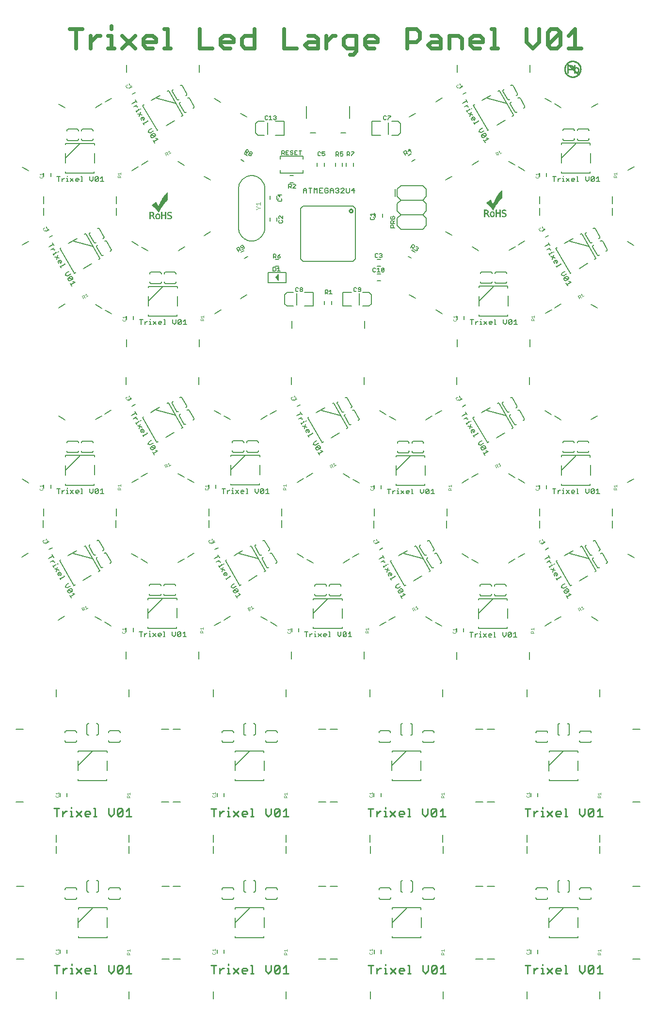
<source format=gto>
G04 EAGLE Gerber X2 export*
G75*
%MOIN*%
%FSLAX24Y24*%
%LPD*%
%AMOC8*
5,1,8,0,0,1.08239X$1,22.5*%
G01*
%ADD10C,0.007000*%
%ADD11C,0.004000*%
%ADD12C,0.011000*%
%ADD13C,0.006000*%
%ADD14C,0.005000*%
%ADD15C,0.003000*%
%ADD16C,0.027000*%
%ADD17C,0.008000*%
%ADD18C,0.010000*%

G36*
X41470Y66595D02*
X41470Y66595D01*
X41471Y66595D01*
X41475Y66597D01*
X41480Y66599D01*
X41484Y66599D01*
X41485Y66599D01*
X41486Y66599D01*
X41549Y66607D01*
X41550Y66607D01*
X41551Y66608D01*
X41610Y66623D01*
X41611Y66624D01*
X41612Y66624D01*
X41667Y66648D01*
X41668Y66648D01*
X41723Y66675D01*
X41723Y66676D01*
X41725Y66677D01*
X41776Y66712D01*
X41777Y66713D01*
X41824Y66752D01*
X41825Y66753D01*
X41868Y66796D01*
X41869Y66797D01*
X41909Y66844D01*
X41909Y66845D01*
X41910Y66846D01*
X41945Y66901D01*
X41946Y66902D01*
X41973Y66957D01*
X41973Y66958D01*
X41974Y66958D01*
X41997Y67013D01*
X41997Y67014D01*
X41998Y67015D01*
X42014Y67078D01*
X42014Y67079D01*
X42014Y67080D01*
X42022Y67143D01*
X42022Y67144D01*
X42026Y67207D01*
X42026Y67208D01*
X42026Y67209D01*
X42022Y67272D01*
X42022Y67273D01*
X42010Y67339D01*
X42010Y67346D01*
X42010Y67349D01*
X42009Y67352D01*
X42006Y67355D01*
X42006Y67357D01*
X42006Y67359D01*
X42006Y67360D01*
X42005Y67364D01*
X42002Y67369D01*
X42002Y67373D01*
X42002Y67376D01*
X42001Y67380D01*
X41998Y67383D01*
X41998Y67384D01*
X41998Y67385D01*
X41997Y67386D01*
X41997Y67388D01*
X41995Y67391D01*
X41995Y67393D01*
X41994Y67396D01*
X41993Y67399D01*
X41991Y67403D01*
X41991Y67409D01*
X41990Y67410D01*
X41990Y67412D01*
X41990Y67413D01*
X41989Y67414D01*
X41989Y67415D01*
X41989Y67416D01*
X41977Y67435D01*
X41962Y67473D01*
X41962Y67474D01*
X41961Y67475D01*
X41926Y67534D01*
X41925Y67534D01*
X41925Y67535D01*
X41913Y67550D01*
X41902Y67570D01*
X41901Y67570D01*
X41900Y67572D01*
X41885Y67587D01*
X41874Y67602D01*
X41873Y67603D01*
X41872Y67604D01*
X41857Y67619D01*
X41856Y67620D01*
X41855Y67621D01*
X41840Y67632D01*
X41825Y67647D01*
X41824Y67647D01*
X41823Y67648D01*
X41776Y67684D01*
X41752Y67700D01*
X41751Y67700D01*
X41712Y67724D01*
X41711Y67725D01*
X41687Y67736D01*
X41686Y67737D01*
X41667Y67745D01*
X41666Y67745D01*
X41643Y67753D01*
X41621Y67764D01*
X41620Y67764D01*
X41617Y67765D01*
X41598Y67769D01*
X41575Y67776D01*
X41575Y67777D01*
X41573Y67777D01*
X41551Y67781D01*
X41528Y67788D01*
X41524Y67789D01*
X41501Y67789D01*
X41455Y67797D01*
X41454Y67797D01*
X41453Y67797D01*
X41406Y67797D01*
X41405Y67797D01*
X41404Y67797D01*
X41365Y67793D01*
X41329Y67789D01*
X41328Y67789D01*
X41289Y67781D01*
X41288Y67781D01*
X41253Y67773D01*
X41252Y67773D01*
X41251Y67773D01*
X41216Y67761D01*
X41216Y67760D01*
X41215Y67760D01*
X41144Y67729D01*
X41143Y67728D01*
X41142Y67728D01*
X41111Y67708D01*
X41076Y67689D01*
X41075Y67688D01*
X41073Y67687D01*
X41046Y67664D01*
X41046Y67663D01*
X41014Y67636D01*
X41014Y67635D01*
X40986Y67608D01*
X40986Y67607D01*
X40985Y67607D01*
X40958Y67575D01*
X40957Y67574D01*
X40909Y67503D01*
X40909Y67502D01*
X40889Y67462D01*
X40888Y67461D01*
X40861Y67394D01*
X40860Y67393D01*
X40841Y67326D01*
X40841Y67325D01*
X40840Y67325D01*
X40829Y67258D01*
X40829Y67257D01*
X40828Y67255D01*
X40828Y67188D01*
X40828Y67187D01*
X40832Y67124D01*
X40832Y67123D01*
X40844Y67056D01*
X40845Y67055D01*
X40845Y67054D01*
X40864Y66995D01*
X40865Y66994D01*
X40888Y66935D01*
X40889Y66934D01*
X40889Y66933D01*
X40921Y66874D01*
X40922Y66872D01*
X40961Y66821D01*
X40962Y66821D01*
X40962Y66820D01*
X41005Y66773D01*
X41006Y66773D01*
X41007Y66772D01*
X41058Y66729D01*
X41058Y66728D01*
X41059Y66728D01*
X41114Y66688D01*
X41116Y66687D01*
X41179Y66656D01*
X41180Y66655D01*
X41243Y66632D01*
X41244Y66632D01*
X41244Y66631D01*
X41312Y66612D01*
X41313Y66611D01*
X41314Y66611D01*
X41314Y66610D01*
X41317Y66609D01*
X41318Y66608D01*
X41320Y66607D01*
X41321Y66607D01*
X41323Y66607D01*
X41333Y66607D01*
X41335Y66605D01*
X41338Y66604D01*
X41343Y66603D01*
X41353Y66603D01*
X41355Y66602D01*
X41358Y66600D01*
X41362Y66599D01*
X41390Y66599D01*
X41395Y66597D01*
X41396Y66596D01*
X41397Y66596D01*
X41402Y66595D01*
X41469Y66595D01*
X41470Y66595D01*
G37*
G36*
X35953Y57506D02*
X35953Y57506D01*
X35955Y57507D01*
X35956Y57507D01*
X35957Y57507D01*
X35959Y57509D01*
X35961Y57510D01*
X35961Y57511D01*
X35962Y57512D01*
X35963Y57513D01*
X35965Y57514D01*
X35965Y57515D01*
X35966Y57516D01*
X35967Y57518D01*
X35968Y57520D01*
X35968Y57521D01*
X35969Y57522D01*
X35971Y57525D01*
X35972Y57528D01*
X35973Y57530D01*
X35974Y57533D01*
X35976Y57535D01*
X35976Y57537D01*
X35977Y57538D01*
X35978Y57541D01*
X35980Y57543D01*
X35980Y57545D01*
X35984Y57549D01*
X35986Y57552D01*
X35988Y57555D01*
X35989Y57559D01*
X35989Y57561D01*
X35991Y57565D01*
X35994Y57571D01*
X35996Y57573D01*
X35998Y57576D01*
X36000Y57579D01*
X36000Y57583D01*
X36000Y57585D01*
X36003Y57589D01*
X36034Y57651D01*
X36050Y57678D01*
X36050Y57679D01*
X36066Y57710D01*
X36097Y57765D01*
X36097Y57766D01*
X36113Y57796D01*
X36151Y57850D01*
X36151Y57851D01*
X36152Y57851D01*
X36171Y57882D01*
X36191Y57909D01*
X36191Y57910D01*
X36211Y57941D01*
X36257Y58004D01*
X36258Y58004D01*
X36281Y58039D01*
X36305Y58070D01*
X36320Y58090D01*
X36320Y58091D01*
X36321Y58092D01*
X36332Y58110D01*
X36347Y58124D01*
X36347Y58125D01*
X36348Y58126D01*
X36371Y58156D01*
X36382Y58168D01*
X36383Y58169D01*
X36394Y58183D01*
X36408Y58194D01*
X36411Y58197D01*
X36422Y58212D01*
X36448Y58238D01*
X36463Y58249D01*
X36464Y58249D01*
X36465Y58250D01*
X36496Y58281D01*
X36515Y58296D01*
X36515Y58297D01*
X36516Y58297D01*
X36530Y58312D01*
X36536Y58314D01*
X36536Y58315D01*
X36540Y58317D01*
X36546Y58323D01*
X36552Y58326D01*
X36553Y58328D01*
X36555Y58329D01*
X36556Y58330D01*
X36557Y58331D01*
X36558Y58333D01*
X36559Y58335D01*
X36559Y58336D01*
X36559Y58337D01*
X36563Y58341D01*
X36566Y58344D01*
X36570Y58352D01*
X36570Y58353D01*
X36571Y58354D01*
X36571Y58356D01*
X36571Y58357D01*
X36571Y58359D01*
X36571Y58367D01*
X36574Y58372D01*
X36574Y58373D01*
X36575Y58374D01*
X36575Y58378D01*
X36575Y58406D01*
X36575Y58407D01*
X36575Y58409D01*
X36571Y58423D01*
X36571Y58433D01*
X36571Y58434D01*
X36571Y58435D01*
X36563Y58529D01*
X36563Y58657D01*
X36567Y58696D01*
X36571Y58727D01*
X36571Y58728D01*
X36571Y58729D01*
X36571Y58763D01*
X36575Y58790D01*
X36575Y58792D01*
X36575Y58835D01*
X36575Y58840D01*
X36571Y58851D01*
X36570Y58852D01*
X36570Y58853D01*
X36566Y58861D01*
X36564Y58863D01*
X36563Y58865D01*
X36562Y58866D01*
X36561Y58866D01*
X36560Y58867D01*
X36552Y58871D01*
X36548Y58872D01*
X36545Y58873D01*
X36541Y58872D01*
X36529Y58868D01*
X36528Y58868D01*
X36527Y58867D01*
X36523Y58865D01*
X36520Y58862D01*
X36498Y58847D01*
X36497Y58846D01*
X36496Y58845D01*
X36473Y58822D01*
X36458Y58811D01*
X36455Y58808D01*
X36445Y58794D01*
X36430Y58783D01*
X36429Y58782D01*
X36370Y58723D01*
X36370Y58722D01*
X36369Y58722D01*
X36357Y58707D01*
X36346Y58695D01*
X36345Y58694D01*
X36344Y58693D01*
X36330Y58671D01*
X36319Y58660D01*
X36316Y58656D01*
X36309Y58642D01*
X36274Y58596D01*
X36274Y58595D01*
X36273Y58594D01*
X36250Y58556D01*
X36239Y58540D01*
X36238Y58540D01*
X36238Y58539D01*
X36179Y58441D01*
X36179Y58440D01*
X36178Y58439D01*
X36171Y58421D01*
X36160Y58407D01*
X36160Y58406D01*
X36158Y58403D01*
X36151Y58385D01*
X36140Y58371D01*
X36140Y58370D01*
X36138Y58368D01*
X36131Y58349D01*
X36119Y58326D01*
X36108Y58307D01*
X36108Y58306D01*
X36107Y58305D01*
X36099Y58286D01*
X36088Y58263D01*
X36076Y58244D01*
X36076Y58243D01*
X36064Y58219D01*
X36064Y58218D01*
X36056Y58200D01*
X36045Y58181D01*
X36045Y58180D01*
X36044Y58179D01*
X36028Y58140D01*
X35989Y58062D01*
X35989Y58061D01*
X35988Y58059D01*
X35985Y58045D01*
X35978Y58031D01*
X35970Y58020D01*
X35970Y58019D01*
X35962Y58003D01*
X35962Y58002D01*
X35961Y58001D01*
X35958Y57991D01*
X35951Y57981D01*
X35951Y57980D01*
X35950Y57979D01*
X35935Y57950D01*
X35929Y57944D01*
X35925Y57944D01*
X35923Y57945D01*
X35923Y57946D01*
X35921Y57947D01*
X35920Y57948D01*
X35920Y57949D01*
X35919Y57949D01*
X35918Y57951D01*
X35917Y57952D01*
X35916Y57956D01*
X35914Y57959D01*
X35907Y57966D01*
X35905Y57970D01*
X35897Y57993D01*
X35897Y57994D01*
X35897Y57995D01*
X35889Y58011D01*
X35888Y58011D01*
X35888Y58012D01*
X35880Y58023D01*
X35873Y58038D01*
X35866Y58057D01*
X35865Y58057D01*
X35865Y58058D01*
X35857Y58073D01*
X35850Y58092D01*
X35850Y58093D01*
X35849Y58093D01*
X35842Y58109D01*
X35826Y58147D01*
X35826Y58148D01*
X35810Y58179D01*
X35795Y58222D01*
X35793Y58224D01*
X35792Y58227D01*
X35791Y58227D01*
X35788Y58229D01*
X35786Y58230D01*
X35786Y58231D01*
X35785Y58231D01*
X35781Y58231D01*
X35766Y58231D01*
X35763Y58230D01*
X35759Y58230D01*
X35756Y58227D01*
X35754Y58227D01*
X35751Y58226D01*
X35747Y58226D01*
X35744Y58223D01*
X35743Y58223D01*
X35740Y58222D01*
X35736Y58219D01*
X35734Y58217D01*
X35728Y58214D01*
X35724Y58211D01*
X35722Y58209D01*
X35708Y58202D01*
X35707Y58201D01*
X35695Y58193D01*
X35694Y58193D01*
X35693Y58192D01*
X35686Y58185D01*
X35675Y58178D01*
X35675Y58177D01*
X35673Y58176D01*
X35662Y58165D01*
X35631Y58142D01*
X35631Y58141D01*
X35611Y58126D01*
X35580Y58102D01*
X35579Y58101D01*
X35567Y58090D01*
X35552Y58079D01*
X35552Y58078D01*
X35551Y58077D01*
X35540Y58067D01*
X35530Y58059D01*
X35529Y58059D01*
X35527Y58058D01*
X35488Y58018D01*
X35487Y58016D01*
X35486Y58016D01*
X35484Y58014D01*
X35483Y58013D01*
X35482Y58011D01*
X35481Y58009D01*
X35480Y58007D01*
X35480Y58006D01*
X35480Y58004D01*
X35480Y58000D01*
X35480Y57998D01*
X35481Y57996D01*
X35481Y57995D01*
X35481Y57994D01*
X35483Y57992D01*
X35484Y57990D01*
X35485Y57990D01*
X35486Y57989D01*
X35488Y57986D01*
X35492Y57982D01*
X35495Y57981D01*
X35496Y57980D01*
X35497Y57978D01*
X35500Y57975D01*
X35512Y57963D01*
X35515Y57960D01*
X35521Y57957D01*
X35539Y57939D01*
X35540Y57939D01*
X35541Y57937D01*
X35552Y57930D01*
X35594Y57888D01*
X35595Y57888D01*
X35595Y57887D01*
X35615Y57872D01*
X35630Y57856D01*
X35632Y57855D01*
X35643Y57848D01*
X35657Y57833D01*
X35658Y57832D01*
X35659Y57831D01*
X35669Y57825D01*
X35675Y57815D01*
X35676Y57815D01*
X35677Y57813D01*
X35685Y57805D01*
X35686Y57805D01*
X35687Y57804D01*
X35698Y57796D01*
X35712Y57782D01*
X35713Y57782D01*
X35716Y57779D01*
X35722Y57776D01*
X35727Y57772D01*
X35729Y57766D01*
X35731Y57764D01*
X35732Y57762D01*
X35733Y57761D01*
X35734Y57761D01*
X35734Y57760D01*
X35736Y57759D01*
X35739Y57758D01*
X35741Y57754D01*
X35744Y57750D01*
X35774Y57720D01*
X35781Y57709D01*
X35782Y57709D01*
X35782Y57708D01*
X35785Y57705D01*
X35795Y57699D01*
X35817Y57666D01*
X35818Y57665D01*
X35819Y57664D01*
X35830Y57653D01*
X35844Y57630D01*
X35845Y57630D01*
X35868Y57599D01*
X35891Y57560D01*
X35892Y57560D01*
X35892Y57558D01*
X35907Y57540D01*
X35909Y57536D01*
X35910Y57532D01*
X35911Y57529D01*
X35913Y57526D01*
X35929Y57510D01*
X35932Y57508D01*
X35935Y57507D01*
X35939Y57506D01*
X35951Y57506D01*
X35953Y57506D01*
G37*
G36*
X12953Y57356D02*
X12953Y57356D01*
X12955Y57357D01*
X12956Y57357D01*
X12957Y57357D01*
X12959Y57359D01*
X12961Y57360D01*
X12961Y57361D01*
X12962Y57362D01*
X12963Y57363D01*
X12965Y57364D01*
X12965Y57365D01*
X12966Y57366D01*
X12967Y57368D01*
X12968Y57370D01*
X12968Y57371D01*
X12969Y57372D01*
X12971Y57375D01*
X12972Y57378D01*
X12973Y57380D01*
X12974Y57383D01*
X12976Y57385D01*
X12976Y57387D01*
X12977Y57388D01*
X12978Y57391D01*
X12980Y57393D01*
X12980Y57395D01*
X12984Y57399D01*
X12986Y57402D01*
X12988Y57405D01*
X12989Y57409D01*
X12989Y57411D01*
X12991Y57415D01*
X12994Y57421D01*
X12996Y57423D01*
X12998Y57426D01*
X13000Y57429D01*
X13000Y57433D01*
X13000Y57435D01*
X13003Y57439D01*
X13034Y57501D01*
X13050Y57528D01*
X13050Y57529D01*
X13066Y57560D01*
X13097Y57615D01*
X13097Y57616D01*
X13113Y57646D01*
X13151Y57700D01*
X13151Y57701D01*
X13152Y57701D01*
X13171Y57732D01*
X13191Y57759D01*
X13191Y57760D01*
X13211Y57791D01*
X13257Y57854D01*
X13258Y57854D01*
X13281Y57889D01*
X13305Y57920D01*
X13320Y57940D01*
X13320Y57941D01*
X13321Y57942D01*
X13332Y57960D01*
X13347Y57974D01*
X13347Y57975D01*
X13348Y57976D01*
X13371Y58006D01*
X13382Y58018D01*
X13383Y58019D01*
X13394Y58033D01*
X13408Y58044D01*
X13411Y58047D01*
X13422Y58062D01*
X13448Y58088D01*
X13463Y58099D01*
X13464Y58099D01*
X13465Y58100D01*
X13496Y58131D01*
X13515Y58146D01*
X13515Y58147D01*
X13516Y58147D01*
X13530Y58162D01*
X13536Y58164D01*
X13536Y58165D01*
X13540Y58167D01*
X13546Y58173D01*
X13552Y58176D01*
X13553Y58178D01*
X13555Y58179D01*
X13556Y58180D01*
X13557Y58181D01*
X13558Y58183D01*
X13559Y58185D01*
X13559Y58186D01*
X13559Y58187D01*
X13563Y58191D01*
X13566Y58194D01*
X13570Y58202D01*
X13570Y58203D01*
X13571Y58204D01*
X13571Y58206D01*
X13571Y58207D01*
X13571Y58209D01*
X13571Y58217D01*
X13574Y58222D01*
X13574Y58223D01*
X13575Y58224D01*
X13575Y58228D01*
X13575Y58256D01*
X13575Y58257D01*
X13575Y58259D01*
X13571Y58273D01*
X13571Y58283D01*
X13571Y58284D01*
X13571Y58285D01*
X13563Y58379D01*
X13563Y58507D01*
X13567Y58546D01*
X13571Y58577D01*
X13571Y58578D01*
X13571Y58579D01*
X13571Y58613D01*
X13575Y58640D01*
X13575Y58642D01*
X13575Y58685D01*
X13575Y58690D01*
X13571Y58701D01*
X13570Y58702D01*
X13570Y58703D01*
X13566Y58711D01*
X13564Y58713D01*
X13563Y58715D01*
X13562Y58716D01*
X13561Y58716D01*
X13560Y58717D01*
X13552Y58721D01*
X13548Y58722D01*
X13545Y58723D01*
X13541Y58722D01*
X13529Y58718D01*
X13528Y58718D01*
X13527Y58717D01*
X13523Y58715D01*
X13520Y58712D01*
X13498Y58697D01*
X13497Y58696D01*
X13496Y58695D01*
X13473Y58672D01*
X13458Y58661D01*
X13455Y58658D01*
X13445Y58644D01*
X13430Y58633D01*
X13429Y58632D01*
X13370Y58573D01*
X13370Y58572D01*
X13369Y58572D01*
X13357Y58557D01*
X13346Y58545D01*
X13345Y58544D01*
X13344Y58543D01*
X13330Y58521D01*
X13319Y58510D01*
X13316Y58506D01*
X13309Y58492D01*
X13274Y58446D01*
X13274Y58445D01*
X13273Y58444D01*
X13250Y58406D01*
X13239Y58390D01*
X13238Y58390D01*
X13238Y58389D01*
X13179Y58291D01*
X13179Y58290D01*
X13178Y58289D01*
X13171Y58271D01*
X13160Y58257D01*
X13160Y58256D01*
X13158Y58253D01*
X13151Y58235D01*
X13140Y58221D01*
X13140Y58220D01*
X13138Y58218D01*
X13131Y58199D01*
X13119Y58176D01*
X13108Y58157D01*
X13108Y58156D01*
X13107Y58155D01*
X13099Y58136D01*
X13088Y58113D01*
X13076Y58094D01*
X13076Y58093D01*
X13064Y58069D01*
X13064Y58068D01*
X13056Y58050D01*
X13045Y58031D01*
X13045Y58030D01*
X13044Y58029D01*
X13028Y57990D01*
X12989Y57912D01*
X12989Y57911D01*
X12988Y57909D01*
X12985Y57895D01*
X12978Y57881D01*
X12970Y57870D01*
X12970Y57869D01*
X12962Y57853D01*
X12962Y57852D01*
X12961Y57851D01*
X12958Y57841D01*
X12951Y57831D01*
X12951Y57830D01*
X12950Y57829D01*
X12935Y57800D01*
X12929Y57794D01*
X12925Y57794D01*
X12923Y57795D01*
X12923Y57796D01*
X12921Y57797D01*
X12920Y57798D01*
X12920Y57799D01*
X12919Y57799D01*
X12918Y57801D01*
X12917Y57802D01*
X12916Y57806D01*
X12914Y57809D01*
X12907Y57816D01*
X12905Y57820D01*
X12897Y57843D01*
X12897Y57844D01*
X12897Y57845D01*
X12889Y57861D01*
X12888Y57861D01*
X12888Y57862D01*
X12880Y57873D01*
X12873Y57888D01*
X12866Y57907D01*
X12865Y57907D01*
X12865Y57908D01*
X12857Y57923D01*
X12850Y57942D01*
X12850Y57943D01*
X12849Y57943D01*
X12842Y57959D01*
X12826Y57997D01*
X12826Y57998D01*
X12810Y58029D01*
X12795Y58072D01*
X12793Y58074D01*
X12792Y58077D01*
X12791Y58077D01*
X12788Y58079D01*
X12786Y58080D01*
X12786Y58081D01*
X12785Y58081D01*
X12781Y58081D01*
X12766Y58081D01*
X12763Y58080D01*
X12759Y58080D01*
X12756Y58077D01*
X12754Y58077D01*
X12751Y58076D01*
X12747Y58076D01*
X12744Y58073D01*
X12743Y58073D01*
X12740Y58072D01*
X12736Y58069D01*
X12734Y58067D01*
X12728Y58064D01*
X12724Y58061D01*
X12722Y58059D01*
X12708Y58052D01*
X12707Y58051D01*
X12695Y58043D01*
X12694Y58043D01*
X12693Y58042D01*
X12686Y58035D01*
X12675Y58028D01*
X12675Y58027D01*
X12673Y58026D01*
X12662Y58015D01*
X12631Y57992D01*
X12631Y57991D01*
X12611Y57976D01*
X12580Y57952D01*
X12579Y57951D01*
X12567Y57940D01*
X12552Y57929D01*
X12552Y57928D01*
X12551Y57927D01*
X12540Y57917D01*
X12530Y57909D01*
X12529Y57909D01*
X12527Y57908D01*
X12488Y57868D01*
X12487Y57866D01*
X12486Y57866D01*
X12484Y57864D01*
X12483Y57863D01*
X12482Y57861D01*
X12481Y57859D01*
X12480Y57857D01*
X12480Y57856D01*
X12480Y57854D01*
X12480Y57850D01*
X12480Y57848D01*
X12481Y57846D01*
X12481Y57845D01*
X12481Y57844D01*
X12483Y57842D01*
X12484Y57840D01*
X12485Y57840D01*
X12486Y57839D01*
X12488Y57836D01*
X12492Y57832D01*
X12495Y57831D01*
X12496Y57830D01*
X12497Y57828D01*
X12500Y57825D01*
X12512Y57813D01*
X12515Y57810D01*
X12521Y57807D01*
X12539Y57789D01*
X12540Y57789D01*
X12541Y57787D01*
X12552Y57780D01*
X12594Y57738D01*
X12595Y57738D01*
X12595Y57737D01*
X12615Y57722D01*
X12630Y57706D01*
X12632Y57705D01*
X12643Y57698D01*
X12657Y57683D01*
X12658Y57682D01*
X12659Y57681D01*
X12669Y57675D01*
X12675Y57665D01*
X12676Y57665D01*
X12677Y57663D01*
X12685Y57655D01*
X12686Y57655D01*
X12687Y57654D01*
X12698Y57646D01*
X12712Y57632D01*
X12713Y57632D01*
X12716Y57629D01*
X12722Y57626D01*
X12727Y57622D01*
X12729Y57616D01*
X12731Y57614D01*
X12732Y57612D01*
X12733Y57611D01*
X12734Y57611D01*
X12734Y57610D01*
X12736Y57609D01*
X12739Y57608D01*
X12741Y57604D01*
X12744Y57600D01*
X12774Y57570D01*
X12781Y57559D01*
X12782Y57559D01*
X12782Y57558D01*
X12785Y57555D01*
X12795Y57549D01*
X12817Y57516D01*
X12818Y57515D01*
X12819Y57514D01*
X12830Y57503D01*
X12844Y57480D01*
X12845Y57480D01*
X12868Y57449D01*
X12891Y57410D01*
X12892Y57410D01*
X12892Y57408D01*
X12907Y57390D01*
X12909Y57386D01*
X12910Y57382D01*
X12911Y57379D01*
X12913Y57376D01*
X12929Y57360D01*
X12932Y57358D01*
X12935Y57357D01*
X12939Y57356D01*
X12951Y57356D01*
X12953Y57356D01*
G37*
%LPC*%
G36*
X41404Y66706D02*
X41404Y66706D01*
X41394Y66710D01*
X41390Y66710D01*
X41362Y66710D01*
X41357Y66713D01*
X41356Y66713D01*
X41355Y66714D01*
X41350Y66714D01*
X41341Y66714D01*
X41331Y66717D01*
X41327Y66718D01*
X41321Y66718D01*
X41265Y66733D01*
X41212Y66756D01*
X41166Y66786D01*
X41119Y66821D01*
X41077Y66860D01*
X41039Y66902D01*
X41008Y66947D01*
X40982Y66997D01*
X40962Y67051D01*
X40947Y67108D01*
X40939Y67162D01*
X40936Y67223D01*
X40943Y67280D01*
X40958Y67338D01*
X40978Y67395D01*
X41009Y67453D01*
X41016Y67467D01*
X41018Y67469D01*
X41018Y67470D01*
X41020Y67472D01*
X41021Y67473D01*
X41023Y67479D01*
X41034Y67489D01*
X41035Y67491D01*
X41036Y67492D01*
X41038Y67493D01*
X41038Y67494D01*
X41039Y67495D01*
X41040Y67496D01*
X41040Y67495D01*
X41041Y67493D01*
X41042Y67492D01*
X41043Y67492D01*
X41044Y67491D01*
X41045Y67489D01*
X41046Y67489D01*
X41047Y67488D01*
X41049Y67487D01*
X41050Y67486D01*
X41049Y67486D01*
X41047Y67483D01*
X41046Y67480D01*
X41045Y67476D01*
X41045Y67471D01*
X41042Y67466D01*
X41042Y67465D01*
X41042Y67464D01*
X41041Y67460D01*
X41041Y67343D01*
X41037Y67312D01*
X41037Y67311D01*
X41037Y67310D01*
X41037Y66917D01*
X41037Y66914D01*
X41038Y66912D01*
X41038Y66911D01*
X41039Y66910D01*
X41040Y66908D01*
X41041Y66906D01*
X41042Y66906D01*
X41043Y66905D01*
X41045Y66904D01*
X41047Y66903D01*
X41048Y66903D01*
X41049Y66902D01*
X41050Y66903D01*
X41051Y66902D01*
X41138Y66902D01*
X41140Y66903D01*
X41142Y66903D01*
X41143Y66904D01*
X41144Y66904D01*
X41146Y66905D01*
X41148Y66907D01*
X41149Y66908D01*
X41150Y66910D01*
X41151Y66912D01*
X41152Y66914D01*
X41152Y66915D01*
X41152Y66917D01*
X41152Y67127D01*
X41280Y67127D01*
X41284Y67127D01*
X41294Y67131D01*
X41343Y67131D01*
X41344Y67131D01*
X41345Y67131D01*
X41349Y67132D01*
X41354Y67135D01*
X41362Y67135D01*
X41365Y67135D01*
X41369Y67136D01*
X41372Y67139D01*
X41378Y67139D01*
X41379Y67139D01*
X41383Y67139D01*
X41407Y67148D01*
X41447Y67114D01*
X41490Y67076D01*
X41490Y66999D01*
X41494Y66920D01*
X41494Y66918D01*
X41494Y66916D01*
X41495Y66915D01*
X41496Y66913D01*
X41497Y66912D01*
X41498Y66910D01*
X41499Y66910D01*
X41500Y66909D01*
X41502Y66908D01*
X41504Y66907D01*
X41506Y66907D01*
X41506Y66906D01*
X41507Y66906D01*
X41508Y66906D01*
X41575Y66906D01*
X41578Y66907D01*
X41581Y66908D01*
X41585Y66910D01*
X41589Y66914D01*
X41590Y66917D01*
X41591Y66917D01*
X41593Y66918D01*
X41593Y66919D01*
X41594Y66920D01*
X41595Y66922D01*
X41596Y66923D01*
X41596Y66922D01*
X41598Y66921D01*
X41599Y66920D01*
X41600Y66918D01*
X41601Y66918D01*
X41602Y66917D01*
X41604Y66916D01*
X41606Y66915D01*
X41607Y66915D01*
X41608Y66914D01*
X41611Y66913D01*
X41614Y66911D01*
X41616Y66911D01*
X41616Y66910D01*
X41619Y66909D01*
X41622Y66907D01*
X41624Y66907D01*
X41624Y66906D01*
X41625Y66906D01*
X41626Y66905D01*
X41628Y66904D01*
X41630Y66903D01*
X41631Y66903D01*
X41632Y66902D01*
X41632Y66903D01*
X41635Y66901D01*
X41637Y66899D01*
X41642Y66898D01*
X41648Y66898D01*
X41650Y66897D01*
X41653Y66895D01*
X41657Y66894D01*
X41664Y66894D01*
X41666Y66893D01*
X41669Y66891D01*
X41673Y66891D01*
X41675Y66891D01*
X41678Y66889D01*
X41681Y66887D01*
X41683Y66887D01*
X41687Y66883D01*
X41690Y66881D01*
X41692Y66879D01*
X41693Y66879D01*
X41697Y66879D01*
X41700Y66877D01*
X41749Y66828D01*
X41740Y66822D01*
X41740Y66821D01*
X41738Y66820D01*
X41727Y66809D01*
X41705Y66795D01*
X41705Y66794D01*
X41704Y66794D01*
X41689Y66782D01*
X41678Y66775D01*
X41633Y66753D01*
X41619Y66749D01*
X41618Y66749D01*
X41616Y66748D01*
X41601Y66741D01*
X41587Y66737D01*
X41586Y66737D01*
X41584Y66736D01*
X41570Y66729D01*
X41510Y66714D01*
X41488Y66714D01*
X41486Y66714D01*
X41484Y66714D01*
X41483Y66713D01*
X41482Y66713D01*
X41480Y66711D01*
X41479Y66710D01*
X41453Y66710D01*
X41448Y66710D01*
X41439Y66706D01*
X41404Y66706D01*
G37*
%LPD*%
%LPC*%
G36*
X41807Y66937D02*
X41807Y66937D01*
X41818Y66950D01*
X41833Y66966D01*
X41835Y66968D01*
X41859Y67008D01*
X41860Y67010D01*
X41868Y67034D01*
X41868Y67035D01*
X41868Y67036D01*
X41880Y67107D01*
X41880Y67108D01*
X41880Y67109D01*
X41880Y67161D01*
X41880Y67163D01*
X41876Y67187D01*
X41876Y67189D01*
X41868Y67212D01*
X41868Y67213D01*
X41860Y67232D01*
X41852Y67256D01*
X41850Y67260D01*
X41839Y67275D01*
X41827Y67294D01*
X41827Y67295D01*
X41823Y67298D01*
X41809Y67309D01*
X41809Y67311D01*
X41808Y67312D01*
X41808Y67313D01*
X41806Y67314D01*
X41805Y67316D01*
X41804Y67317D01*
X41804Y67318D01*
X41802Y67319D01*
X41800Y67320D01*
X41798Y67320D01*
X41797Y67320D01*
X41795Y67322D01*
X41792Y67324D01*
X41787Y67324D01*
X41785Y67324D01*
X41782Y67328D01*
X41779Y67330D01*
X41776Y67332D01*
X41772Y67332D01*
X41770Y67332D01*
X41767Y67334D01*
X41764Y67336D01*
X41760Y67336D01*
X41758Y67336D01*
X41755Y67338D01*
X41752Y67340D01*
X41748Y67340D01*
X41740Y67340D01*
X41735Y67343D01*
X41734Y67343D01*
X41733Y67343D01*
X41728Y67344D01*
X41724Y67344D01*
X41719Y67347D01*
X41718Y67347D01*
X41717Y67347D01*
X41713Y67348D01*
X41657Y67348D01*
X41656Y67348D01*
X41655Y67348D01*
X41651Y67347D01*
X41646Y67344D01*
X41645Y67344D01*
X41643Y67344D01*
X41639Y67343D01*
X41634Y67340D01*
X41630Y67340D01*
X41627Y67339D01*
X41623Y67339D01*
X41620Y67336D01*
X41618Y67336D01*
X41616Y67336D01*
X41614Y67336D01*
X41613Y67335D01*
X41612Y67335D01*
X41610Y67333D01*
X41608Y67332D01*
X41607Y67331D01*
X41607Y67330D01*
X41606Y67330D01*
X41605Y67329D01*
X41605Y67389D01*
X41605Y67390D01*
X41601Y67476D01*
X41600Y67478D01*
X41600Y67480D01*
X41599Y67481D01*
X41599Y67483D01*
X41598Y67484D01*
X41597Y67486D01*
X41595Y67486D01*
X41594Y67487D01*
X41593Y67488D01*
X41591Y67489D01*
X41589Y67489D01*
X41588Y67490D01*
X41587Y67490D01*
X41508Y67490D01*
X41506Y67489D01*
X41504Y67489D01*
X41503Y67489D01*
X41501Y67488D01*
X41500Y67487D01*
X41498Y67486D01*
X41497Y67485D01*
X41496Y67484D01*
X41496Y67482D01*
X41494Y67480D01*
X41494Y67479D01*
X41494Y67478D01*
X41494Y67477D01*
X41494Y67476D01*
X41491Y67384D01*
X41489Y67387D01*
X41489Y67388D01*
X41488Y67389D01*
X41481Y67400D01*
X41473Y67415D01*
X41471Y67419D01*
X41447Y67442D01*
X41443Y67445D01*
X41429Y67452D01*
X41414Y67463D01*
X41413Y67464D01*
X41412Y67465D01*
X41396Y67473D01*
X41395Y67473D01*
X41393Y67474D01*
X41374Y67477D01*
X41356Y67485D01*
X41355Y67485D01*
X41353Y67485D01*
X41353Y67486D01*
X41352Y67486D01*
X41350Y67486D01*
X41348Y67486D01*
X41347Y67487D01*
X41345Y67488D01*
X41343Y67489D01*
X41341Y67489D01*
X41341Y67490D01*
X41340Y67490D01*
X41339Y67490D01*
X41325Y67490D01*
X41322Y67491D01*
X41319Y67493D01*
X41315Y67494D01*
X41211Y67494D01*
X41164Y67541D01*
X41163Y67541D01*
X41121Y67581D01*
X41138Y67594D01*
X41177Y67621D01*
X41219Y67644D01*
X41261Y67663D01*
X41303Y67674D01*
X41303Y67675D01*
X41341Y67686D01*
X41425Y67694D01*
X41466Y67690D01*
X41505Y67682D01*
X41547Y67674D01*
X41585Y67659D01*
X41620Y67644D01*
X41659Y67624D01*
X41693Y67606D01*
X41723Y67579D01*
X41724Y67579D01*
X41758Y67552D01*
X41780Y67530D01*
X41787Y67519D01*
X41788Y67518D01*
X41789Y67517D01*
X41804Y67502D01*
X41811Y67491D01*
X41812Y67491D01*
X41813Y67489D01*
X41820Y67482D01*
X41826Y67472D01*
X41830Y67465D01*
X41831Y67464D01*
X41846Y67441D01*
X41849Y67434D01*
X41850Y67433D01*
X41850Y67432D01*
X41857Y67422D01*
X41861Y67412D01*
X41861Y67411D01*
X41861Y67410D01*
X41864Y67406D01*
X41870Y67401D01*
X41881Y67376D01*
X41892Y67345D01*
X41900Y67318D01*
X41907Y67287D01*
X41908Y67287D01*
X41915Y67260D01*
X41919Y67231D01*
X41919Y67169D01*
X41907Y67077D01*
X41873Y66986D01*
X41835Y66925D01*
X41832Y66923D01*
X41831Y66920D01*
X41829Y66917D01*
X41829Y66915D01*
X41807Y66937D01*
G37*
%LPD*%
G36*
X35402Y57038D02*
X35402Y57038D01*
X35404Y57038D01*
X35405Y57039D01*
X35406Y57039D01*
X35408Y57040D01*
X35410Y57042D01*
X35410Y57043D01*
X35411Y57043D01*
X35412Y57045D01*
X35413Y57047D01*
X35413Y57049D01*
X35414Y57049D01*
X35414Y57050D01*
X35414Y57052D01*
X35414Y57242D01*
X35471Y57242D01*
X35476Y57240D01*
X35477Y57239D01*
X35478Y57239D01*
X35482Y57238D01*
X35487Y57238D01*
X35492Y57236D01*
X35493Y57235D01*
X35494Y57235D01*
X35498Y57234D01*
X35499Y57234D01*
X35501Y57233D01*
X35524Y57210D01*
X35524Y57209D01*
X35525Y57207D01*
X35525Y57206D01*
X35527Y57203D01*
X35531Y57199D01*
X35533Y57195D01*
X35537Y57187D01*
X35539Y57184D01*
X35539Y57181D01*
X35540Y57178D01*
X35540Y57175D01*
X35541Y57175D01*
X35543Y57171D01*
X35545Y57169D01*
X35560Y57140D01*
X35563Y57136D01*
X35565Y57134D01*
X35572Y57120D01*
X35607Y57045D01*
X35609Y57044D01*
X35610Y57041D01*
X35611Y57041D01*
X35611Y57040D01*
X35614Y57039D01*
X35616Y57038D01*
X35617Y57038D01*
X35618Y57038D01*
X35620Y57037D01*
X35687Y57037D01*
X35689Y57038D01*
X35692Y57038D01*
X35693Y57039D01*
X35695Y57041D01*
X35697Y57042D01*
X35698Y57043D01*
X35699Y57043D01*
X35699Y57046D01*
X35701Y57048D01*
X35701Y57049D01*
X35701Y57052D01*
X35701Y57054D01*
X35701Y57055D01*
X35701Y57056D01*
X35700Y57057D01*
X35699Y57059D01*
X35664Y57121D01*
X35653Y57144D01*
X35637Y57183D01*
X35637Y57184D01*
X35629Y57200D01*
X35628Y57200D01*
X35628Y57201D01*
X35605Y57236D01*
X35597Y57251D01*
X35596Y57253D01*
X35595Y57255D01*
X35594Y57255D01*
X35593Y57256D01*
X35592Y57256D01*
X35591Y57257D01*
X35587Y57259D01*
X35586Y57263D01*
X35585Y57263D01*
X35583Y57266D01*
X35575Y57274D01*
X35572Y57276D01*
X35570Y57277D01*
X35573Y57278D01*
X35574Y57279D01*
X35575Y57279D01*
X35591Y57287D01*
X35595Y57290D01*
X35601Y57296D01*
X35607Y57299D01*
X35610Y57301D01*
X35618Y57309D01*
X35621Y57313D01*
X35624Y57319D01*
X35630Y57325D01*
X35631Y57326D01*
X35632Y57327D01*
X35634Y57331D01*
X35637Y57342D01*
X35638Y57342D01*
X35638Y57343D01*
X35638Y57347D01*
X35638Y57352D01*
X35641Y57362D01*
X35642Y57367D01*
X35642Y57372D01*
X35645Y57382D01*
X35646Y57386D01*
X35646Y57418D01*
X35646Y57419D01*
X35646Y57420D01*
X35645Y57424D01*
X35642Y57429D01*
X35642Y57433D01*
X35642Y57435D01*
X35642Y57436D01*
X35641Y57440D01*
X35638Y57445D01*
X35638Y57449D01*
X35638Y57450D01*
X35638Y57451D01*
X35637Y57456D01*
X35633Y57463D01*
X35633Y57464D01*
X35630Y57467D01*
X35628Y57469D01*
X35621Y57483D01*
X35618Y57487D01*
X35616Y57489D01*
X35613Y57495D01*
X35612Y57497D01*
X35610Y57499D01*
X35609Y57500D01*
X35608Y57500D01*
X35607Y57501D01*
X35601Y57504D01*
X35587Y57518D01*
X35583Y57521D01*
X35577Y57524D01*
X35575Y57526D01*
X35572Y57528D01*
X35569Y57530D01*
X35565Y57530D01*
X35563Y57530D01*
X35560Y57532D01*
X35558Y57534D01*
X35557Y57534D01*
X35553Y57534D01*
X35548Y57537D01*
X35547Y57537D01*
X35546Y57537D01*
X35546Y57538D01*
X35541Y57538D01*
X35535Y57538D01*
X35533Y57540D01*
X35530Y57541D01*
X35526Y57542D01*
X35500Y57542D01*
X35491Y57545D01*
X35486Y57546D01*
X35424Y57546D01*
X35333Y57550D01*
X35331Y57550D01*
X35328Y57549D01*
X35327Y57549D01*
X35325Y57547D01*
X35323Y57546D01*
X35322Y57545D01*
X35320Y57542D01*
X35319Y57540D01*
X35319Y57539D01*
X35319Y57538D01*
X35318Y57536D01*
X35318Y57052D01*
X35319Y57049D01*
X35319Y57047D01*
X35320Y57046D01*
X35320Y57045D01*
X35321Y57043D01*
X35323Y57041D01*
X35324Y57041D01*
X35324Y57040D01*
X35326Y57039D01*
X35328Y57038D01*
X35330Y57038D01*
X35331Y57038D01*
X35333Y57037D01*
X35400Y57037D01*
X35402Y57038D01*
G37*
G36*
X12402Y56888D02*
X12402Y56888D01*
X12404Y56888D01*
X12405Y56889D01*
X12406Y56889D01*
X12408Y56890D01*
X12410Y56892D01*
X12410Y56893D01*
X12411Y56893D01*
X12412Y56895D01*
X12413Y56897D01*
X12413Y56899D01*
X12414Y56899D01*
X12414Y56900D01*
X12414Y56902D01*
X12414Y57092D01*
X12471Y57092D01*
X12476Y57090D01*
X12477Y57089D01*
X12478Y57089D01*
X12482Y57088D01*
X12487Y57088D01*
X12492Y57086D01*
X12493Y57085D01*
X12494Y57085D01*
X12498Y57084D01*
X12499Y57084D01*
X12501Y57083D01*
X12524Y57060D01*
X12524Y57059D01*
X12525Y57057D01*
X12525Y57056D01*
X12527Y57053D01*
X12531Y57049D01*
X12533Y57045D01*
X12537Y57037D01*
X12539Y57034D01*
X12539Y57031D01*
X12540Y57028D01*
X12540Y57025D01*
X12541Y57025D01*
X12543Y57021D01*
X12545Y57019D01*
X12560Y56990D01*
X12563Y56986D01*
X12565Y56984D01*
X12572Y56970D01*
X12607Y56895D01*
X12609Y56894D01*
X12610Y56891D01*
X12611Y56891D01*
X12611Y56890D01*
X12614Y56889D01*
X12616Y56888D01*
X12617Y56888D01*
X12618Y56888D01*
X12620Y56887D01*
X12687Y56887D01*
X12689Y56888D01*
X12692Y56888D01*
X12693Y56889D01*
X12695Y56891D01*
X12697Y56892D01*
X12698Y56893D01*
X12699Y56893D01*
X12699Y56896D01*
X12701Y56898D01*
X12701Y56899D01*
X12701Y56902D01*
X12701Y56904D01*
X12701Y56905D01*
X12701Y56906D01*
X12700Y56907D01*
X12699Y56909D01*
X12664Y56971D01*
X12653Y56994D01*
X12637Y57033D01*
X12637Y57034D01*
X12629Y57050D01*
X12628Y57050D01*
X12628Y57051D01*
X12605Y57086D01*
X12597Y57101D01*
X12596Y57103D01*
X12595Y57105D01*
X12594Y57105D01*
X12593Y57106D01*
X12592Y57106D01*
X12591Y57107D01*
X12587Y57109D01*
X12586Y57113D01*
X12585Y57113D01*
X12583Y57116D01*
X12575Y57124D01*
X12572Y57126D01*
X12570Y57127D01*
X12573Y57128D01*
X12574Y57129D01*
X12575Y57129D01*
X12591Y57137D01*
X12595Y57140D01*
X12601Y57146D01*
X12607Y57149D01*
X12610Y57151D01*
X12618Y57159D01*
X12621Y57163D01*
X12624Y57169D01*
X12630Y57175D01*
X12631Y57176D01*
X12632Y57177D01*
X12634Y57181D01*
X12637Y57192D01*
X12638Y57192D01*
X12638Y57193D01*
X12638Y57197D01*
X12638Y57202D01*
X12641Y57212D01*
X12642Y57217D01*
X12642Y57222D01*
X12645Y57232D01*
X12646Y57236D01*
X12646Y57268D01*
X12646Y57269D01*
X12646Y57270D01*
X12645Y57274D01*
X12642Y57279D01*
X12642Y57283D01*
X12642Y57285D01*
X12642Y57286D01*
X12641Y57290D01*
X12638Y57295D01*
X12638Y57299D01*
X12638Y57300D01*
X12638Y57301D01*
X12637Y57306D01*
X12633Y57313D01*
X12633Y57314D01*
X12630Y57317D01*
X12628Y57319D01*
X12621Y57333D01*
X12618Y57337D01*
X12616Y57339D01*
X12613Y57345D01*
X12612Y57347D01*
X12610Y57349D01*
X12609Y57350D01*
X12608Y57350D01*
X12607Y57351D01*
X12601Y57354D01*
X12587Y57368D01*
X12583Y57371D01*
X12577Y57374D01*
X12575Y57376D01*
X12572Y57378D01*
X12569Y57380D01*
X12565Y57380D01*
X12563Y57380D01*
X12560Y57382D01*
X12558Y57384D01*
X12557Y57384D01*
X12553Y57384D01*
X12548Y57387D01*
X12547Y57387D01*
X12546Y57387D01*
X12546Y57388D01*
X12541Y57388D01*
X12535Y57388D01*
X12533Y57390D01*
X12530Y57391D01*
X12526Y57392D01*
X12500Y57392D01*
X12491Y57395D01*
X12486Y57396D01*
X12424Y57396D01*
X12333Y57400D01*
X12331Y57400D01*
X12328Y57399D01*
X12327Y57399D01*
X12325Y57397D01*
X12323Y57396D01*
X12322Y57395D01*
X12320Y57392D01*
X12319Y57390D01*
X12319Y57389D01*
X12319Y57388D01*
X12318Y57386D01*
X12318Y56902D01*
X12319Y56899D01*
X12319Y56897D01*
X12320Y56896D01*
X12320Y56895D01*
X12321Y56893D01*
X12323Y56891D01*
X12324Y56891D01*
X12324Y56890D01*
X12326Y56889D01*
X12328Y56888D01*
X12330Y56888D01*
X12331Y56888D01*
X12333Y56887D01*
X12400Y56887D01*
X12402Y56888D01*
G37*
G36*
X35912Y57030D02*
X35912Y57030D01*
X35914Y57030D01*
X35918Y57031D01*
X35923Y57033D01*
X35931Y57033D01*
X35932Y57034D01*
X35933Y57034D01*
X35937Y57035D01*
X35942Y57037D01*
X35951Y57037D01*
X35953Y57038D01*
X35955Y57038D01*
X35956Y57039D01*
X35957Y57039D01*
X35958Y57039D01*
X35959Y57040D01*
X35970Y57047D01*
X35985Y57055D01*
X35988Y57057D01*
X35995Y57064D01*
X36000Y57066D01*
X36001Y57066D01*
X36004Y57069D01*
X36012Y57077D01*
X36013Y57078D01*
X36015Y57081D01*
X36018Y57086D01*
X36024Y57093D01*
X36024Y57094D01*
X36025Y57094D01*
X36027Y57098D01*
X36031Y57109D01*
X36034Y57116D01*
X36035Y57117D01*
X36035Y57118D01*
X36055Y57177D01*
X36056Y57181D01*
X36056Y57214D01*
X36058Y57218D01*
X36058Y57220D01*
X36059Y57220D01*
X36059Y57225D01*
X36059Y57237D01*
X36059Y57238D01*
X36059Y57239D01*
X36058Y57243D01*
X36056Y57248D01*
X36056Y57276D01*
X36055Y57280D01*
X36052Y57290D01*
X36052Y57296D01*
X36051Y57297D01*
X36051Y57298D01*
X36050Y57302D01*
X36048Y57307D01*
X36048Y57315D01*
X36047Y57316D01*
X36048Y57318D01*
X36046Y57322D01*
X36040Y57334D01*
X36040Y57339D01*
X36040Y57340D01*
X36040Y57341D01*
X36038Y57345D01*
X36034Y57353D01*
X36032Y57357D01*
X36027Y57361D01*
X36027Y57362D01*
X36026Y57365D01*
X36024Y57369D01*
X36020Y57373D01*
X36019Y57375D01*
X36019Y57376D01*
X36019Y57377D01*
X36016Y57381D01*
X35996Y57400D01*
X35993Y57402D01*
X35991Y57404D01*
X35989Y57404D01*
X35984Y57408D01*
X35983Y57409D01*
X35981Y57412D01*
X35977Y57416D01*
X35974Y57418D01*
X35971Y57419D01*
X35967Y57420D01*
X35964Y57420D01*
X35962Y57422D01*
X35959Y57423D01*
X35955Y57424D01*
X35953Y57424D01*
X35950Y57426D01*
X35947Y57427D01*
X35943Y57428D01*
X35937Y57428D01*
X35934Y57430D01*
X35932Y57431D01*
X35927Y57432D01*
X35860Y57432D01*
X35859Y57432D01*
X35858Y57432D01*
X35854Y57430D01*
X35849Y57428D01*
X35837Y57428D01*
X35834Y57427D01*
X35830Y57426D01*
X35827Y57424D01*
X35825Y57424D01*
X35824Y57424D01*
X35823Y57424D01*
X35818Y57423D01*
X35811Y57419D01*
X35810Y57419D01*
X35807Y57416D01*
X35805Y57414D01*
X35802Y57412D01*
X35801Y57412D01*
X35798Y57412D01*
X35795Y57411D01*
X35791Y57408D01*
X35777Y57394D01*
X35771Y57391D01*
X35769Y57390D01*
X35767Y57388D01*
X35767Y57387D01*
X35766Y57387D01*
X35766Y57386D01*
X35765Y57385D01*
X35762Y57379D01*
X35760Y57377D01*
X35760Y57376D01*
X35757Y57373D01*
X35754Y57367D01*
X35752Y57365D01*
X35749Y57361D01*
X35737Y57337D01*
X35737Y57336D01*
X35736Y57335D01*
X35736Y57331D01*
X35736Y57327D01*
X35729Y57314D01*
X35729Y57313D01*
X35729Y57312D01*
X35728Y57307D01*
X35728Y57302D01*
X35725Y57292D01*
X35724Y57288D01*
X35724Y57270D01*
X35722Y57267D01*
X35721Y57265D01*
X35720Y57260D01*
X35720Y57205D01*
X35721Y57201D01*
X35724Y57191D01*
X35724Y57174D01*
X35724Y57173D01*
X35725Y57169D01*
X35728Y57160D01*
X35728Y57154D01*
X35728Y57153D01*
X35728Y57152D01*
X35729Y57148D01*
X35732Y57143D01*
X35732Y57138D01*
X35732Y57137D01*
X35732Y57136D01*
X35733Y57132D01*
X35741Y57116D01*
X35744Y57112D01*
X35746Y57110D01*
X35753Y57096D01*
X35756Y57093D01*
X35758Y57090D01*
X35761Y57085D01*
X35761Y57084D01*
X35764Y57081D01*
X35783Y57061D01*
X35785Y57060D01*
X35786Y57059D01*
X35787Y57057D01*
X35788Y57057D01*
X35789Y57056D01*
X35791Y57055D01*
X35793Y57054D01*
X35794Y57054D01*
X35795Y57053D01*
X35798Y57052D01*
X35801Y57050D01*
X35803Y57050D01*
X35803Y57049D01*
X35805Y57048D01*
X35806Y57047D01*
X35807Y57045D01*
X35808Y57045D01*
X35809Y57044D01*
X35811Y57043D01*
X35813Y57042D01*
X35814Y57042D01*
X35815Y57041D01*
X35818Y57040D01*
X35820Y57038D01*
X35825Y57037D01*
X35831Y57037D01*
X35833Y57036D01*
X35836Y57034D01*
X35841Y57033D01*
X35849Y57033D01*
X35854Y57031D01*
X35855Y57031D01*
X35856Y57030D01*
X35860Y57029D01*
X35911Y57029D01*
X35912Y57030D01*
G37*
G36*
X12912Y56880D02*
X12912Y56880D01*
X12914Y56880D01*
X12918Y56881D01*
X12923Y56883D01*
X12931Y56883D01*
X12932Y56884D01*
X12933Y56884D01*
X12937Y56885D01*
X12942Y56887D01*
X12951Y56887D01*
X12953Y56888D01*
X12955Y56888D01*
X12956Y56889D01*
X12957Y56889D01*
X12958Y56889D01*
X12959Y56890D01*
X12970Y56897D01*
X12985Y56905D01*
X12988Y56907D01*
X12995Y56914D01*
X13000Y56916D01*
X13001Y56916D01*
X13004Y56919D01*
X13012Y56927D01*
X13013Y56928D01*
X13015Y56931D01*
X13018Y56936D01*
X13024Y56943D01*
X13024Y56944D01*
X13025Y56944D01*
X13027Y56948D01*
X13031Y56959D01*
X13034Y56966D01*
X13035Y56967D01*
X13035Y56968D01*
X13055Y57027D01*
X13056Y57031D01*
X13056Y57064D01*
X13058Y57068D01*
X13058Y57070D01*
X13059Y57070D01*
X13059Y57075D01*
X13059Y57087D01*
X13059Y57088D01*
X13059Y57089D01*
X13058Y57093D01*
X13056Y57098D01*
X13056Y57126D01*
X13055Y57130D01*
X13052Y57140D01*
X13052Y57146D01*
X13051Y57147D01*
X13051Y57148D01*
X13050Y57152D01*
X13048Y57157D01*
X13048Y57165D01*
X13047Y57166D01*
X13048Y57168D01*
X13046Y57172D01*
X13040Y57184D01*
X13040Y57189D01*
X13040Y57190D01*
X13040Y57191D01*
X13038Y57195D01*
X13034Y57203D01*
X13032Y57207D01*
X13027Y57211D01*
X13027Y57212D01*
X13026Y57215D01*
X13024Y57219D01*
X13020Y57223D01*
X13019Y57225D01*
X13019Y57226D01*
X13019Y57227D01*
X13016Y57231D01*
X12996Y57250D01*
X12993Y57252D01*
X12991Y57254D01*
X12989Y57254D01*
X12984Y57258D01*
X12983Y57259D01*
X12981Y57262D01*
X12977Y57266D01*
X12974Y57268D01*
X12971Y57269D01*
X12967Y57270D01*
X12964Y57270D01*
X12962Y57272D01*
X12959Y57273D01*
X12955Y57274D01*
X12953Y57274D01*
X12950Y57276D01*
X12947Y57277D01*
X12943Y57278D01*
X12937Y57278D01*
X12934Y57280D01*
X12932Y57281D01*
X12927Y57282D01*
X12860Y57282D01*
X12859Y57282D01*
X12858Y57282D01*
X12854Y57280D01*
X12849Y57278D01*
X12837Y57278D01*
X12834Y57277D01*
X12830Y57276D01*
X12827Y57274D01*
X12825Y57274D01*
X12824Y57274D01*
X12823Y57274D01*
X12818Y57273D01*
X12811Y57269D01*
X12810Y57269D01*
X12807Y57266D01*
X12805Y57264D01*
X12802Y57262D01*
X12801Y57262D01*
X12798Y57262D01*
X12795Y57261D01*
X12791Y57258D01*
X12777Y57244D01*
X12771Y57241D01*
X12769Y57240D01*
X12767Y57238D01*
X12767Y57237D01*
X12766Y57237D01*
X12766Y57236D01*
X12765Y57235D01*
X12762Y57229D01*
X12760Y57227D01*
X12760Y57226D01*
X12757Y57223D01*
X12754Y57217D01*
X12752Y57215D01*
X12749Y57211D01*
X12737Y57187D01*
X12737Y57186D01*
X12736Y57185D01*
X12736Y57181D01*
X12736Y57177D01*
X12729Y57164D01*
X12729Y57163D01*
X12729Y57162D01*
X12728Y57157D01*
X12728Y57152D01*
X12725Y57142D01*
X12724Y57138D01*
X12724Y57120D01*
X12722Y57117D01*
X12721Y57115D01*
X12720Y57110D01*
X12720Y57055D01*
X12721Y57051D01*
X12724Y57041D01*
X12724Y57024D01*
X12724Y57023D01*
X12725Y57019D01*
X12728Y57010D01*
X12728Y57004D01*
X12728Y57003D01*
X12728Y57002D01*
X12729Y56998D01*
X12732Y56993D01*
X12732Y56988D01*
X12732Y56987D01*
X12732Y56986D01*
X12733Y56982D01*
X12741Y56966D01*
X12744Y56962D01*
X12746Y56960D01*
X12753Y56946D01*
X12756Y56943D01*
X12758Y56940D01*
X12761Y56935D01*
X12761Y56934D01*
X12764Y56931D01*
X12783Y56911D01*
X12785Y56910D01*
X12786Y56909D01*
X12787Y56907D01*
X12788Y56907D01*
X12789Y56906D01*
X12791Y56905D01*
X12793Y56904D01*
X12794Y56904D01*
X12795Y56903D01*
X12798Y56902D01*
X12801Y56900D01*
X12803Y56900D01*
X12803Y56899D01*
X12805Y56898D01*
X12806Y56897D01*
X12807Y56895D01*
X12808Y56895D01*
X12809Y56894D01*
X12811Y56893D01*
X12813Y56892D01*
X12814Y56892D01*
X12815Y56891D01*
X12818Y56890D01*
X12820Y56888D01*
X12825Y56887D01*
X12831Y56887D01*
X12833Y56886D01*
X12836Y56884D01*
X12841Y56883D01*
X12849Y56883D01*
X12854Y56881D01*
X12855Y56881D01*
X12856Y56880D01*
X12860Y56879D01*
X12911Y56879D01*
X12912Y56880D01*
G37*
G36*
X36201Y57038D02*
X36201Y57038D01*
X36203Y57038D01*
X36204Y57039D01*
X36205Y57039D01*
X36207Y57040D01*
X36209Y57042D01*
X36209Y57043D01*
X36210Y57043D01*
X36211Y57045D01*
X36212Y57047D01*
X36213Y57049D01*
X36213Y57050D01*
X36213Y57052D01*
X36213Y57270D01*
X36370Y57270D01*
X36370Y57052D01*
X36370Y57049D01*
X36370Y57047D01*
X36371Y57046D01*
X36371Y57045D01*
X36373Y57043D01*
X36374Y57041D01*
X36375Y57041D01*
X36376Y57040D01*
X36378Y57039D01*
X36380Y57038D01*
X36381Y57038D01*
X36382Y57038D01*
X36384Y57037D01*
X36447Y57037D01*
X36449Y57038D01*
X36451Y57038D01*
X36452Y57039D01*
X36453Y57039D01*
X36455Y57040D01*
X36457Y57042D01*
X36458Y57043D01*
X36459Y57045D01*
X36460Y57047D01*
X36461Y57049D01*
X36461Y57050D01*
X36461Y57052D01*
X36461Y57532D01*
X36461Y57534D01*
X36460Y57536D01*
X36460Y57537D01*
X36460Y57538D01*
X36458Y57540D01*
X36457Y57542D01*
X36456Y57543D01*
X36455Y57543D01*
X36453Y57544D01*
X36451Y57545D01*
X36450Y57546D01*
X36449Y57546D01*
X36448Y57546D01*
X36447Y57546D01*
X36384Y57546D01*
X36382Y57546D01*
X36379Y57545D01*
X36378Y57545D01*
X36377Y57545D01*
X36376Y57543D01*
X36374Y57542D01*
X36373Y57541D01*
X36372Y57540D01*
X36371Y57538D01*
X36370Y57536D01*
X36370Y57535D01*
X36370Y57534D01*
X36370Y57533D01*
X36370Y57532D01*
X36370Y57349D01*
X36213Y57349D01*
X36213Y57532D01*
X36213Y57534D01*
X36212Y57536D01*
X36212Y57537D01*
X36211Y57538D01*
X36210Y57540D01*
X36209Y57542D01*
X36208Y57543D01*
X36207Y57543D01*
X36205Y57544D01*
X36203Y57545D01*
X36202Y57546D01*
X36201Y57546D01*
X36200Y57546D01*
X36199Y57546D01*
X36136Y57546D01*
X36134Y57546D01*
X36131Y57545D01*
X36130Y57545D01*
X36129Y57545D01*
X36128Y57543D01*
X36126Y57542D01*
X36125Y57541D01*
X36124Y57540D01*
X36123Y57538D01*
X36122Y57536D01*
X36122Y57535D01*
X36122Y57534D01*
X36122Y57533D01*
X36122Y57532D01*
X36122Y57052D01*
X36122Y57049D01*
X36122Y57047D01*
X36123Y57046D01*
X36123Y57045D01*
X36125Y57043D01*
X36126Y57041D01*
X36127Y57041D01*
X36127Y57040D01*
X36130Y57039D01*
X36131Y57038D01*
X36133Y57038D01*
X36134Y57038D01*
X36136Y57037D01*
X36199Y57037D01*
X36201Y57038D01*
G37*
G36*
X13201Y56888D02*
X13201Y56888D01*
X13203Y56888D01*
X13204Y56889D01*
X13205Y56889D01*
X13207Y56890D01*
X13209Y56892D01*
X13209Y56893D01*
X13210Y56893D01*
X13211Y56895D01*
X13212Y56897D01*
X13213Y56899D01*
X13213Y56900D01*
X13213Y56902D01*
X13213Y57120D01*
X13370Y57120D01*
X13370Y56902D01*
X13370Y56899D01*
X13370Y56897D01*
X13371Y56896D01*
X13371Y56895D01*
X13373Y56893D01*
X13374Y56891D01*
X13375Y56891D01*
X13376Y56890D01*
X13378Y56889D01*
X13380Y56888D01*
X13381Y56888D01*
X13382Y56888D01*
X13384Y56887D01*
X13447Y56887D01*
X13449Y56888D01*
X13451Y56888D01*
X13452Y56889D01*
X13453Y56889D01*
X13455Y56890D01*
X13457Y56892D01*
X13458Y56893D01*
X13459Y56895D01*
X13460Y56897D01*
X13461Y56899D01*
X13461Y56900D01*
X13461Y56902D01*
X13461Y57382D01*
X13461Y57384D01*
X13460Y57386D01*
X13460Y57387D01*
X13460Y57388D01*
X13458Y57390D01*
X13457Y57392D01*
X13456Y57393D01*
X13455Y57393D01*
X13453Y57394D01*
X13451Y57395D01*
X13450Y57396D01*
X13449Y57396D01*
X13448Y57396D01*
X13447Y57396D01*
X13384Y57396D01*
X13382Y57396D01*
X13379Y57395D01*
X13378Y57395D01*
X13377Y57395D01*
X13376Y57393D01*
X13374Y57392D01*
X13373Y57391D01*
X13372Y57390D01*
X13371Y57388D01*
X13370Y57386D01*
X13370Y57385D01*
X13370Y57384D01*
X13370Y57383D01*
X13370Y57382D01*
X13370Y57199D01*
X13213Y57199D01*
X13213Y57382D01*
X13213Y57384D01*
X13212Y57386D01*
X13212Y57387D01*
X13211Y57388D01*
X13210Y57390D01*
X13209Y57392D01*
X13208Y57393D01*
X13207Y57393D01*
X13205Y57394D01*
X13203Y57395D01*
X13202Y57396D01*
X13201Y57396D01*
X13200Y57396D01*
X13199Y57396D01*
X13136Y57396D01*
X13134Y57396D01*
X13131Y57395D01*
X13130Y57395D01*
X13129Y57395D01*
X13128Y57393D01*
X13126Y57392D01*
X13125Y57391D01*
X13124Y57390D01*
X13123Y57388D01*
X13122Y57386D01*
X13122Y57385D01*
X13122Y57384D01*
X13122Y57383D01*
X13122Y57382D01*
X13122Y56902D01*
X13122Y56899D01*
X13122Y56897D01*
X13123Y56896D01*
X13123Y56895D01*
X13125Y56893D01*
X13126Y56891D01*
X13127Y56891D01*
X13127Y56890D01*
X13130Y56889D01*
X13131Y56888D01*
X13133Y56888D01*
X13134Y56888D01*
X13136Y56887D01*
X13199Y56887D01*
X13201Y56888D01*
G37*
G36*
X36716Y57030D02*
X36716Y57030D01*
X36717Y57030D01*
X36721Y57031D01*
X36726Y57033D01*
X36742Y57033D01*
X36743Y57034D01*
X36744Y57034D01*
X36748Y57035D01*
X36753Y57037D01*
X36758Y57037D01*
X36759Y57038D01*
X36760Y57038D01*
X36764Y57039D01*
X36780Y57047D01*
X36783Y57049D01*
X36785Y57049D01*
X36787Y57049D01*
X36788Y57049D01*
X36792Y57051D01*
X36800Y57055D01*
X36801Y57056D01*
X36803Y57057D01*
X36804Y57058D01*
X36805Y57059D01*
X36805Y57060D01*
X36806Y57061D01*
X36808Y57065D01*
X36811Y57066D01*
X36812Y57066D01*
X36815Y57069D01*
X36835Y57089D01*
X36838Y57092D01*
X36840Y57098D01*
X36843Y57101D01*
X36845Y57104D01*
X36849Y57112D01*
X36850Y57113D01*
X36850Y57114D01*
X36850Y57116D01*
X36851Y57116D01*
X36852Y57119D01*
X36854Y57122D01*
X36854Y57124D01*
X36855Y57124D01*
X36856Y57127D01*
X36858Y57130D01*
X36859Y57134D01*
X36859Y57229D01*
X36858Y57231D01*
X36858Y57233D01*
X36858Y57234D01*
X36857Y57235D01*
X36855Y57238D01*
X36855Y57241D01*
X36854Y57243D01*
X36853Y57247D01*
X36851Y57251D01*
X36848Y57253D01*
X36838Y57274D01*
X36836Y57276D01*
X36835Y57278D01*
X36834Y57279D01*
X36833Y57280D01*
X36831Y57281D01*
X36828Y57283D01*
X36826Y57286D01*
X36824Y57288D01*
X36823Y57290D01*
X36822Y57291D01*
X36821Y57291D01*
X36821Y57292D01*
X36819Y57293D01*
X36814Y57296D01*
X36803Y57306D01*
X36802Y57306D01*
X36802Y57307D01*
X36798Y57309D01*
X36787Y57313D01*
X36772Y57320D01*
X36771Y57320D01*
X36770Y57321D01*
X36735Y57333D01*
X36734Y57333D01*
X36704Y57341D01*
X36697Y57344D01*
X36696Y57344D01*
X36695Y57345D01*
X36691Y57345D01*
X36686Y57345D01*
X36682Y57348D01*
X36680Y57348D01*
X36680Y57349D01*
X36675Y57349D01*
X36671Y57349D01*
X36658Y57356D01*
X36657Y57356D01*
X36656Y57356D01*
X36652Y57357D01*
X36651Y57357D01*
X36648Y57359D01*
X36646Y57361D01*
X36643Y57363D01*
X36640Y57364D01*
X36636Y57365D01*
X36635Y57365D01*
X36632Y57366D01*
X36622Y57377D01*
X36621Y57381D01*
X36619Y57384D01*
X36619Y57386D01*
X36618Y57389D01*
X36617Y57393D01*
X36615Y57396D01*
X36615Y57420D01*
X36616Y57422D01*
X36618Y57425D01*
X36619Y57430D01*
X36619Y57431D01*
X36621Y57440D01*
X36625Y57446D01*
X36630Y57454D01*
X36634Y57456D01*
X36635Y57457D01*
X36636Y57457D01*
X36647Y57464D01*
X36653Y57468D01*
X36663Y57471D01*
X36677Y57474D01*
X36687Y57474D01*
X36688Y57475D01*
X36690Y57475D01*
X36703Y57478D01*
X36715Y57475D01*
X36716Y57475D01*
X36719Y57474D01*
X36729Y57474D01*
X36773Y57463D01*
X36785Y57457D01*
X36787Y57455D01*
X36790Y57453D01*
X36793Y57451D01*
X36795Y57451D01*
X36796Y57450D01*
X36797Y57450D01*
X36799Y57449D01*
X36801Y57447D01*
X36802Y57447D01*
X36803Y57447D01*
X36804Y57446D01*
X36805Y57446D01*
X36807Y57445D01*
X36809Y57444D01*
X36810Y57443D01*
X36811Y57443D01*
X36812Y57443D01*
X36813Y57443D01*
X36821Y57443D01*
X36823Y57443D01*
X36825Y57444D01*
X36826Y57444D01*
X36827Y57444D01*
X36829Y57446D01*
X36831Y57447D01*
X36832Y57448D01*
X36832Y57449D01*
X36833Y57451D01*
X36834Y57453D01*
X36835Y57454D01*
X36835Y57455D01*
X36835Y57456D01*
X36835Y57457D01*
X36835Y57516D01*
X36834Y57519D01*
X36834Y57522D01*
X36834Y57523D01*
X36832Y57525D01*
X36830Y57527D01*
X36829Y57527D01*
X36829Y57528D01*
X36828Y57528D01*
X36826Y57529D01*
X36806Y57537D01*
X36806Y57538D01*
X36801Y57538D01*
X36799Y57538D01*
X36796Y57540D01*
X36794Y57541D01*
X36789Y57542D01*
X36785Y57542D01*
X36780Y57545D01*
X36779Y57545D01*
X36778Y57545D01*
X36774Y57546D01*
X36773Y57546D01*
X36768Y57549D01*
X36767Y57549D01*
X36766Y57549D01*
X36762Y57550D01*
X36748Y57550D01*
X36745Y57552D01*
X36743Y57553D01*
X36738Y57554D01*
X36659Y57554D01*
X36658Y57554D01*
X36657Y57554D01*
X36653Y57552D01*
X36648Y57550D01*
X36644Y57550D01*
X36643Y57550D01*
X36642Y57550D01*
X36637Y57549D01*
X36632Y57546D01*
X36631Y57546D01*
X36630Y57546D01*
X36626Y57545D01*
X36613Y57538D01*
X36612Y57538D01*
X36611Y57538D01*
X36610Y57538D01*
X36606Y57537D01*
X36598Y57533D01*
X36594Y57530D01*
X36584Y57520D01*
X36578Y57517D01*
X36575Y57514D01*
X36559Y57499D01*
X36558Y57498D01*
X36557Y57496D01*
X36549Y57485D01*
X36549Y57484D01*
X36548Y57483D01*
X36545Y57476D01*
X36537Y57465D01*
X36535Y57461D01*
X36532Y57445D01*
X36528Y57434D01*
X36527Y57430D01*
X36527Y57420D01*
X36524Y57410D01*
X36524Y57409D01*
X36523Y57407D01*
X36523Y57405D01*
X36523Y57404D01*
X36524Y57403D01*
X36524Y57402D01*
X36527Y57388D01*
X36527Y57378D01*
X36528Y57374D01*
X36544Y57327D01*
X36544Y57326D01*
X36544Y57325D01*
X36547Y57321D01*
X36555Y57313D01*
X36556Y57313D01*
X36557Y57311D01*
X36563Y57307D01*
X36564Y57306D01*
X36564Y57305D01*
X36566Y57303D01*
X36567Y57301D01*
X36568Y57300D01*
X36569Y57300D01*
X36570Y57299D01*
X36576Y57296D01*
X36579Y57293D01*
X36581Y57292D01*
X36584Y57290D01*
X36586Y57290D01*
X36587Y57289D01*
X36590Y57287D01*
X36596Y57284D01*
X36598Y57282D01*
X36601Y57280D01*
X36604Y57278D01*
X36608Y57278D01*
X36613Y57278D01*
X36616Y57276D01*
X36618Y57274D01*
X36621Y57272D01*
X36624Y57270D01*
X36628Y57270D01*
X36634Y57270D01*
X36642Y57267D01*
X36649Y57263D01*
X36650Y57263D01*
X36651Y57262D01*
X36656Y57262D01*
X36660Y57262D01*
X36665Y57259D01*
X36666Y57259D01*
X36667Y57259D01*
X36679Y57255D01*
X36683Y57254D01*
X36689Y57254D01*
X36698Y57251D01*
X36703Y57250D01*
X36707Y57250D01*
X36720Y57244D01*
X36721Y57243D01*
X36722Y57243D01*
X36726Y57242D01*
X36727Y57242D01*
X36732Y57240D01*
X36733Y57239D01*
X36734Y57239D01*
X36736Y57239D01*
X36736Y57238D01*
X36739Y57237D01*
X36742Y57235D01*
X36744Y57235D01*
X36748Y57231D01*
X36748Y57230D01*
X36751Y57229D01*
X36753Y57227D01*
X36754Y57227D01*
X36756Y57227D01*
X36760Y57223D01*
X36760Y57222D01*
X36760Y57221D01*
X36761Y57218D01*
X36764Y57215D01*
X36767Y57211D01*
X36769Y57207D01*
X36771Y57202D01*
X36771Y57201D01*
X36771Y57200D01*
X36771Y57199D01*
X36773Y57195D01*
X36775Y57190D01*
X36775Y57173D01*
X36773Y57168D01*
X36772Y57167D01*
X36772Y57166D01*
X36771Y57162D01*
X36771Y57156D01*
X36770Y57153D01*
X36768Y57150D01*
X36767Y57146D01*
X36767Y57144D01*
X36742Y57119D01*
X36712Y57109D01*
X36703Y57109D01*
X36702Y57109D01*
X36699Y57109D01*
X36688Y57106D01*
X36680Y57108D01*
X36675Y57109D01*
X36661Y57109D01*
X36601Y57124D01*
X36587Y57131D01*
X36552Y57151D01*
X36550Y57151D01*
X36547Y57152D01*
X36546Y57152D01*
X36543Y57152D01*
X36541Y57152D01*
X36540Y57151D01*
X36539Y57151D01*
X36537Y57150D01*
X36535Y57148D01*
X36535Y57147D01*
X36534Y57147D01*
X36533Y57145D01*
X36532Y57143D01*
X36532Y57141D01*
X36531Y57141D01*
X36531Y57140D01*
X36531Y57138D01*
X36531Y57071D01*
X36532Y57068D01*
X36532Y57067D01*
X36533Y57065D01*
X36533Y57064D01*
X36535Y57062D01*
X36537Y57060D01*
X36537Y57059D01*
X36541Y57058D01*
X36561Y57052D01*
X36562Y57051D01*
X36563Y57049D01*
X36564Y57049D01*
X36564Y57048D01*
X36567Y57047D01*
X36568Y57046D01*
X36570Y57046D01*
X36571Y57045D01*
X36573Y57045D01*
X36579Y57045D01*
X36581Y57044D01*
X36584Y57042D01*
X36589Y57041D01*
X36591Y57041D01*
X36593Y57040D01*
X36596Y57038D01*
X36600Y57037D01*
X36606Y57037D01*
X36607Y57037D01*
X36608Y57036D01*
X36610Y57035D01*
X36612Y57034D01*
X36613Y57034D01*
X36614Y57034D01*
X36615Y57034D01*
X36616Y57033D01*
X36636Y57033D01*
X36641Y57031D01*
X36642Y57031D01*
X36643Y57030D01*
X36648Y57029D01*
X36715Y57029D01*
X36716Y57030D01*
G37*
G36*
X13716Y56880D02*
X13716Y56880D01*
X13717Y56880D01*
X13721Y56881D01*
X13726Y56883D01*
X13742Y56883D01*
X13743Y56884D01*
X13744Y56884D01*
X13748Y56885D01*
X13753Y56887D01*
X13758Y56887D01*
X13759Y56888D01*
X13760Y56888D01*
X13764Y56889D01*
X13780Y56897D01*
X13783Y56899D01*
X13785Y56899D01*
X13787Y56899D01*
X13788Y56899D01*
X13792Y56901D01*
X13800Y56905D01*
X13801Y56906D01*
X13803Y56907D01*
X13804Y56908D01*
X13805Y56909D01*
X13805Y56910D01*
X13806Y56911D01*
X13808Y56915D01*
X13811Y56916D01*
X13812Y56916D01*
X13815Y56919D01*
X13835Y56939D01*
X13838Y56942D01*
X13840Y56948D01*
X13843Y56951D01*
X13845Y56954D01*
X13849Y56962D01*
X13850Y56963D01*
X13850Y56964D01*
X13850Y56966D01*
X13851Y56966D01*
X13852Y56969D01*
X13854Y56972D01*
X13854Y56974D01*
X13855Y56974D01*
X13856Y56977D01*
X13858Y56980D01*
X13859Y56984D01*
X13859Y57079D01*
X13858Y57081D01*
X13858Y57083D01*
X13858Y57084D01*
X13857Y57085D01*
X13855Y57088D01*
X13855Y57091D01*
X13854Y57093D01*
X13853Y57097D01*
X13851Y57101D01*
X13848Y57103D01*
X13838Y57124D01*
X13836Y57126D01*
X13835Y57128D01*
X13834Y57129D01*
X13833Y57130D01*
X13831Y57131D01*
X13828Y57133D01*
X13826Y57136D01*
X13824Y57138D01*
X13823Y57140D01*
X13822Y57141D01*
X13821Y57141D01*
X13821Y57142D01*
X13819Y57143D01*
X13814Y57146D01*
X13803Y57156D01*
X13802Y57156D01*
X13802Y57157D01*
X13798Y57159D01*
X13787Y57163D01*
X13772Y57170D01*
X13771Y57170D01*
X13770Y57171D01*
X13735Y57183D01*
X13734Y57183D01*
X13704Y57191D01*
X13697Y57194D01*
X13696Y57194D01*
X13695Y57195D01*
X13691Y57195D01*
X13686Y57195D01*
X13682Y57198D01*
X13680Y57198D01*
X13680Y57199D01*
X13675Y57199D01*
X13671Y57199D01*
X13658Y57206D01*
X13657Y57206D01*
X13656Y57206D01*
X13652Y57207D01*
X13651Y57207D01*
X13648Y57209D01*
X13646Y57211D01*
X13643Y57213D01*
X13640Y57214D01*
X13636Y57215D01*
X13635Y57215D01*
X13632Y57216D01*
X13622Y57227D01*
X13621Y57231D01*
X13619Y57234D01*
X13619Y57236D01*
X13618Y57239D01*
X13617Y57243D01*
X13615Y57246D01*
X13615Y57270D01*
X13616Y57272D01*
X13618Y57275D01*
X13619Y57280D01*
X13619Y57281D01*
X13621Y57290D01*
X13625Y57296D01*
X13630Y57304D01*
X13634Y57306D01*
X13635Y57307D01*
X13636Y57307D01*
X13647Y57314D01*
X13653Y57318D01*
X13663Y57321D01*
X13677Y57324D01*
X13687Y57324D01*
X13688Y57325D01*
X13690Y57325D01*
X13703Y57328D01*
X13715Y57325D01*
X13716Y57325D01*
X13719Y57324D01*
X13729Y57324D01*
X13773Y57313D01*
X13785Y57307D01*
X13787Y57305D01*
X13790Y57303D01*
X13793Y57301D01*
X13795Y57301D01*
X13796Y57300D01*
X13797Y57300D01*
X13799Y57299D01*
X13801Y57297D01*
X13802Y57297D01*
X13803Y57297D01*
X13804Y57296D01*
X13805Y57296D01*
X13807Y57295D01*
X13809Y57294D01*
X13810Y57293D01*
X13811Y57293D01*
X13812Y57293D01*
X13813Y57293D01*
X13821Y57293D01*
X13823Y57293D01*
X13825Y57294D01*
X13826Y57294D01*
X13827Y57294D01*
X13829Y57296D01*
X13831Y57297D01*
X13832Y57298D01*
X13832Y57299D01*
X13833Y57301D01*
X13834Y57303D01*
X13835Y57304D01*
X13835Y57305D01*
X13835Y57306D01*
X13835Y57307D01*
X13835Y57366D01*
X13834Y57369D01*
X13834Y57372D01*
X13834Y57373D01*
X13832Y57375D01*
X13830Y57377D01*
X13829Y57377D01*
X13829Y57378D01*
X13828Y57378D01*
X13826Y57379D01*
X13806Y57387D01*
X13806Y57388D01*
X13801Y57388D01*
X13799Y57388D01*
X13796Y57390D01*
X13794Y57391D01*
X13789Y57392D01*
X13785Y57392D01*
X13780Y57395D01*
X13779Y57395D01*
X13778Y57395D01*
X13774Y57396D01*
X13773Y57396D01*
X13768Y57399D01*
X13767Y57399D01*
X13766Y57399D01*
X13762Y57400D01*
X13748Y57400D01*
X13745Y57402D01*
X13743Y57403D01*
X13738Y57404D01*
X13659Y57404D01*
X13658Y57404D01*
X13657Y57404D01*
X13653Y57402D01*
X13648Y57400D01*
X13644Y57400D01*
X13643Y57400D01*
X13642Y57400D01*
X13637Y57399D01*
X13632Y57396D01*
X13631Y57396D01*
X13630Y57396D01*
X13626Y57395D01*
X13613Y57388D01*
X13612Y57388D01*
X13611Y57388D01*
X13610Y57388D01*
X13606Y57387D01*
X13598Y57383D01*
X13594Y57380D01*
X13584Y57370D01*
X13578Y57367D01*
X13575Y57364D01*
X13559Y57349D01*
X13558Y57348D01*
X13557Y57346D01*
X13549Y57335D01*
X13549Y57334D01*
X13548Y57333D01*
X13545Y57326D01*
X13537Y57315D01*
X13535Y57311D01*
X13532Y57295D01*
X13528Y57284D01*
X13527Y57280D01*
X13527Y57270D01*
X13524Y57260D01*
X13524Y57259D01*
X13523Y57257D01*
X13523Y57255D01*
X13523Y57254D01*
X13524Y57253D01*
X13524Y57252D01*
X13527Y57238D01*
X13527Y57228D01*
X13528Y57224D01*
X13544Y57177D01*
X13544Y57176D01*
X13544Y57175D01*
X13547Y57171D01*
X13555Y57163D01*
X13556Y57163D01*
X13557Y57161D01*
X13563Y57157D01*
X13564Y57156D01*
X13564Y57155D01*
X13566Y57153D01*
X13567Y57151D01*
X13568Y57150D01*
X13569Y57150D01*
X13570Y57149D01*
X13576Y57146D01*
X13579Y57143D01*
X13581Y57142D01*
X13584Y57140D01*
X13586Y57140D01*
X13587Y57139D01*
X13590Y57137D01*
X13596Y57134D01*
X13598Y57132D01*
X13601Y57130D01*
X13604Y57128D01*
X13608Y57128D01*
X13613Y57128D01*
X13616Y57126D01*
X13618Y57124D01*
X13621Y57122D01*
X13624Y57120D01*
X13628Y57120D01*
X13634Y57120D01*
X13642Y57117D01*
X13649Y57113D01*
X13650Y57113D01*
X13651Y57112D01*
X13656Y57112D01*
X13660Y57112D01*
X13665Y57109D01*
X13666Y57109D01*
X13667Y57109D01*
X13679Y57105D01*
X13683Y57104D01*
X13689Y57104D01*
X13698Y57101D01*
X13703Y57100D01*
X13707Y57100D01*
X13720Y57094D01*
X13721Y57093D01*
X13722Y57093D01*
X13726Y57092D01*
X13727Y57092D01*
X13732Y57090D01*
X13733Y57089D01*
X13734Y57089D01*
X13736Y57089D01*
X13736Y57088D01*
X13739Y57087D01*
X13742Y57085D01*
X13744Y57085D01*
X13748Y57081D01*
X13748Y57080D01*
X13751Y57079D01*
X13753Y57077D01*
X13754Y57077D01*
X13756Y57077D01*
X13760Y57073D01*
X13760Y57072D01*
X13760Y57071D01*
X13761Y57068D01*
X13764Y57065D01*
X13767Y57061D01*
X13769Y57057D01*
X13771Y57052D01*
X13771Y57051D01*
X13771Y57050D01*
X13771Y57049D01*
X13773Y57045D01*
X13775Y57040D01*
X13775Y57023D01*
X13773Y57018D01*
X13772Y57017D01*
X13772Y57016D01*
X13771Y57012D01*
X13771Y57006D01*
X13770Y57003D01*
X13768Y57000D01*
X13767Y56996D01*
X13767Y56994D01*
X13742Y56969D01*
X13712Y56959D01*
X13703Y56959D01*
X13702Y56959D01*
X13699Y56959D01*
X13688Y56956D01*
X13680Y56958D01*
X13675Y56959D01*
X13661Y56959D01*
X13601Y56974D01*
X13587Y56981D01*
X13552Y57001D01*
X13550Y57001D01*
X13547Y57002D01*
X13546Y57002D01*
X13543Y57002D01*
X13541Y57002D01*
X13540Y57001D01*
X13539Y57001D01*
X13537Y57000D01*
X13535Y56998D01*
X13535Y56997D01*
X13534Y56997D01*
X13533Y56995D01*
X13532Y56993D01*
X13532Y56991D01*
X13531Y56991D01*
X13531Y56990D01*
X13531Y56988D01*
X13531Y56921D01*
X13532Y56918D01*
X13532Y56917D01*
X13533Y56915D01*
X13533Y56914D01*
X13535Y56912D01*
X13537Y56910D01*
X13537Y56909D01*
X13541Y56908D01*
X13561Y56902D01*
X13562Y56901D01*
X13563Y56899D01*
X13564Y56899D01*
X13564Y56898D01*
X13567Y56897D01*
X13568Y56896D01*
X13570Y56896D01*
X13571Y56895D01*
X13573Y56895D01*
X13579Y56895D01*
X13581Y56894D01*
X13584Y56892D01*
X13589Y56891D01*
X13591Y56891D01*
X13593Y56890D01*
X13596Y56888D01*
X13600Y56887D01*
X13606Y56887D01*
X13607Y56887D01*
X13608Y56886D01*
X13610Y56885D01*
X13612Y56884D01*
X13613Y56884D01*
X13614Y56884D01*
X13615Y56884D01*
X13616Y56883D01*
X13636Y56883D01*
X13641Y56881D01*
X13642Y56881D01*
X13643Y56880D01*
X13648Y56879D01*
X13715Y56879D01*
X13716Y56880D01*
G37*
%LPC*%
G36*
X12874Y56955D02*
X12874Y56955D01*
X12871Y56957D01*
X12869Y56958D01*
X12866Y56959D01*
X12863Y56961D01*
X12861Y56962D01*
X12856Y56963D01*
X12852Y56965D01*
X12851Y56967D01*
X12847Y56971D01*
X12844Y56972D01*
X12841Y56974D01*
X12839Y56974D01*
X12834Y56979D01*
X12834Y56983D01*
X12831Y56986D01*
X12827Y56991D01*
X12826Y56991D01*
X12826Y56995D01*
X12823Y56998D01*
X12821Y57001D01*
X12819Y57003D01*
X12819Y57008D01*
X12819Y57009D01*
X12819Y57010D01*
X12819Y57012D01*
X12818Y57014D01*
X12815Y57019D01*
X12815Y57024D01*
X12815Y57025D01*
X12815Y57026D01*
X12814Y57030D01*
X12811Y57035D01*
X12811Y57119D01*
X12814Y57124D01*
X12814Y57125D01*
X12815Y57126D01*
X12815Y57127D01*
X12815Y57128D01*
X12815Y57130D01*
X12815Y57144D01*
X12817Y57146D01*
X12819Y57149D01*
X12819Y57154D01*
X12819Y57156D01*
X12821Y57158D01*
X12823Y57161D01*
X12823Y57165D01*
X12823Y57167D01*
X12825Y57170D01*
X12827Y57173D01*
X12827Y57175D01*
X12830Y57179D01*
X12833Y57184D01*
X12843Y57195D01*
X12844Y57195D01*
X12847Y57196D01*
X12851Y57199D01*
X12854Y57202D01*
X12860Y57202D01*
X12863Y57203D01*
X12867Y57204D01*
X12870Y57206D01*
X12906Y57206D01*
X12908Y57205D01*
X12911Y57203D01*
X12915Y57202D01*
X12917Y57202D01*
X12921Y57200D01*
X12929Y57196D01*
X12930Y57196D01*
X12931Y57195D01*
X12933Y57195D01*
X12939Y57188D01*
X12942Y57183D01*
X12942Y57182D01*
X12945Y57179D01*
X12947Y57177D01*
X12950Y57171D01*
X12953Y57167D01*
X12955Y57165D01*
X12960Y57154D01*
X12960Y57150D01*
X12961Y57147D01*
X12961Y57145D01*
X12961Y57144D01*
X12962Y57143D01*
X12964Y57140D01*
X12964Y57130D01*
X12964Y57129D01*
X12964Y57128D01*
X12966Y57124D01*
X12968Y57119D01*
X12968Y57053D01*
X12965Y57044D01*
X12964Y57039D01*
X12964Y57027D01*
X12962Y57022D01*
X12961Y57021D01*
X12961Y57020D01*
X12960Y57016D01*
X12960Y57014D01*
X12959Y57011D01*
X12957Y57008D01*
X12956Y57004D01*
X12956Y57002D01*
X12955Y56999D01*
X12953Y56997D01*
X12953Y56996D01*
X12953Y56994D01*
X12951Y56991D01*
X12949Y56989D01*
X12949Y56987D01*
X12945Y56982D01*
X12943Y56979D01*
X12941Y56977D01*
X12941Y56975D01*
X12940Y56974D01*
X12936Y56973D01*
X12933Y56971D01*
X12929Y56967D01*
X12928Y56965D01*
X12925Y56963D01*
X12923Y56963D01*
X12920Y56962D01*
X12917Y56961D01*
X12913Y56959D01*
X12907Y56959D01*
X12904Y56958D01*
X12901Y56958D01*
X12898Y56955D01*
X12874Y56955D01*
G37*
%LPD*%
%LPC*%
G36*
X35874Y57105D02*
X35874Y57105D01*
X35871Y57107D01*
X35869Y57108D01*
X35866Y57109D01*
X35863Y57111D01*
X35861Y57112D01*
X35856Y57113D01*
X35852Y57115D01*
X35851Y57117D01*
X35847Y57121D01*
X35844Y57122D01*
X35841Y57124D01*
X35839Y57124D01*
X35834Y57129D01*
X35834Y57133D01*
X35831Y57136D01*
X35827Y57141D01*
X35826Y57141D01*
X35826Y57145D01*
X35823Y57148D01*
X35821Y57151D01*
X35819Y57153D01*
X35819Y57158D01*
X35819Y57159D01*
X35819Y57160D01*
X35819Y57162D01*
X35818Y57164D01*
X35815Y57169D01*
X35815Y57174D01*
X35815Y57175D01*
X35815Y57176D01*
X35814Y57180D01*
X35811Y57185D01*
X35811Y57269D01*
X35814Y57274D01*
X35814Y57275D01*
X35815Y57276D01*
X35815Y57277D01*
X35815Y57278D01*
X35815Y57280D01*
X35815Y57294D01*
X35817Y57296D01*
X35819Y57299D01*
X35819Y57304D01*
X35819Y57306D01*
X35821Y57308D01*
X35823Y57311D01*
X35823Y57315D01*
X35823Y57317D01*
X35825Y57320D01*
X35827Y57323D01*
X35827Y57325D01*
X35830Y57329D01*
X35833Y57334D01*
X35843Y57345D01*
X35844Y57345D01*
X35847Y57346D01*
X35851Y57349D01*
X35854Y57352D01*
X35860Y57352D01*
X35863Y57353D01*
X35867Y57354D01*
X35870Y57356D01*
X35906Y57356D01*
X35908Y57355D01*
X35911Y57353D01*
X35915Y57352D01*
X35917Y57352D01*
X35921Y57350D01*
X35929Y57346D01*
X35930Y57346D01*
X35931Y57345D01*
X35933Y57345D01*
X35939Y57338D01*
X35942Y57333D01*
X35942Y57332D01*
X35945Y57329D01*
X35947Y57327D01*
X35950Y57321D01*
X35953Y57317D01*
X35955Y57315D01*
X35960Y57304D01*
X35960Y57300D01*
X35961Y57297D01*
X35961Y57295D01*
X35961Y57294D01*
X35962Y57293D01*
X35964Y57290D01*
X35964Y57280D01*
X35964Y57279D01*
X35964Y57278D01*
X35966Y57274D01*
X35968Y57269D01*
X35968Y57203D01*
X35965Y57194D01*
X35964Y57189D01*
X35964Y57177D01*
X35962Y57172D01*
X35961Y57171D01*
X35961Y57170D01*
X35960Y57166D01*
X35960Y57164D01*
X35959Y57161D01*
X35957Y57158D01*
X35956Y57154D01*
X35956Y57152D01*
X35955Y57149D01*
X35953Y57147D01*
X35953Y57146D01*
X35953Y57144D01*
X35951Y57141D01*
X35949Y57139D01*
X35949Y57137D01*
X35945Y57132D01*
X35943Y57129D01*
X35941Y57127D01*
X35941Y57125D01*
X35940Y57124D01*
X35936Y57123D01*
X35933Y57121D01*
X35929Y57117D01*
X35928Y57115D01*
X35925Y57113D01*
X35923Y57113D01*
X35920Y57112D01*
X35917Y57111D01*
X35913Y57109D01*
X35907Y57109D01*
X35904Y57108D01*
X35901Y57108D01*
X35898Y57105D01*
X35874Y57105D01*
G37*
%LPD*%
%LPC*%
G36*
X41730Y67013D02*
X41730Y67013D01*
X41728Y67015D01*
X41725Y67017D01*
X41723Y67017D01*
X41715Y67025D01*
X41711Y67028D01*
X41705Y67031D01*
X41626Y67110D01*
X41619Y67124D01*
X41618Y67125D01*
X41603Y67147D01*
X41597Y67167D01*
X41597Y67173D01*
X41599Y67178D01*
X41600Y67179D01*
X41600Y67180D01*
X41601Y67184D01*
X41601Y67194D01*
X41603Y67200D01*
X41616Y67214D01*
X41617Y67214D01*
X41618Y67216D01*
X41624Y67225D01*
X41634Y67231D01*
X41635Y67233D01*
X41636Y67233D01*
X41637Y67235D01*
X41640Y67237D01*
X41640Y67238D01*
X41642Y67238D01*
X41643Y67238D01*
X41644Y67239D01*
X41646Y67240D01*
X41648Y67241D01*
X41650Y67242D01*
X41651Y67242D01*
X41652Y67242D01*
X41654Y67244D01*
X41656Y67245D01*
X41656Y67246D01*
X41657Y67247D01*
X41659Y67249D01*
X41665Y67249D01*
X41669Y67250D01*
X41672Y67250D01*
X41675Y67253D01*
X41682Y67253D01*
X41687Y67250D01*
X41688Y67250D01*
X41689Y67249D01*
X41693Y67249D01*
X41695Y67249D01*
X41698Y67247D01*
X41700Y67246D01*
X41705Y67245D01*
X41710Y67242D01*
X41711Y67242D01*
X41712Y67242D01*
X41714Y67241D01*
X41733Y67222D01*
X41740Y67212D01*
X41741Y67211D01*
X41742Y67210D01*
X41749Y67203D01*
X41755Y67194D01*
X41758Y67181D01*
X41758Y67180D01*
X41762Y67168D01*
X41766Y67153D01*
X41766Y67152D01*
X41770Y67141D01*
X41773Y67127D01*
X41773Y67115D01*
X41770Y67101D01*
X41770Y67100D01*
X41769Y67098D01*
X41769Y67088D01*
X41762Y67060D01*
X41756Y67050D01*
X41755Y67049D01*
X41748Y67034D01*
X41741Y67024D01*
X41730Y67013D01*
X41730Y67013D01*
G37*
%LPD*%
%LPC*%
G36*
X35414Y57322D02*
X35414Y57322D01*
X35414Y57466D01*
X35492Y57466D01*
X35495Y57465D01*
X35498Y57463D01*
X35502Y57463D01*
X35504Y57463D01*
X35507Y57461D01*
X35509Y57459D01*
X35514Y57459D01*
X35516Y57459D01*
X35519Y57455D01*
X35520Y57455D01*
X35522Y57453D01*
X35525Y57451D01*
X35527Y57451D01*
X35536Y57443D01*
X35536Y57442D01*
X35537Y57439D01*
X35539Y57435D01*
X35543Y57432D01*
X35543Y57426D01*
X35544Y57422D01*
X35544Y57419D01*
X35547Y57416D01*
X35547Y57398D01*
X35548Y57395D01*
X35548Y57392D01*
X35551Y57388D01*
X35551Y57384D01*
X35549Y57381D01*
X35548Y57379D01*
X35547Y57379D01*
X35547Y57374D01*
X35547Y57360D01*
X35545Y57358D01*
X35544Y57355D01*
X35543Y57353D01*
X35539Y57349D01*
X35537Y57346D01*
X35536Y57344D01*
X35535Y57344D01*
X35531Y57341D01*
X35527Y57337D01*
X35526Y57335D01*
X35523Y57333D01*
X35519Y57332D01*
X35516Y57330D01*
X35514Y57330D01*
X35511Y57329D01*
X35507Y57328D01*
X35504Y57326D01*
X35494Y57326D01*
X35491Y57325D01*
X35488Y57324D01*
X35484Y57322D01*
X35414Y57322D01*
G37*
%LPD*%
%LPC*%
G36*
X12414Y57172D02*
X12414Y57172D01*
X12414Y57316D01*
X12492Y57316D01*
X12495Y57315D01*
X12498Y57313D01*
X12502Y57313D01*
X12504Y57313D01*
X12507Y57311D01*
X12509Y57309D01*
X12514Y57309D01*
X12516Y57309D01*
X12519Y57305D01*
X12520Y57305D01*
X12522Y57303D01*
X12525Y57301D01*
X12527Y57301D01*
X12536Y57293D01*
X12536Y57292D01*
X12537Y57289D01*
X12539Y57285D01*
X12543Y57282D01*
X12543Y57276D01*
X12544Y57272D01*
X12544Y57269D01*
X12547Y57266D01*
X12547Y57248D01*
X12548Y57245D01*
X12548Y57242D01*
X12551Y57238D01*
X12551Y57234D01*
X12549Y57231D01*
X12548Y57229D01*
X12547Y57229D01*
X12547Y57224D01*
X12547Y57210D01*
X12545Y57208D01*
X12544Y57205D01*
X12543Y57203D01*
X12539Y57199D01*
X12537Y57196D01*
X12536Y57194D01*
X12535Y57194D01*
X12531Y57191D01*
X12527Y57187D01*
X12526Y57185D01*
X12523Y57183D01*
X12519Y57182D01*
X12516Y57180D01*
X12514Y57180D01*
X12511Y57179D01*
X12507Y57178D01*
X12504Y57176D01*
X12494Y57176D01*
X12491Y57175D01*
X12488Y57174D01*
X12484Y57172D01*
X12414Y57172D01*
G37*
%LPD*%
%LPC*%
G36*
X41152Y67238D02*
X41152Y67238D01*
X41152Y67366D01*
X41154Y67371D01*
X41155Y67372D01*
X41155Y67373D01*
X41156Y67377D01*
X41156Y67382D01*
X41157Y67381D01*
X41167Y67371D01*
X41168Y67371D01*
X41169Y67369D01*
X41180Y67362D01*
X41195Y67347D01*
X41196Y67346D01*
X41212Y67334D01*
X41231Y67319D01*
X41277Y67273D01*
X41288Y67258D01*
X41289Y67258D01*
X41289Y67257D01*
X41290Y67257D01*
X41291Y67256D01*
X41304Y67245D01*
X41309Y67238D01*
X41152Y67238D01*
G37*
%LPD*%
%LPC*%
G36*
X41353Y67364D02*
X41353Y67364D01*
X41352Y67364D01*
X41349Y67366D01*
X41343Y67369D01*
X41338Y67374D01*
X41336Y67379D01*
X41337Y67379D01*
X41339Y67379D01*
X41341Y67379D01*
X41341Y67378D01*
X41342Y67377D01*
X41344Y67377D01*
X41346Y67375D01*
X41348Y67375D01*
X41356Y67367D01*
X41359Y67365D01*
X41362Y67364D01*
X41364Y67363D01*
X41364Y67362D01*
X41365Y67362D01*
X41365Y67359D01*
X41368Y67355D01*
X41372Y67352D01*
X41372Y67350D01*
X41372Y67346D01*
X41373Y67343D01*
X41374Y67343D01*
X41353Y67364D01*
G37*
%LPD*%
%LPC*%
G36*
X41487Y67241D02*
X41487Y67241D01*
X41487Y67242D01*
X41487Y67241D01*
X41487Y67241D01*
G37*
%LPD*%
D10*
X16789Y33548D02*
X17075Y33713D01*
X17130Y33618D02*
X17020Y33809D01*
X17109Y33435D02*
X16918Y33325D01*
X17013Y33380D02*
X17164Y33339D01*
X17191Y33292D01*
X17262Y33169D02*
X17290Y33121D01*
X17099Y33011D01*
X17071Y33059D02*
X17126Y32963D01*
X17385Y33176D02*
X17433Y33204D01*
X17385Y32956D02*
X17304Y32655D01*
X17194Y32846D02*
X17495Y32766D01*
X17406Y32480D02*
X17461Y32384D01*
X17406Y32480D02*
X17426Y32555D01*
X17521Y32610D01*
X17597Y32590D01*
X17652Y32494D01*
X17631Y32419D01*
X17584Y32392D01*
X17474Y32582D01*
X17849Y32373D02*
X17876Y32326D01*
X17590Y32161D01*
X17563Y32208D02*
X17618Y32113D01*
X17965Y31732D02*
X18155Y31842D01*
X17965Y31732D02*
X17924Y31581D01*
X18075Y31541D01*
X18266Y31651D01*
X18292Y31495D02*
X18101Y31385D01*
X18292Y31495D02*
X18367Y31475D01*
X18422Y31380D01*
X18402Y31305D01*
X18211Y31194D01*
X18136Y31215D01*
X18081Y31310D01*
X18101Y31385D01*
X18402Y31305D01*
X18428Y31149D02*
X18579Y31108D01*
X18293Y30943D01*
X18348Y30848D02*
X18238Y31039D01*
D11*
X16482Y34817D02*
X16436Y34829D01*
X16379Y34795D01*
X16366Y34750D01*
X16433Y34634D01*
X16479Y34622D01*
X16537Y34655D01*
X16549Y34701D01*
X16574Y34832D02*
X16599Y34923D01*
X16699Y34749D01*
X16641Y34716D02*
X16757Y34783D01*
X19057Y30147D02*
X19157Y29974D01*
X19057Y30147D02*
X19144Y30197D01*
X19190Y30185D01*
X19223Y30127D01*
X19211Y30082D01*
X19124Y30032D01*
X19182Y30065D02*
X19273Y30040D01*
X19282Y30200D02*
X19307Y30291D01*
X19407Y30118D01*
X19464Y30151D02*
X19349Y30084D01*
D12*
X5942Y5587D02*
X5942Y5036D01*
X5758Y5587D02*
X6125Y5587D01*
X6366Y5403D02*
X6366Y5036D01*
X6366Y5220D02*
X6550Y5403D01*
X6641Y5403D01*
X6873Y5403D02*
X6964Y5403D01*
X6964Y5036D01*
X6873Y5036D02*
X7056Y5036D01*
X6964Y5587D02*
X6964Y5679D01*
X7278Y5403D02*
X7645Y5036D01*
X7278Y5036D02*
X7645Y5403D01*
X7977Y5036D02*
X8161Y5036D01*
X7977Y5036D02*
X7885Y5128D01*
X7885Y5312D01*
X7977Y5403D01*
X8161Y5403D01*
X8252Y5312D01*
X8252Y5220D01*
X7885Y5220D01*
X8493Y5587D02*
X8585Y5587D01*
X8585Y5036D01*
X8493Y5036D02*
X8677Y5036D01*
X9506Y5220D02*
X9506Y5587D01*
X9506Y5220D02*
X9689Y5036D01*
X9873Y5220D01*
X9873Y5587D01*
X10114Y5495D02*
X10114Y5128D01*
X10114Y5495D02*
X10205Y5587D01*
X10389Y5587D01*
X10481Y5495D01*
X10481Y5128D01*
X10389Y5036D01*
X10205Y5036D01*
X10114Y5128D01*
X10481Y5495D01*
X10721Y5403D02*
X10905Y5587D01*
X10905Y5036D01*
X11088Y5036D02*
X10721Y5036D01*
D11*
X5902Y6495D02*
X5868Y6462D01*
X5868Y6395D01*
X5902Y6361D01*
X6035Y6361D01*
X6068Y6395D01*
X6068Y6462D01*
X6035Y6495D01*
X5935Y6582D02*
X5868Y6649D01*
X6068Y6649D01*
X6068Y6582D02*
X6068Y6716D01*
X10783Y6331D02*
X10983Y6331D01*
X10783Y6331D02*
X10783Y6431D01*
X10817Y6464D01*
X10883Y6464D01*
X10917Y6431D01*
X10917Y6331D01*
X10917Y6397D02*
X10983Y6464D01*
X10850Y6551D02*
X10783Y6618D01*
X10983Y6618D01*
X10983Y6551D02*
X10983Y6685D01*
D13*
X22893Y58691D02*
X22893Y58917D01*
X23006Y59031D01*
X23120Y58917D01*
X23120Y58691D01*
X23120Y58861D02*
X22893Y58861D01*
X23375Y58691D02*
X23375Y59031D01*
X23488Y59031D02*
X23261Y59031D01*
X23629Y59031D02*
X23629Y58691D01*
X23743Y58917D02*
X23629Y59031D01*
X23743Y58917D02*
X23856Y59031D01*
X23856Y58691D01*
X23998Y59031D02*
X24225Y59031D01*
X23998Y59031D02*
X23998Y58691D01*
X24225Y58691D01*
X24111Y58861D02*
X23998Y58861D01*
X24536Y59031D02*
X24593Y58974D01*
X24536Y59031D02*
X24423Y59031D01*
X24366Y58974D01*
X24366Y58747D01*
X24423Y58691D01*
X24536Y58691D01*
X24593Y58747D01*
X24593Y58861D01*
X24479Y58861D01*
X24734Y58917D02*
X24734Y58691D01*
X24734Y58917D02*
X24848Y59031D01*
X24961Y58917D01*
X24961Y58691D01*
X24961Y58861D02*
X24734Y58861D01*
X25103Y58974D02*
X25159Y59031D01*
X25273Y59031D01*
X25330Y58974D01*
X25330Y58917D01*
X25273Y58861D01*
X25216Y58861D01*
X25273Y58861D02*
X25330Y58804D01*
X25330Y58747D01*
X25273Y58691D01*
X25159Y58691D01*
X25103Y58747D01*
X25471Y58691D02*
X25698Y58691D01*
X25698Y58917D02*
X25471Y58691D01*
X25698Y58917D02*
X25698Y58974D01*
X25641Y59031D01*
X25528Y59031D01*
X25471Y58974D01*
X25839Y59031D02*
X25839Y58747D01*
X25896Y58691D01*
X26009Y58691D01*
X26066Y58747D01*
X26066Y59031D01*
X26378Y59031D02*
X26378Y58691D01*
X26208Y58861D02*
X26378Y59031D01*
X26434Y58861D02*
X26208Y58861D01*
D14*
X27535Y57028D02*
X27490Y56983D01*
X27490Y56892D01*
X27535Y56847D01*
X27716Y56847D01*
X27761Y56892D01*
X27761Y56983D01*
X27716Y57028D01*
X27580Y57142D02*
X27490Y57232D01*
X27761Y57232D01*
X27761Y57142D02*
X27761Y57322D01*
X21235Y56817D02*
X21190Y56772D01*
X21190Y56682D01*
X21235Y56637D01*
X21416Y56637D01*
X21461Y56682D01*
X21461Y56772D01*
X21416Y56817D01*
X21461Y56931D02*
X21461Y57112D01*
X21461Y56931D02*
X21280Y57112D01*
X21235Y57112D01*
X21190Y57066D01*
X21190Y56976D01*
X21235Y56931D01*
X27961Y54532D02*
X28006Y54487D01*
X27961Y54532D02*
X27871Y54532D01*
X27826Y54487D01*
X27826Y54307D01*
X27871Y54262D01*
X27961Y54262D01*
X28006Y54307D01*
X28120Y54487D02*
X28165Y54532D01*
X28255Y54532D01*
X28300Y54487D01*
X28300Y54442D01*
X28255Y54397D01*
X28210Y54397D01*
X28255Y54397D02*
X28300Y54352D01*
X28300Y54307D01*
X28255Y54262D01*
X28165Y54262D01*
X28120Y54307D01*
X21195Y58308D02*
X21150Y58263D01*
X21150Y58172D01*
X21195Y58127D01*
X21376Y58127D01*
X21421Y58172D01*
X21421Y58263D01*
X21376Y58308D01*
X21421Y58557D02*
X21150Y58557D01*
X21285Y58422D01*
X21285Y58602D01*
X24071Y61472D02*
X24026Y61517D01*
X23936Y61517D01*
X23891Y61472D01*
X23891Y61292D01*
X23936Y61247D01*
X24026Y61247D01*
X24071Y61292D01*
X24185Y61517D02*
X24365Y61517D01*
X24185Y61517D02*
X24185Y61382D01*
X24275Y61427D01*
X24320Y61427D01*
X24365Y61382D01*
X24365Y61292D01*
X24320Y61247D01*
X24230Y61247D01*
X24185Y61292D01*
X28551Y64006D02*
X28596Y63961D01*
X28551Y64006D02*
X28461Y64006D01*
X28416Y63961D01*
X28416Y63780D01*
X28461Y63735D01*
X28551Y63735D01*
X28596Y63780D01*
X28710Y64006D02*
X28890Y64006D01*
X28890Y63961D01*
X28710Y63780D01*
X28710Y63735D01*
X22501Y52187D02*
X22546Y52142D01*
X22501Y52187D02*
X22411Y52187D01*
X22366Y52142D01*
X22366Y51962D01*
X22411Y51917D01*
X22501Y51917D01*
X22546Y51962D01*
X22660Y52142D02*
X22705Y52187D01*
X22795Y52187D01*
X22840Y52142D01*
X22840Y52097D01*
X22795Y52052D01*
X22840Y52007D01*
X22840Y51962D01*
X22795Y51917D01*
X22705Y51917D01*
X22660Y51962D01*
X22660Y52007D01*
X22705Y52052D01*
X22660Y52097D01*
X22660Y52142D01*
X22705Y52052D02*
X22795Y52052D01*
X26501Y52187D02*
X26546Y52142D01*
X26501Y52187D02*
X26411Y52187D01*
X26366Y52142D01*
X26366Y51962D01*
X26411Y51917D01*
X26501Y51917D01*
X26546Y51962D01*
X26660Y51962D02*
X26705Y51917D01*
X26795Y51917D01*
X26840Y51962D01*
X26840Y52142D01*
X26795Y52187D01*
X26705Y52187D01*
X26660Y52142D01*
X26660Y52097D01*
X26705Y52052D01*
X26840Y52052D01*
X27862Y53494D02*
X27817Y53539D01*
X27727Y53539D01*
X27682Y53494D01*
X27682Y53314D01*
X27727Y53269D01*
X27817Y53269D01*
X27862Y53314D01*
X27977Y53449D02*
X28067Y53539D01*
X28067Y53269D01*
X27977Y53269D02*
X28157Y53269D01*
X28272Y53314D02*
X28272Y53494D01*
X28317Y53539D01*
X28407Y53539D01*
X28452Y53494D01*
X28452Y53314D01*
X28407Y53269D01*
X28317Y53269D01*
X28272Y53314D01*
X28452Y53494D01*
X20441Y63961D02*
X20396Y64006D01*
X20306Y64006D01*
X20261Y63961D01*
X20261Y63780D01*
X20306Y63735D01*
X20396Y63735D01*
X20441Y63780D01*
X20555Y63916D02*
X20645Y64006D01*
X20645Y63735D01*
X20555Y63735D02*
X20735Y63735D01*
X20850Y63961D02*
X20895Y64006D01*
X20985Y64006D01*
X21030Y63961D01*
X21030Y63916D01*
X20985Y63871D01*
X20940Y63871D01*
X20985Y63871D02*
X21030Y63826D01*
X21030Y63780D01*
X20985Y63735D01*
X20895Y63735D01*
X20850Y63780D01*
X20816Y53597D02*
X20816Y53327D01*
X20951Y53327D01*
X20996Y53372D01*
X20996Y53552D01*
X20951Y53597D01*
X20816Y53597D01*
X21110Y53507D02*
X21200Y53597D01*
X21200Y53327D01*
X21110Y53327D02*
X21290Y53327D01*
X28900Y56310D02*
X29171Y56310D01*
X28900Y56310D02*
X28900Y56445D01*
X28945Y56490D01*
X29035Y56490D01*
X29080Y56445D01*
X29080Y56310D01*
X29171Y56604D02*
X28900Y56604D01*
X28900Y56740D01*
X28945Y56785D01*
X29035Y56785D01*
X29080Y56740D01*
X29080Y56604D01*
X29080Y56694D02*
X29171Y56785D01*
X28900Y57034D02*
X28945Y57079D01*
X28900Y57034D02*
X28900Y56944D01*
X28945Y56899D01*
X29126Y56899D01*
X29171Y56944D01*
X29171Y57034D01*
X29126Y57079D01*
X29035Y57079D01*
X29035Y56989D01*
X24393Y52024D02*
X24393Y51753D01*
X24393Y52024D02*
X24528Y52024D01*
X24573Y51979D01*
X24573Y51888D01*
X24528Y51843D01*
X24393Y51843D01*
X24483Y51843D02*
X24573Y51753D01*
X24688Y51934D02*
X24778Y52024D01*
X24778Y51753D01*
X24688Y51753D02*
X24868Y51753D01*
X21889Y59039D02*
X21889Y59310D01*
X22024Y59310D01*
X22069Y59264D01*
X22069Y59174D01*
X22024Y59129D01*
X21889Y59129D01*
X21979Y59129D02*
X22069Y59039D01*
X22183Y59039D02*
X22363Y59039D01*
X22183Y59039D02*
X22363Y59219D01*
X22363Y59264D01*
X22318Y59310D01*
X22228Y59310D01*
X22183Y59264D01*
X30273Y54930D02*
X30409Y55164D01*
X30526Y55097D01*
X30542Y55035D01*
X30497Y54957D01*
X30436Y54941D01*
X30318Y55008D01*
X30396Y54963D02*
X30429Y54840D01*
X30641Y54978D02*
X30703Y54994D01*
X30781Y54949D01*
X30797Y54888D01*
X30775Y54849D01*
X30713Y54832D01*
X30674Y54855D01*
X30713Y54832D02*
X30730Y54771D01*
X30707Y54732D01*
X30646Y54715D01*
X30568Y54760D01*
X30551Y54822D01*
X29923Y61293D02*
X29788Y61527D01*
X29905Y61594D01*
X29967Y61578D01*
X30012Y61500D01*
X29995Y61438D01*
X29878Y61371D01*
X29956Y61416D02*
X30079Y61383D01*
X30296Y61508D02*
X30161Y61742D01*
X30111Y61557D01*
X30267Y61647D01*
X25136Y61512D02*
X25136Y61242D01*
X25136Y61512D02*
X25271Y61512D01*
X25316Y61467D01*
X25316Y61377D01*
X25271Y61332D01*
X25136Y61332D01*
X25226Y61332D02*
X25316Y61242D01*
X25430Y61512D02*
X25610Y61512D01*
X25430Y61512D02*
X25430Y61377D01*
X25520Y61422D01*
X25565Y61422D01*
X25610Y61377D01*
X25610Y61287D01*
X25565Y61242D01*
X25475Y61242D01*
X25430Y61287D01*
X20843Y54487D02*
X20843Y54217D01*
X20843Y54487D02*
X20978Y54487D01*
X21023Y54442D01*
X21023Y54352D01*
X20978Y54307D01*
X20843Y54307D01*
X20933Y54307D02*
X21023Y54217D01*
X21228Y54442D02*
X21318Y54487D01*
X21228Y54442D02*
X21138Y54352D01*
X21138Y54262D01*
X21183Y54217D01*
X21273Y54217D01*
X21318Y54262D01*
X21318Y54307D01*
X21273Y54352D01*
X21138Y54352D01*
X25901Y61247D02*
X25901Y61517D01*
X26036Y61517D01*
X26081Y61472D01*
X26081Y61382D01*
X26036Y61337D01*
X25901Y61337D01*
X25991Y61337D02*
X26081Y61247D01*
X26195Y61517D02*
X26375Y61517D01*
X26375Y61472D01*
X26195Y61292D01*
X26195Y61247D01*
X18996Y61703D02*
X18861Y61469D01*
X18996Y61703D02*
X19113Y61636D01*
X19129Y61574D01*
X19084Y61496D01*
X19023Y61480D01*
X18906Y61547D01*
X18984Y61502D02*
X19017Y61379D01*
X19229Y61517D02*
X19290Y61533D01*
X19368Y61488D01*
X19385Y61427D01*
X19362Y61388D01*
X19300Y61371D01*
X19317Y61310D01*
X19294Y61271D01*
X19233Y61254D01*
X19155Y61299D01*
X19138Y61361D01*
X19161Y61400D01*
X19222Y61416D01*
X19206Y61478D01*
X19229Y61517D01*
X19222Y61416D02*
X19300Y61371D01*
X18310Y54890D02*
X18445Y54656D01*
X18310Y54890D02*
X18427Y54957D01*
X18488Y54941D01*
X18533Y54863D01*
X18517Y54801D01*
X18400Y54734D01*
X18478Y54779D02*
X18601Y54746D01*
X18677Y54842D02*
X18739Y54826D01*
X18817Y54871D01*
X18833Y54932D01*
X18743Y55088D01*
X18682Y55105D01*
X18604Y55060D01*
X18587Y54998D01*
X18610Y54959D01*
X18671Y54943D01*
X18788Y55010D01*
X21411Y61339D02*
X21411Y61609D01*
X21546Y61609D01*
X21591Y61564D01*
X21591Y61474D01*
X21546Y61429D01*
X21411Y61429D01*
X21501Y61429D02*
X21591Y61339D01*
X21706Y61609D02*
X21886Y61609D01*
X21706Y61609D02*
X21706Y61339D01*
X21886Y61339D01*
X21796Y61474D02*
X21706Y61474D01*
X22135Y61609D02*
X22180Y61564D01*
X22135Y61609D02*
X22045Y61609D01*
X22000Y61564D01*
X22000Y61519D01*
X22045Y61474D01*
X22135Y61474D01*
X22180Y61429D01*
X22180Y61384D01*
X22135Y61339D01*
X22045Y61339D01*
X22000Y61384D01*
X22295Y61609D02*
X22475Y61609D01*
X22295Y61609D02*
X22295Y61339D01*
X22475Y61339D01*
X22385Y61474D02*
X22295Y61474D01*
X22680Y61339D02*
X22680Y61609D01*
X22590Y61609D02*
X22770Y61609D01*
D15*
X19704Y57567D02*
X19655Y57567D01*
X19704Y57567D02*
X19800Y57664D01*
X19704Y57761D01*
X19655Y57761D01*
X19800Y57664D02*
X19946Y57664D01*
X19752Y57862D02*
X19655Y57959D01*
X19946Y57959D01*
X19946Y57862D02*
X19946Y58056D01*
D10*
X11727Y28525D02*
X11727Y28194D01*
X11617Y28525D02*
X11837Y28525D01*
X11985Y28415D02*
X11985Y28194D01*
X11985Y28305D02*
X12095Y28415D01*
X12150Y28415D01*
X12292Y28415D02*
X12347Y28415D01*
X12347Y28194D01*
X12292Y28194D02*
X12402Y28194D01*
X12347Y28525D02*
X12347Y28580D01*
X12537Y28415D02*
X12758Y28194D01*
X12537Y28194D02*
X12758Y28415D01*
X12961Y28194D02*
X13071Y28194D01*
X12961Y28194D02*
X12906Y28249D01*
X12906Y28360D01*
X12961Y28415D01*
X13071Y28415D01*
X13126Y28360D01*
X13126Y28305D01*
X12906Y28305D01*
X13274Y28525D02*
X13329Y28525D01*
X13329Y28194D01*
X13274Y28194D02*
X13384Y28194D01*
X13888Y28305D02*
X13888Y28525D01*
X13888Y28305D02*
X13998Y28194D01*
X14108Y28305D01*
X14108Y28525D01*
X14256Y28470D02*
X14256Y28249D01*
X14256Y28470D02*
X14311Y28525D01*
X14421Y28525D01*
X14476Y28470D01*
X14476Y28249D01*
X14421Y28194D01*
X14311Y28194D01*
X14256Y28249D01*
X14476Y28470D01*
X14625Y28415D02*
X14735Y28525D01*
X14735Y28194D01*
X14625Y28194D02*
X14845Y28194D01*
D11*
X10475Y28563D02*
X10442Y28530D01*
X10442Y28463D01*
X10475Y28429D01*
X10608Y28429D01*
X10642Y28463D01*
X10642Y28530D01*
X10608Y28563D01*
X10508Y28650D02*
X10442Y28717D01*
X10642Y28717D01*
X10642Y28650D02*
X10642Y28784D01*
X15807Y28458D02*
X16007Y28458D01*
X15807Y28458D02*
X15807Y28559D01*
X15840Y28592D01*
X15907Y28592D01*
X15940Y28559D01*
X15940Y28458D01*
X15940Y28525D02*
X16007Y28592D01*
X15873Y28679D02*
X15807Y28746D01*
X16007Y28746D01*
X16007Y28679D02*
X16007Y28813D01*
D10*
X6057Y38031D02*
X6057Y38361D01*
X5947Y38361D02*
X6168Y38361D01*
X6316Y38251D02*
X6316Y38031D01*
X6316Y38141D02*
X6426Y38251D01*
X6481Y38251D01*
X6623Y38251D02*
X6678Y38251D01*
X6678Y38031D01*
X6623Y38031D02*
X6733Y38031D01*
X6678Y38361D02*
X6678Y38416D01*
X6868Y38251D02*
X7088Y38031D01*
X6868Y38031D02*
X7088Y38251D01*
X7292Y38031D02*
X7402Y38031D01*
X7292Y38031D02*
X7237Y38086D01*
X7237Y38196D01*
X7292Y38251D01*
X7402Y38251D01*
X7457Y38196D01*
X7457Y38141D01*
X7237Y38141D01*
X7605Y38361D02*
X7660Y38361D01*
X7660Y38031D01*
X7605Y38031D02*
X7715Y38031D01*
X8219Y38141D02*
X8219Y38361D01*
X8219Y38141D02*
X8329Y38031D01*
X8439Y38141D01*
X8439Y38361D01*
X8587Y38306D02*
X8587Y38086D01*
X8587Y38306D02*
X8642Y38361D01*
X8752Y38361D01*
X8807Y38306D01*
X8807Y38086D01*
X8752Y38031D01*
X8642Y38031D01*
X8587Y38086D01*
X8807Y38306D01*
X8955Y38251D02*
X9065Y38361D01*
X9065Y38031D01*
X8955Y38031D02*
X9175Y38031D01*
D11*
X4806Y38400D02*
X4772Y38366D01*
X4772Y38299D01*
X4806Y38266D01*
X4939Y38266D01*
X4972Y38299D01*
X4972Y38366D01*
X4939Y38400D01*
X4839Y38487D02*
X4772Y38554D01*
X4972Y38554D01*
X4972Y38620D02*
X4972Y38487D01*
X10137Y38295D02*
X10337Y38295D01*
X10137Y38295D02*
X10137Y38395D01*
X10171Y38429D01*
X10237Y38429D01*
X10271Y38395D01*
X10271Y38295D01*
X10271Y38362D02*
X10337Y38429D01*
X10204Y38516D02*
X10137Y38583D01*
X10337Y38583D01*
X10337Y38516D02*
X10337Y38650D01*
D10*
X17422Y38373D02*
X17422Y38043D01*
X17312Y38373D02*
X17532Y38373D01*
X17680Y38263D02*
X17680Y38043D01*
X17680Y38153D02*
X17790Y38263D01*
X17845Y38263D01*
X17987Y38263D02*
X18042Y38263D01*
X18042Y38043D01*
X17987Y38043D02*
X18097Y38043D01*
X18042Y38373D02*
X18042Y38428D01*
X18232Y38263D02*
X18453Y38043D01*
X18453Y38263D02*
X18232Y38043D01*
X18656Y38043D02*
X18766Y38043D01*
X18656Y38043D02*
X18601Y38098D01*
X18601Y38208D01*
X18656Y38263D01*
X18766Y38263D01*
X18821Y38208D01*
X18821Y38153D01*
X18601Y38153D01*
X18969Y38373D02*
X19024Y38373D01*
X19024Y38043D01*
X18969Y38043D02*
X19079Y38043D01*
X19583Y38153D02*
X19583Y38373D01*
X19583Y38153D02*
X19693Y38043D01*
X19803Y38153D01*
X19803Y38373D01*
X19951Y38318D02*
X19951Y38098D01*
X19951Y38318D02*
X20006Y38373D01*
X20116Y38373D01*
X20171Y38318D01*
X20171Y38098D01*
X20116Y38043D01*
X20006Y38043D01*
X19951Y38098D01*
X20171Y38318D01*
X20319Y38263D02*
X20430Y38373D01*
X20430Y38043D01*
X20540Y38043D02*
X20319Y38043D01*
D11*
X16170Y38411D02*
X16136Y38378D01*
X16136Y38311D01*
X16170Y38278D01*
X16303Y38278D01*
X16337Y38311D01*
X16337Y38378D01*
X16303Y38411D01*
X16203Y38499D02*
X16136Y38566D01*
X16337Y38566D01*
X16337Y38632D02*
X16337Y38499D01*
X21501Y38307D02*
X21702Y38307D01*
X21501Y38307D02*
X21501Y38407D01*
X21535Y38440D01*
X21601Y38440D01*
X21635Y38407D01*
X21635Y38307D01*
X21635Y38374D02*
X21702Y38440D01*
X21568Y38528D02*
X21501Y38595D01*
X21702Y38595D01*
X21702Y38661D02*
X21702Y38528D01*
D10*
X5674Y33718D02*
X5388Y33553D01*
X5619Y33814D02*
X5729Y33623D01*
X5708Y33440D02*
X5517Y33330D01*
X5612Y33385D02*
X5763Y33344D01*
X5790Y33297D01*
X5861Y33174D02*
X5889Y33126D01*
X5698Y33016D01*
X5670Y33064D02*
X5726Y32968D01*
X5984Y33181D02*
X6032Y33209D01*
X5984Y32961D02*
X5903Y32660D01*
X5793Y32851D02*
X6094Y32771D01*
X6005Y32484D02*
X6060Y32389D01*
X6005Y32484D02*
X6025Y32560D01*
X6120Y32615D01*
X6196Y32595D01*
X6251Y32499D01*
X6231Y32424D01*
X6183Y32396D01*
X6073Y32587D01*
X6448Y32378D02*
X6475Y32331D01*
X6189Y32165D01*
X6217Y32118D02*
X6162Y32213D01*
X6564Y31737D02*
X6755Y31847D01*
X6564Y31737D02*
X6524Y31586D01*
X6674Y31546D01*
X6865Y31656D01*
X6891Y31500D02*
X6700Y31390D01*
X6891Y31500D02*
X6966Y31480D01*
X7021Y31385D01*
X7001Y31310D01*
X6810Y31199D01*
X6735Y31220D01*
X6680Y31315D01*
X6700Y31390D01*
X7001Y31310D01*
X7028Y31154D02*
X7178Y31113D01*
X6892Y30948D01*
X6947Y30853D02*
X6837Y31044D01*
D11*
X5081Y34822D02*
X5035Y34834D01*
X4978Y34800D01*
X4965Y34755D01*
X5032Y34639D01*
X5078Y34627D01*
X5136Y34660D01*
X5148Y34706D01*
X5174Y34836D02*
X5198Y34928D01*
X5298Y34754D01*
X5240Y34721D02*
X5356Y34788D01*
X7656Y30152D02*
X7757Y29979D01*
X7656Y30152D02*
X7743Y30202D01*
X7789Y30190D01*
X7822Y30132D01*
X7810Y30087D01*
X7723Y30036D01*
X7781Y30070D02*
X7872Y30045D01*
X7881Y30205D02*
X7906Y30296D01*
X8006Y30123D01*
X8063Y30156D02*
X7948Y30089D01*
D10*
X11086Y43393D02*
X11372Y43558D01*
X11317Y43653D02*
X11427Y43463D01*
X11406Y43279D02*
X11215Y43169D01*
X11311Y43224D02*
X11461Y43184D01*
X11488Y43136D01*
X11559Y43013D02*
X11587Y42966D01*
X11396Y42856D01*
X11369Y42903D02*
X11424Y42808D01*
X11682Y43021D02*
X11730Y43048D01*
X11682Y42801D02*
X11602Y42500D01*
X11792Y42610D02*
X11491Y42691D01*
X11703Y42324D02*
X11758Y42229D01*
X11703Y42324D02*
X11723Y42399D01*
X11819Y42454D01*
X11894Y42434D01*
X11949Y42339D01*
X11929Y42264D01*
X11881Y42236D01*
X11771Y42427D01*
X12146Y42218D02*
X12173Y42170D01*
X11887Y42005D01*
X11860Y42053D02*
X11915Y41957D01*
X12262Y41576D02*
X12453Y41686D01*
X12262Y41576D02*
X12222Y41426D01*
X12372Y41385D01*
X12563Y41496D01*
X12589Y41340D02*
X12399Y41230D01*
X12589Y41340D02*
X12664Y41320D01*
X12719Y41224D01*
X12699Y41149D01*
X12509Y41039D01*
X12433Y41059D01*
X12378Y41154D01*
X12399Y41230D01*
X12699Y41149D01*
X12726Y40993D02*
X12876Y40953D01*
X12590Y40788D01*
X12535Y40883D02*
X12645Y40692D01*
D11*
X10779Y44661D02*
X10734Y44673D01*
X10676Y44640D01*
X10664Y44594D01*
X10730Y44479D01*
X10776Y44467D01*
X10834Y44500D01*
X10846Y44546D01*
X10872Y44676D02*
X10896Y44767D01*
X10996Y44594D01*
X11054Y44627D02*
X10938Y44560D01*
X13355Y39992D02*
X13455Y39818D01*
X13355Y39992D02*
X13441Y40042D01*
X13487Y40029D01*
X13520Y39972D01*
X13508Y39926D01*
X13421Y39876D01*
X13479Y39909D02*
X13570Y39885D01*
X13579Y40044D02*
X13604Y40135D01*
X13704Y39962D01*
X13646Y39929D02*
X13762Y39995D01*
D10*
X39513Y33531D02*
X39799Y33696D01*
X39744Y33791D02*
X39854Y33600D01*
X39833Y33417D02*
X39642Y33307D01*
X39738Y33362D02*
X39888Y33322D01*
X39916Y33274D01*
X39987Y33151D02*
X40014Y33103D01*
X39823Y32993D01*
X39851Y32946D02*
X39796Y33041D01*
X40109Y33159D02*
X40157Y33186D01*
X40109Y32939D02*
X40029Y32638D01*
X39919Y32828D02*
X40219Y32748D01*
X40130Y32462D02*
X40185Y32366D01*
X40130Y32462D02*
X40150Y32537D01*
X40246Y32592D01*
X40321Y32572D01*
X40376Y32477D01*
X40356Y32401D01*
X40308Y32374D01*
X40198Y32565D01*
X40573Y32356D02*
X40600Y32308D01*
X40314Y32143D01*
X40287Y32190D02*
X40342Y32095D01*
X40689Y31714D02*
X40880Y31824D01*
X40689Y31714D02*
X40649Y31564D01*
X40799Y31523D01*
X40990Y31633D01*
X41016Y31478D02*
X40826Y31367D01*
X41016Y31478D02*
X41092Y31457D01*
X41147Y31362D01*
X41126Y31287D01*
X40936Y31177D01*
X40861Y31197D01*
X40806Y31292D01*
X40826Y31367D01*
X41126Y31287D01*
X41153Y31131D02*
X41303Y31091D01*
X41017Y30926D01*
X40962Y31021D02*
X41072Y30830D01*
D11*
X39206Y34799D02*
X39161Y34811D01*
X39103Y34778D01*
X39091Y34732D01*
X39158Y34617D01*
X39203Y34604D01*
X39261Y34638D01*
X39273Y34683D01*
X39299Y34814D02*
X39323Y34905D01*
X39423Y34732D01*
X39366Y34698D02*
X39481Y34765D01*
X41782Y30129D02*
X41882Y29956D01*
X41782Y30129D02*
X41868Y30179D01*
X41914Y30167D01*
X41947Y30109D01*
X41935Y30064D01*
X41849Y30014D01*
X41906Y30047D02*
X41997Y30023D01*
X42007Y30182D02*
X42031Y30273D01*
X42131Y30100D01*
X42073Y30067D02*
X42189Y30133D01*
D10*
X34451Y28507D02*
X34451Y28177D01*
X34341Y28507D02*
X34561Y28507D01*
X34709Y28397D02*
X34709Y28177D01*
X34709Y28287D02*
X34820Y28397D01*
X34875Y28397D01*
X35016Y28397D02*
X35071Y28397D01*
X35071Y28177D01*
X35016Y28177D02*
X35126Y28177D01*
X35071Y28507D02*
X35071Y28562D01*
X35262Y28397D02*
X35482Y28177D01*
X35262Y28177D02*
X35482Y28397D01*
X35685Y28177D02*
X35795Y28177D01*
X35685Y28177D02*
X35630Y28232D01*
X35630Y28342D01*
X35685Y28397D01*
X35795Y28397D01*
X35850Y28342D01*
X35850Y28287D01*
X35630Y28287D01*
X35999Y28507D02*
X36054Y28507D01*
X36054Y28177D01*
X35999Y28177D02*
X36109Y28177D01*
X36612Y28287D02*
X36612Y28507D01*
X36612Y28287D02*
X36722Y28177D01*
X36833Y28287D01*
X36833Y28507D01*
X36981Y28452D02*
X36981Y28232D01*
X36981Y28452D02*
X37036Y28507D01*
X37146Y28507D01*
X37201Y28452D01*
X37201Y28232D01*
X37146Y28177D01*
X37036Y28177D01*
X36981Y28232D01*
X37201Y28452D01*
X37349Y28397D02*
X37459Y28507D01*
X37459Y28177D01*
X37349Y28177D02*
X37569Y28177D01*
D11*
X33199Y28545D02*
X33166Y28512D01*
X33166Y28445D01*
X33199Y28412D01*
X33333Y28412D01*
X33366Y28445D01*
X33366Y28512D01*
X33333Y28545D01*
X33233Y28633D02*
X33166Y28699D01*
X33366Y28699D01*
X33366Y28633D02*
X33366Y28766D01*
X38531Y28441D02*
X38731Y28441D01*
X38531Y28441D02*
X38531Y28541D01*
X38564Y28574D01*
X38631Y28574D01*
X38664Y28541D01*
X38664Y28441D01*
X38664Y28507D02*
X38731Y28574D01*
X38598Y28662D02*
X38531Y28728D01*
X38731Y28728D01*
X38731Y28662D02*
X38731Y28795D01*
D10*
X28782Y38013D02*
X28782Y38344D01*
X28672Y38344D02*
X28892Y38344D01*
X29040Y38234D02*
X29040Y38013D01*
X29040Y38123D02*
X29150Y38234D01*
X29205Y38234D01*
X29347Y38234D02*
X29402Y38234D01*
X29402Y38013D01*
X29347Y38013D02*
X29457Y38013D01*
X29402Y38344D02*
X29402Y38399D01*
X29593Y38234D02*
X29813Y38013D01*
X29593Y38013D02*
X29813Y38234D01*
X30016Y38013D02*
X30126Y38013D01*
X30016Y38013D02*
X29961Y38068D01*
X29961Y38178D01*
X30016Y38234D01*
X30126Y38234D01*
X30181Y38178D01*
X30181Y38123D01*
X29961Y38123D01*
X30329Y38344D02*
X30384Y38344D01*
X30384Y38013D01*
X30329Y38013D02*
X30439Y38013D01*
X30943Y38123D02*
X30943Y38344D01*
X30943Y38123D02*
X31053Y38013D01*
X31163Y38123D01*
X31163Y38344D01*
X31311Y38289D02*
X31311Y38068D01*
X31311Y38289D02*
X31366Y38344D01*
X31477Y38344D01*
X31532Y38289D01*
X31532Y38068D01*
X31477Y38013D01*
X31366Y38013D01*
X31311Y38068D01*
X31532Y38289D01*
X31680Y38234D02*
X31790Y38344D01*
X31790Y38013D01*
X31680Y38013D02*
X31900Y38013D01*
D11*
X27530Y38382D02*
X27497Y38348D01*
X27497Y38282D01*
X27530Y38248D01*
X27663Y38248D01*
X27697Y38282D01*
X27697Y38348D01*
X27663Y38382D01*
X27563Y38469D02*
X27497Y38536D01*
X27697Y38536D01*
X27697Y38469D02*
X27697Y38603D01*
X32862Y38277D02*
X33062Y38277D01*
X32862Y38277D02*
X32862Y38377D01*
X32895Y38411D01*
X32962Y38411D01*
X32995Y38377D01*
X32995Y38277D01*
X32995Y38344D02*
X33062Y38411D01*
X32928Y38498D02*
X32862Y38565D01*
X33062Y38565D01*
X33062Y38498D02*
X33062Y38632D01*
D10*
X40146Y38355D02*
X40146Y38025D01*
X40036Y38355D02*
X40256Y38355D01*
X40404Y38245D02*
X40404Y38025D01*
X40404Y38135D02*
X40514Y38245D01*
X40569Y38245D01*
X40711Y38245D02*
X40766Y38245D01*
X40766Y38025D01*
X40711Y38025D02*
X40821Y38025D01*
X40766Y38355D02*
X40766Y38410D01*
X40957Y38245D02*
X41177Y38025D01*
X40957Y38025D02*
X41177Y38245D01*
X41380Y38025D02*
X41490Y38025D01*
X41380Y38025D02*
X41325Y38080D01*
X41325Y38190D01*
X41380Y38245D01*
X41490Y38245D01*
X41545Y38190D01*
X41545Y38135D01*
X41325Y38135D01*
X41693Y38355D02*
X41748Y38355D01*
X41748Y38025D01*
X41693Y38025D02*
X41803Y38025D01*
X42307Y38135D02*
X42307Y38355D01*
X42307Y38135D02*
X42417Y38025D01*
X42527Y38135D01*
X42527Y38355D01*
X42676Y38300D02*
X42676Y38080D01*
X42676Y38300D02*
X42731Y38355D01*
X42841Y38355D01*
X42896Y38300D01*
X42896Y38080D01*
X42841Y38025D01*
X42731Y38025D01*
X42676Y38080D01*
X42896Y38300D01*
X43044Y38245D02*
X43154Y38355D01*
X43154Y38025D01*
X43044Y38025D02*
X43264Y38025D01*
D11*
X38894Y38394D02*
X38861Y38360D01*
X38861Y38294D01*
X38894Y38260D01*
X39028Y38260D01*
X39061Y38294D01*
X39061Y38360D01*
X39028Y38394D01*
X38928Y38481D02*
X38861Y38548D01*
X39061Y38548D01*
X39061Y38481D02*
X39061Y38615D01*
X44226Y38289D02*
X44426Y38289D01*
X44226Y38289D02*
X44226Y38389D01*
X44259Y38423D01*
X44326Y38423D01*
X44359Y38389D01*
X44359Y38289D01*
X44359Y38356D02*
X44426Y38423D01*
X44293Y38510D02*
X44226Y38577D01*
X44426Y38577D01*
X44426Y38510D02*
X44426Y38644D01*
D10*
X28398Y33701D02*
X28112Y33535D01*
X28343Y33796D02*
X28453Y33605D01*
X28432Y33422D02*
X28241Y33312D01*
X28337Y33367D02*
X28487Y33327D01*
X28515Y33279D01*
X28586Y33156D02*
X28613Y33108D01*
X28422Y32998D01*
X28450Y32951D02*
X28395Y33046D01*
X28708Y33163D02*
X28756Y33191D01*
X28708Y32943D02*
X28628Y32643D01*
X28518Y32833D02*
X28818Y32753D01*
X28729Y32467D02*
X28784Y32371D01*
X28729Y32467D02*
X28749Y32542D01*
X28845Y32597D01*
X28920Y32577D01*
X28975Y32481D01*
X28955Y32406D01*
X28907Y32379D01*
X28797Y32569D01*
X29172Y32361D02*
X29200Y32313D01*
X28914Y32148D01*
X28886Y32195D02*
X28941Y32100D01*
X29288Y31719D02*
X29479Y31829D01*
X29288Y31719D02*
X29248Y31568D01*
X29398Y31528D01*
X29589Y31638D01*
X29615Y31482D02*
X29425Y31372D01*
X29615Y31482D02*
X29691Y31462D01*
X29746Y31367D01*
X29726Y31292D01*
X29535Y31182D01*
X29460Y31202D01*
X29405Y31297D01*
X29425Y31372D01*
X29726Y31292D01*
X29752Y31136D02*
X29902Y31096D01*
X29616Y30931D01*
X29561Y31026D02*
X29671Y30835D01*
D11*
X27805Y34804D02*
X27760Y34816D01*
X27702Y34783D01*
X27690Y34737D01*
X27757Y34622D01*
X27802Y34609D01*
X27860Y34643D01*
X27872Y34688D01*
X27898Y34819D02*
X27922Y34910D01*
X28022Y34737D01*
X27965Y34703D02*
X28080Y34770D01*
X30381Y30134D02*
X30481Y29961D01*
X30381Y30134D02*
X30468Y30184D01*
X30513Y30172D01*
X30546Y30114D01*
X30534Y30069D01*
X30448Y30019D01*
X30505Y30052D02*
X30596Y30028D01*
X30606Y30187D02*
X30630Y30278D01*
X30730Y30105D01*
X30788Y30138D02*
X30672Y30071D01*
D10*
X33811Y43375D02*
X34097Y43540D01*
X34042Y43635D02*
X34152Y43445D01*
X34130Y43261D02*
X33940Y43151D01*
X34035Y43206D02*
X34185Y43166D01*
X34213Y43118D01*
X34284Y42996D02*
X34311Y42948D01*
X34121Y42838D01*
X34093Y42886D02*
X34148Y42790D01*
X34407Y43003D02*
X34454Y43031D01*
X34407Y42783D02*
X34326Y42482D01*
X34216Y42673D02*
X34517Y42592D01*
X34428Y42306D02*
X34483Y42211D01*
X34428Y42306D02*
X34448Y42381D01*
X34543Y42437D01*
X34618Y42416D01*
X34673Y42321D01*
X34653Y42246D01*
X34605Y42218D01*
X34495Y42409D01*
X34870Y42200D02*
X34898Y42152D01*
X34612Y41987D01*
X34639Y41940D02*
X34584Y42035D01*
X34986Y41558D02*
X35177Y41669D01*
X34986Y41558D02*
X34946Y41408D01*
X35097Y41368D01*
X35287Y41478D01*
X35314Y41322D02*
X35123Y41212D01*
X35314Y41322D02*
X35389Y41302D01*
X35444Y41207D01*
X35424Y41131D01*
X35233Y41021D01*
X35158Y41041D01*
X35103Y41137D01*
X35123Y41212D01*
X35424Y41131D01*
X35450Y40976D02*
X35600Y40935D01*
X35314Y40770D01*
X35259Y40865D02*
X35370Y40675D01*
D11*
X33504Y44643D02*
X33458Y44656D01*
X33400Y44622D01*
X33388Y44577D01*
X33455Y44461D01*
X33500Y44449D01*
X33558Y44482D01*
X33570Y44528D01*
X33596Y44658D02*
X33621Y44749D01*
X33721Y44576D01*
X33778Y44609D02*
X33663Y44543D01*
X36079Y39974D02*
X36179Y39800D01*
X36079Y39974D02*
X36166Y40024D01*
X36211Y40012D01*
X36245Y39954D01*
X36232Y39908D01*
X36146Y39858D01*
X36204Y39892D02*
X36295Y39867D01*
X36304Y40027D02*
X36328Y40118D01*
X36428Y39944D01*
X36370Y39911D02*
X36486Y39978D01*
D10*
X11394Y65010D02*
X11108Y64844D01*
X11339Y65105D02*
X11449Y64914D01*
X11428Y64731D02*
X11237Y64621D01*
X11333Y64676D02*
X11483Y64635D01*
X11510Y64588D01*
X11581Y64465D02*
X11609Y64417D01*
X11418Y64307D01*
X11446Y64260D02*
X11391Y64355D01*
X11704Y64472D02*
X11752Y64500D01*
X11704Y64252D02*
X11623Y63952D01*
X11513Y64142D02*
X11814Y64062D01*
X11725Y63776D02*
X11780Y63680D01*
X11725Y63776D02*
X11745Y63851D01*
X11841Y63906D01*
X11916Y63886D01*
X11971Y63790D01*
X11951Y63715D01*
X11903Y63688D01*
X11793Y63878D01*
X12168Y63669D02*
X12195Y63622D01*
X11909Y63457D01*
X11882Y63504D02*
X11937Y63409D01*
X12284Y63028D02*
X12475Y63138D01*
X12284Y63028D02*
X12244Y62877D01*
X12394Y62837D01*
X12585Y62947D01*
X12611Y62791D02*
X12420Y62681D01*
X12611Y62791D02*
X12686Y62771D01*
X12741Y62676D01*
X12721Y62601D01*
X12531Y62491D01*
X12455Y62511D01*
X12400Y62606D01*
X12420Y62681D01*
X12721Y62601D01*
X12748Y62445D02*
X12898Y62405D01*
X12612Y62239D01*
X12667Y62144D02*
X12557Y62335D01*
D11*
X10801Y66113D02*
X10756Y66125D01*
X10698Y66092D01*
X10686Y66046D01*
X10752Y65930D01*
X10798Y65918D01*
X10856Y65952D01*
X10868Y65997D01*
X10894Y66128D02*
X10918Y66219D01*
X11018Y66045D01*
X10960Y66012D02*
X11076Y66079D01*
X13377Y61443D02*
X13477Y61270D01*
X13377Y61443D02*
X13463Y61493D01*
X13509Y61481D01*
X13542Y61423D01*
X13530Y61378D01*
X13443Y61328D01*
X13501Y61361D02*
X13592Y61337D01*
X13601Y61496D02*
X13626Y61587D01*
X13726Y61414D01*
X13784Y61447D02*
X13668Y61380D01*
D10*
X11756Y49979D02*
X11756Y49649D01*
X11646Y49979D02*
X11866Y49979D01*
X12015Y49869D02*
X12015Y49649D01*
X12015Y49759D02*
X12125Y49869D01*
X12180Y49869D01*
X12321Y49869D02*
X12377Y49869D01*
X12377Y49649D01*
X12432Y49649D02*
X12321Y49649D01*
X12377Y49979D02*
X12377Y50035D01*
X12567Y49869D02*
X12787Y49649D01*
X12567Y49649D02*
X12787Y49869D01*
X12990Y49649D02*
X13100Y49649D01*
X12990Y49649D02*
X12935Y49704D01*
X12935Y49814D01*
X12990Y49869D01*
X13100Y49869D01*
X13156Y49814D01*
X13156Y49759D01*
X12935Y49759D01*
X13304Y49979D02*
X13359Y49979D01*
X13359Y49649D01*
X13304Y49649D02*
X13414Y49649D01*
X13917Y49759D02*
X13917Y49979D01*
X13917Y49759D02*
X14028Y49649D01*
X14138Y49759D01*
X14138Y49979D01*
X14286Y49924D02*
X14286Y49704D01*
X14286Y49924D02*
X14341Y49979D01*
X14451Y49979D01*
X14506Y49924D01*
X14506Y49704D01*
X14451Y49649D01*
X14341Y49649D01*
X14286Y49704D01*
X14506Y49924D01*
X14654Y49869D02*
X14764Y49979D01*
X14764Y49649D01*
X14654Y49649D02*
X14874Y49649D01*
D11*
X10504Y50018D02*
X10471Y49984D01*
X10471Y49918D01*
X10504Y49884D01*
X10638Y49884D01*
X10671Y49918D01*
X10671Y49984D01*
X10638Y50018D01*
X10538Y50105D02*
X10471Y50172D01*
X10671Y50172D01*
X10671Y50105D02*
X10671Y50239D01*
X15836Y49913D02*
X16036Y49913D01*
X15836Y49913D02*
X15836Y50013D01*
X15869Y50047D01*
X15936Y50047D01*
X15969Y50013D01*
X15969Y49913D01*
X15969Y49980D02*
X16036Y50047D01*
X15903Y50134D02*
X15836Y50201D01*
X16036Y50201D01*
X16036Y50134D02*
X16036Y50268D01*
D10*
X40150Y59488D02*
X40150Y59818D01*
X40040Y59818D02*
X40260Y59818D01*
X40408Y59708D02*
X40408Y59488D01*
X40408Y59598D02*
X40518Y59708D01*
X40573Y59708D01*
X40715Y59708D02*
X40770Y59708D01*
X40770Y59488D01*
X40715Y59488D02*
X40825Y59488D01*
X40770Y59818D02*
X40770Y59873D01*
X40961Y59708D02*
X41181Y59488D01*
X40961Y59488D02*
X41181Y59708D01*
X41384Y59488D02*
X41494Y59488D01*
X41384Y59488D02*
X41329Y59543D01*
X41329Y59653D01*
X41384Y59708D01*
X41494Y59708D01*
X41549Y59653D01*
X41549Y59598D01*
X41329Y59598D01*
X41697Y59818D02*
X41752Y59818D01*
X41752Y59488D01*
X41697Y59488D02*
X41807Y59488D01*
X42311Y59598D02*
X42311Y59818D01*
X42311Y59598D02*
X42421Y59488D01*
X42531Y59598D01*
X42531Y59818D01*
X42680Y59763D02*
X42680Y59543D01*
X42680Y59763D02*
X42735Y59818D01*
X42845Y59818D01*
X42900Y59763D01*
X42900Y59543D01*
X42845Y59488D01*
X42735Y59488D01*
X42680Y59543D01*
X42900Y59763D01*
X43048Y59708D02*
X43158Y59818D01*
X43158Y59488D01*
X43048Y59488D02*
X43268Y59488D01*
D11*
X38898Y59856D02*
X38865Y59823D01*
X38865Y59756D01*
X38898Y59723D01*
X39032Y59723D01*
X39065Y59756D01*
X39065Y59823D01*
X39032Y59856D01*
X38931Y59944D02*
X38865Y60010D01*
X39065Y60010D01*
X39065Y59944D02*
X39065Y60077D01*
X44230Y59752D02*
X44430Y59752D01*
X44230Y59752D02*
X44230Y59852D01*
X44263Y59885D01*
X44330Y59885D01*
X44363Y59852D01*
X44363Y59752D01*
X44363Y59818D02*
X44430Y59885D01*
X44296Y59973D02*
X44230Y60039D01*
X44430Y60039D01*
X44430Y59973D02*
X44430Y60106D01*
D10*
X39792Y55181D02*
X39506Y55016D01*
X39737Y55276D02*
X39847Y55085D01*
X39825Y54902D02*
X39635Y54792D01*
X39730Y54847D02*
X39881Y54807D01*
X39908Y54759D01*
X39979Y54636D02*
X40006Y54589D01*
X39816Y54479D01*
X39788Y54526D02*
X39843Y54431D01*
X40102Y54644D02*
X40149Y54671D01*
X40102Y54424D02*
X40021Y54123D01*
X39911Y54314D02*
X40212Y54233D01*
X40123Y53947D02*
X40178Y53852D01*
X40123Y53947D02*
X40143Y54022D01*
X40238Y54077D01*
X40313Y54057D01*
X40368Y53962D01*
X40348Y53886D01*
X40301Y53859D01*
X40191Y54050D01*
X40565Y53841D02*
X40593Y53793D01*
X40307Y53628D01*
X40279Y53676D02*
X40334Y53580D01*
X40682Y53199D02*
X40872Y53309D01*
X40682Y53199D02*
X40641Y53049D01*
X40792Y53008D01*
X40982Y53118D01*
X41009Y52963D02*
X40818Y52853D01*
X41009Y52963D02*
X41084Y52942D01*
X41139Y52847D01*
X41119Y52772D01*
X40928Y52662D01*
X40853Y52682D01*
X40798Y52777D01*
X40818Y52853D01*
X41119Y52772D01*
X41145Y52616D02*
X41296Y52576D01*
X41010Y52411D01*
X40955Y52506D02*
X41065Y52315D01*
D11*
X39199Y56284D02*
X39153Y56296D01*
X39095Y56263D01*
X39083Y56217D01*
X39150Y56102D01*
X39196Y56090D01*
X39253Y56123D01*
X39266Y56168D01*
X39291Y56299D02*
X39316Y56390D01*
X39416Y56217D01*
X39474Y56250D02*
X39358Y56183D01*
X41774Y51614D02*
X41874Y51441D01*
X41774Y51614D02*
X41861Y51665D01*
X41906Y51652D01*
X41940Y51595D01*
X41928Y51549D01*
X41841Y51499D01*
X41899Y51532D02*
X41990Y51508D01*
X41999Y51667D02*
X42023Y51758D01*
X42123Y51585D01*
X42066Y51552D02*
X42181Y51618D01*
D10*
X22735Y43543D02*
X22449Y43378D01*
X22680Y43638D02*
X22790Y43448D01*
X22768Y43264D02*
X22578Y43154D01*
X22673Y43209D02*
X22823Y43169D01*
X22851Y43121D01*
X22922Y42999D02*
X22949Y42951D01*
X22759Y42841D01*
X22731Y42888D02*
X22786Y42793D01*
X23045Y43006D02*
X23092Y43033D01*
X23045Y42786D02*
X22964Y42485D01*
X22854Y42676D02*
X23155Y42595D01*
X23066Y42309D02*
X23121Y42214D01*
X23066Y42309D02*
X23086Y42384D01*
X23181Y42439D01*
X23256Y42419D01*
X23311Y42324D01*
X23291Y42249D01*
X23244Y42221D01*
X23133Y42412D01*
X23508Y42203D02*
X23536Y42155D01*
X23250Y41990D01*
X23222Y42038D02*
X23277Y41942D01*
X23625Y41561D02*
X23815Y41671D01*
X23625Y41561D02*
X23584Y41411D01*
X23735Y41371D01*
X23925Y41481D01*
X23952Y41325D02*
X23761Y41215D01*
X23952Y41325D02*
X24027Y41305D01*
X24082Y41209D01*
X24062Y41134D01*
X23871Y41024D01*
X23796Y41044D01*
X23741Y41140D01*
X23761Y41215D01*
X24062Y41134D01*
X24088Y40978D02*
X24239Y40938D01*
X23953Y40773D01*
X23898Y40868D02*
X24008Y40678D01*
D11*
X22142Y44646D02*
X22096Y44658D01*
X22038Y44625D01*
X22026Y44580D01*
X22093Y44464D01*
X22138Y44452D01*
X22196Y44485D01*
X22208Y44531D01*
X22234Y44661D02*
X22259Y44752D01*
X22359Y44579D01*
X22301Y44546D02*
X22417Y44612D01*
X24717Y39977D02*
X24817Y39803D01*
X24717Y39977D02*
X24804Y40027D01*
X24849Y40015D01*
X24883Y39957D01*
X24871Y39911D01*
X24784Y39861D01*
X24842Y39894D02*
X24933Y39870D01*
X24942Y40029D02*
X24966Y40121D01*
X25066Y39947D01*
X25009Y39914D02*
X25124Y39981D01*
D10*
X23097Y28513D02*
X23097Y28183D01*
X22987Y28513D02*
X23207Y28513D01*
X23355Y28403D02*
X23355Y28183D01*
X23355Y28293D02*
X23465Y28403D01*
X23520Y28403D01*
X23662Y28403D02*
X23717Y28403D01*
X23717Y28183D01*
X23662Y28183D02*
X23772Y28183D01*
X23717Y28513D02*
X23717Y28568D01*
X23908Y28403D02*
X24128Y28183D01*
X23908Y28183D02*
X24128Y28403D01*
X24331Y28183D02*
X24441Y28183D01*
X24331Y28183D02*
X24276Y28238D01*
X24276Y28348D01*
X24331Y28403D01*
X24441Y28403D01*
X24496Y28348D01*
X24496Y28293D01*
X24276Y28293D01*
X24644Y28513D02*
X24699Y28513D01*
X24699Y28183D01*
X24644Y28183D02*
X24754Y28183D01*
X25258Y28293D02*
X25258Y28513D01*
X25258Y28293D02*
X25368Y28183D01*
X25478Y28293D01*
X25478Y28513D01*
X25626Y28458D02*
X25626Y28238D01*
X25626Y28458D02*
X25681Y28513D01*
X25791Y28513D01*
X25847Y28458D01*
X25847Y28238D01*
X25791Y28183D01*
X25681Y28183D01*
X25626Y28238D01*
X25847Y28458D01*
X25995Y28403D02*
X26105Y28513D01*
X26105Y28183D01*
X25995Y28183D02*
X26215Y28183D01*
D11*
X21845Y28551D02*
X21812Y28518D01*
X21812Y28451D01*
X21845Y28418D01*
X21978Y28418D01*
X22012Y28451D01*
X22012Y28518D01*
X21978Y28551D01*
X21878Y28639D02*
X21812Y28705D01*
X22012Y28705D01*
X22012Y28639D02*
X22012Y28772D01*
X27177Y28447D02*
X27377Y28447D01*
X27177Y28447D02*
X27177Y28547D01*
X27210Y28580D01*
X27277Y28580D01*
X27310Y28547D01*
X27310Y28447D01*
X27310Y28513D02*
X27377Y28580D01*
X27243Y28668D02*
X27177Y28734D01*
X27377Y28734D01*
X27377Y28668D02*
X27377Y28801D01*
D10*
X33838Y64852D02*
X34124Y65017D01*
X34179Y64922D02*
X34069Y65113D01*
X34158Y64739D02*
X33967Y64629D01*
X34063Y64684D02*
X34213Y64643D01*
X34241Y64596D01*
X34312Y64473D02*
X34339Y64425D01*
X34148Y64315D01*
X34121Y64363D02*
X34176Y64267D01*
X34435Y64480D02*
X34482Y64508D01*
X34434Y64260D02*
X34354Y63959D01*
X34244Y64150D02*
X34544Y64070D01*
X34455Y63784D02*
X34510Y63688D01*
X34455Y63784D02*
X34476Y63859D01*
X34571Y63914D01*
X34646Y63894D01*
X34701Y63798D01*
X34681Y63723D01*
X34633Y63696D01*
X34523Y63886D01*
X34898Y63677D02*
X34926Y63630D01*
X34640Y63465D01*
X34612Y63512D02*
X34667Y63417D01*
X35014Y63036D02*
X35205Y63146D01*
X35014Y63036D02*
X34974Y62885D01*
X35124Y62845D01*
X35315Y62955D01*
X35341Y62799D02*
X35151Y62689D01*
X35341Y62799D02*
X35417Y62779D01*
X35472Y62684D01*
X35452Y62609D01*
X35261Y62498D01*
X35186Y62519D01*
X35131Y62614D01*
X35151Y62689D01*
X35452Y62609D01*
X35478Y62453D02*
X35628Y62412D01*
X35342Y62247D01*
X35397Y62152D02*
X35287Y62343D01*
D11*
X33532Y66121D02*
X33486Y66133D01*
X33428Y66100D01*
X33416Y66054D01*
X33483Y65938D01*
X33528Y65926D01*
X33586Y65960D01*
X33598Y66005D01*
X33624Y66136D02*
X33648Y66227D01*
X33749Y66053D01*
X33691Y66020D02*
X33806Y66087D01*
X36107Y61451D02*
X36207Y61278D01*
X36107Y61451D02*
X36194Y61501D01*
X36239Y61489D01*
X36272Y61431D01*
X36260Y61386D01*
X36174Y61336D01*
X36231Y61369D02*
X36323Y61344D01*
X36332Y61504D02*
X36356Y61595D01*
X36456Y61422D01*
X36514Y61455D02*
X36398Y61388D01*
D10*
X34487Y49987D02*
X34487Y49657D01*
X34377Y49987D02*
X34597Y49987D01*
X34745Y49877D02*
X34745Y49657D01*
X34745Y49767D02*
X34855Y49877D01*
X34910Y49877D01*
X35052Y49877D02*
X35107Y49877D01*
X35107Y49657D01*
X35052Y49657D02*
X35162Y49657D01*
X35107Y49987D02*
X35107Y50042D01*
X35297Y49877D02*
X35518Y49657D01*
X35518Y49877D02*
X35297Y49657D01*
X35721Y49657D02*
X35831Y49657D01*
X35721Y49657D02*
X35666Y49712D01*
X35666Y49822D01*
X35721Y49877D01*
X35831Y49877D01*
X35886Y49822D01*
X35886Y49767D01*
X35666Y49767D01*
X36034Y49987D02*
X36089Y49987D01*
X36089Y49657D01*
X36034Y49657D02*
X36144Y49657D01*
X36648Y49767D02*
X36648Y49987D01*
X36648Y49767D02*
X36758Y49657D01*
X36868Y49767D01*
X36868Y49987D01*
X37016Y49932D02*
X37016Y49712D01*
X37016Y49932D02*
X37071Y49987D01*
X37181Y49987D01*
X37236Y49932D01*
X37236Y49712D01*
X37181Y49657D01*
X37071Y49657D01*
X37016Y49712D01*
X37236Y49932D01*
X37384Y49877D02*
X37495Y49987D01*
X37495Y49657D01*
X37605Y49657D02*
X37384Y49657D01*
D11*
X33235Y50025D02*
X33201Y49992D01*
X33201Y49925D01*
X33235Y49892D01*
X33368Y49892D01*
X33402Y49925D01*
X33402Y49992D01*
X33368Y50025D01*
X33268Y50113D02*
X33201Y50180D01*
X33402Y50180D01*
X33402Y50246D02*
X33402Y50113D01*
X38566Y49921D02*
X38767Y49921D01*
X38566Y49921D02*
X38566Y50021D01*
X38600Y50055D01*
X38666Y50055D01*
X38700Y50021D01*
X38700Y49921D01*
X38700Y49988D02*
X38767Y50055D01*
X38633Y50142D02*
X38566Y50209D01*
X38767Y50209D01*
X38767Y50275D02*
X38767Y50142D01*
D10*
X6057Y59482D02*
X6057Y59812D01*
X5947Y59812D02*
X6168Y59812D01*
X6316Y59702D02*
X6316Y59482D01*
X6316Y59592D02*
X6426Y59702D01*
X6481Y59702D01*
X6623Y59702D02*
X6678Y59702D01*
X6678Y59482D01*
X6623Y59482D02*
X6733Y59482D01*
X6678Y59812D02*
X6678Y59867D01*
X6868Y59702D02*
X7088Y59482D01*
X6868Y59482D02*
X7088Y59702D01*
X7292Y59482D02*
X7402Y59482D01*
X7292Y59482D02*
X7237Y59537D01*
X7237Y59647D01*
X7292Y59702D01*
X7402Y59702D01*
X7457Y59647D01*
X7457Y59592D01*
X7237Y59592D01*
X7605Y59812D02*
X7660Y59812D01*
X7660Y59482D01*
X7605Y59482D02*
X7715Y59482D01*
X8219Y59592D02*
X8219Y59812D01*
X8219Y59592D02*
X8329Y59482D01*
X8439Y59592D01*
X8439Y59812D01*
X8587Y59757D02*
X8587Y59537D01*
X8587Y59757D02*
X8642Y59812D01*
X8752Y59812D01*
X8807Y59757D01*
X8807Y59537D01*
X8752Y59482D01*
X8642Y59482D01*
X8587Y59537D01*
X8807Y59757D01*
X8955Y59702D02*
X9065Y59812D01*
X9065Y59482D01*
X8955Y59482D02*
X9175Y59482D01*
D11*
X4806Y59850D02*
X4772Y59817D01*
X4772Y59750D01*
X4806Y59717D01*
X4939Y59717D01*
X4972Y59750D01*
X4972Y59817D01*
X4939Y59850D01*
X4839Y59938D02*
X4772Y60005D01*
X4972Y60005D01*
X4972Y60071D02*
X4972Y59938D01*
X10137Y59746D02*
X10337Y59746D01*
X10137Y59746D02*
X10137Y59846D01*
X10171Y59879D01*
X10237Y59879D01*
X10271Y59846D01*
X10271Y59746D01*
X10271Y59813D02*
X10337Y59879D01*
X10204Y59967D02*
X10137Y60034D01*
X10337Y60034D01*
X10337Y60100D02*
X10337Y59967D01*
D10*
X5699Y55175D02*
X5413Y55010D01*
X5644Y55270D02*
X5754Y55080D01*
X5733Y54896D02*
X5542Y54786D01*
X5638Y54841D02*
X5788Y54801D01*
X5816Y54753D01*
X5886Y54630D02*
X5914Y54583D01*
X5723Y54473D01*
X5696Y54520D02*
X5751Y54425D01*
X6009Y54638D02*
X6057Y54665D01*
X6009Y54418D02*
X5929Y54117D01*
X6119Y54227D02*
X5819Y54308D01*
X6030Y53941D02*
X6085Y53846D01*
X6030Y53941D02*
X6050Y54016D01*
X6146Y54071D01*
X6221Y54051D01*
X6276Y53956D01*
X6256Y53881D01*
X6208Y53853D01*
X6098Y54044D01*
X6473Y53835D02*
X6500Y53787D01*
X6214Y53622D01*
X6187Y53670D02*
X6242Y53574D01*
X6589Y53193D02*
X6780Y53303D01*
X6589Y53193D02*
X6549Y53043D01*
X6699Y53002D01*
X6890Y53113D01*
X6916Y52957D02*
X6726Y52847D01*
X6916Y52957D02*
X6991Y52937D01*
X7047Y52841D01*
X7026Y52766D01*
X6836Y52656D01*
X6760Y52676D01*
X6705Y52771D01*
X6726Y52847D01*
X7026Y52766D01*
X7053Y52610D02*
X7203Y52570D01*
X6917Y52405D01*
X6862Y52500D02*
X6972Y52309D01*
D11*
X5106Y56278D02*
X5061Y56290D01*
X5003Y56257D01*
X4991Y56211D01*
X5057Y56096D01*
X5103Y56084D01*
X5161Y56117D01*
X5173Y56163D01*
X5199Y56293D02*
X5223Y56384D01*
X5323Y56211D01*
X5266Y56177D02*
X5381Y56244D01*
X7682Y51609D02*
X7782Y51435D01*
X7682Y51609D02*
X7768Y51659D01*
X7814Y51646D01*
X7847Y51589D01*
X7835Y51543D01*
X7748Y51493D01*
X7806Y51526D02*
X7897Y51502D01*
X7906Y51661D02*
X7931Y51752D01*
X8031Y51579D01*
X7973Y51546D02*
X8089Y51612D01*
D12*
X5932Y16378D02*
X5932Y15828D01*
X5749Y16378D02*
X6116Y16378D01*
X6356Y16195D02*
X6356Y15828D01*
X6356Y16011D02*
X6540Y16195D01*
X6631Y16195D01*
X6863Y16195D02*
X6954Y16195D01*
X6954Y15828D01*
X6863Y15828D02*
X7046Y15828D01*
X6954Y16378D02*
X6954Y16470D01*
X7268Y16195D02*
X7635Y15828D01*
X7268Y15828D02*
X7635Y16195D01*
X7967Y15828D02*
X8151Y15828D01*
X7967Y15828D02*
X7876Y15920D01*
X7876Y16103D01*
X7967Y16195D01*
X8151Y16195D01*
X8243Y16103D01*
X8243Y16011D01*
X7876Y16011D01*
X8483Y16378D02*
X8575Y16378D01*
X8575Y15828D01*
X8483Y15828D02*
X8667Y15828D01*
X9496Y16011D02*
X9496Y16378D01*
X9496Y16011D02*
X9680Y15828D01*
X9863Y16011D01*
X9863Y16378D01*
X10104Y16287D02*
X10104Y15920D01*
X10104Y16287D02*
X10196Y16378D01*
X10379Y16378D01*
X10471Y16287D01*
X10471Y15920D01*
X10379Y15828D01*
X10196Y15828D01*
X10104Y15920D01*
X10471Y16287D01*
X10712Y16195D02*
X10895Y16378D01*
X10895Y15828D01*
X10712Y15828D02*
X11079Y15828D01*
D11*
X5892Y17286D02*
X5858Y17253D01*
X5858Y17186D01*
X5892Y17153D01*
X6025Y17153D01*
X6059Y17186D01*
X6059Y17253D01*
X6025Y17286D01*
X5925Y17374D02*
X5858Y17441D01*
X6059Y17441D01*
X6059Y17507D02*
X6059Y17374D01*
X10773Y17122D02*
X10974Y17122D01*
X10773Y17122D02*
X10773Y17222D01*
X10807Y17255D01*
X10873Y17255D01*
X10907Y17222D01*
X10907Y17122D01*
X10907Y17189D02*
X10974Y17255D01*
X10840Y17343D02*
X10773Y17410D01*
X10974Y17410D01*
X10974Y17476D02*
X10974Y17343D01*
D12*
X16727Y16376D02*
X16727Y15826D01*
X16544Y16376D02*
X16911Y16376D01*
X17152Y16193D02*
X17152Y15826D01*
X17152Y16009D02*
X17335Y16193D01*
X17427Y16193D01*
X17658Y16193D02*
X17750Y16193D01*
X17750Y15826D01*
X17841Y15826D02*
X17658Y15826D01*
X17750Y16376D02*
X17750Y16468D01*
X18063Y16193D02*
X18430Y15826D01*
X18063Y15826D02*
X18430Y16193D01*
X18763Y15826D02*
X18946Y15826D01*
X18763Y15826D02*
X18671Y15918D01*
X18671Y16101D01*
X18763Y16193D01*
X18946Y16193D01*
X19038Y16101D01*
X19038Y16009D01*
X18671Y16009D01*
X19279Y16376D02*
X19370Y16376D01*
X19370Y15826D01*
X19279Y15826D02*
X19462Y15826D01*
X20291Y16009D02*
X20291Y16376D01*
X20291Y16009D02*
X20475Y15826D01*
X20658Y16009D01*
X20658Y16376D01*
X20899Y16285D02*
X20899Y15918D01*
X20899Y16285D02*
X20991Y16376D01*
X21174Y16376D01*
X21266Y16285D01*
X21266Y15918D01*
X21174Y15826D01*
X20991Y15826D01*
X20899Y15918D01*
X21266Y16285D01*
X21507Y16193D02*
X21690Y16376D01*
X21690Y15826D01*
X21507Y15826D02*
X21874Y15826D01*
D11*
X16687Y17284D02*
X16654Y17251D01*
X16654Y17184D01*
X16687Y17151D01*
X16820Y17151D01*
X16854Y17184D01*
X16854Y17251D01*
X16820Y17284D01*
X16720Y17372D02*
X16654Y17439D01*
X16854Y17439D01*
X16854Y17505D02*
X16854Y17372D01*
X21569Y17120D02*
X21769Y17120D01*
X21569Y17120D02*
X21569Y17220D01*
X21602Y17253D01*
X21669Y17253D01*
X21702Y17220D01*
X21702Y17120D01*
X21702Y17187D02*
X21769Y17253D01*
X21635Y17341D02*
X21569Y17408D01*
X21769Y17408D01*
X21769Y17474D02*
X21769Y17341D01*
D12*
X16727Y5587D02*
X16727Y5036D01*
X16544Y5587D02*
X16911Y5587D01*
X17152Y5403D02*
X17152Y5036D01*
X17152Y5220D02*
X17335Y5403D01*
X17427Y5403D01*
X17658Y5403D02*
X17750Y5403D01*
X17750Y5036D01*
X17841Y5036D02*
X17658Y5036D01*
X17750Y5587D02*
X17750Y5679D01*
X18063Y5403D02*
X18430Y5036D01*
X18063Y5036D02*
X18430Y5403D01*
X18763Y5036D02*
X18946Y5036D01*
X18763Y5036D02*
X18671Y5128D01*
X18671Y5312D01*
X18763Y5403D01*
X18946Y5403D01*
X19038Y5312D01*
X19038Y5220D01*
X18671Y5220D01*
X19279Y5587D02*
X19370Y5587D01*
X19370Y5036D01*
X19279Y5036D02*
X19462Y5036D01*
X20291Y5220D02*
X20291Y5587D01*
X20291Y5220D02*
X20475Y5036D01*
X20658Y5220D01*
X20658Y5587D01*
X20899Y5495D02*
X20899Y5128D01*
X20899Y5495D02*
X20991Y5587D01*
X21174Y5587D01*
X21266Y5495D01*
X21266Y5128D01*
X21174Y5036D01*
X20991Y5036D01*
X20899Y5128D01*
X21266Y5495D01*
X21507Y5403D02*
X21690Y5587D01*
X21690Y5036D01*
X21507Y5036D02*
X21874Y5036D01*
D11*
X16687Y6495D02*
X16654Y6462D01*
X16654Y6395D01*
X16687Y6361D01*
X16820Y6361D01*
X16854Y6395D01*
X16854Y6462D01*
X16820Y6495D01*
X16720Y6582D02*
X16654Y6649D01*
X16854Y6649D01*
X16854Y6582D02*
X16854Y6716D01*
X21569Y6331D02*
X21769Y6331D01*
X21569Y6331D02*
X21569Y6431D01*
X21602Y6464D01*
X21669Y6464D01*
X21702Y6431D01*
X21702Y6331D01*
X21702Y6397D02*
X21769Y6464D01*
X21635Y6551D02*
X21569Y6618D01*
X21769Y6618D01*
X21769Y6551D02*
X21769Y6685D01*
D12*
X27527Y5583D02*
X27527Y5033D01*
X27343Y5583D02*
X27710Y5583D01*
X27951Y5400D02*
X27951Y5033D01*
X27951Y5216D02*
X28134Y5400D01*
X28226Y5400D01*
X28457Y5400D02*
X28549Y5400D01*
X28549Y5033D01*
X28457Y5033D02*
X28641Y5033D01*
X28549Y5583D02*
X28549Y5675D01*
X28862Y5400D02*
X29229Y5033D01*
X28862Y5033D02*
X29229Y5400D01*
X29562Y5033D02*
X29745Y5033D01*
X29562Y5033D02*
X29470Y5124D01*
X29470Y5308D01*
X29562Y5400D01*
X29745Y5400D01*
X29837Y5308D01*
X29837Y5216D01*
X29470Y5216D01*
X30078Y5583D02*
X30170Y5583D01*
X30170Y5033D01*
X30261Y5033D02*
X30078Y5033D01*
X31091Y5216D02*
X31091Y5583D01*
X31091Y5216D02*
X31274Y5033D01*
X31458Y5216D01*
X31458Y5583D01*
X31698Y5491D02*
X31698Y5124D01*
X31698Y5491D02*
X31790Y5583D01*
X31974Y5583D01*
X32065Y5491D01*
X32065Y5124D01*
X31974Y5033D01*
X31790Y5033D01*
X31698Y5124D01*
X32065Y5491D01*
X32306Y5400D02*
X32490Y5583D01*
X32490Y5033D01*
X32673Y5033D02*
X32306Y5033D01*
D11*
X27486Y6491D02*
X27453Y6458D01*
X27453Y6391D01*
X27486Y6358D01*
X27620Y6358D01*
X27653Y6391D01*
X27653Y6458D01*
X27620Y6491D01*
X27520Y6579D02*
X27453Y6645D01*
X27653Y6645D01*
X27653Y6579D02*
X27653Y6712D01*
X32368Y6327D02*
X32568Y6327D01*
X32368Y6327D02*
X32368Y6427D01*
X32401Y6460D01*
X32468Y6460D01*
X32501Y6427D01*
X32501Y6327D01*
X32501Y6393D02*
X32568Y6460D01*
X32435Y6548D02*
X32368Y6614D01*
X32568Y6614D01*
X32568Y6548D02*
X32568Y6681D01*
D12*
X27517Y15824D02*
X27517Y16374D01*
X27700Y16374D02*
X27333Y16374D01*
X27941Y16191D02*
X27941Y15824D01*
X27941Y16007D02*
X28124Y16191D01*
X28216Y16191D01*
X28447Y16191D02*
X28539Y16191D01*
X28539Y15824D01*
X28447Y15824D02*
X28631Y15824D01*
X28539Y16374D02*
X28539Y16466D01*
X28852Y16191D02*
X29219Y15824D01*
X28852Y15824D02*
X29219Y16191D01*
X29552Y15824D02*
X29735Y15824D01*
X29552Y15824D02*
X29460Y15916D01*
X29460Y16099D01*
X29552Y16191D01*
X29735Y16191D01*
X29827Y16099D01*
X29827Y16007D01*
X29460Y16007D01*
X30068Y16374D02*
X30160Y16374D01*
X30160Y15824D01*
X30251Y15824D02*
X30068Y15824D01*
X31081Y16007D02*
X31081Y16374D01*
X31081Y16007D02*
X31264Y15824D01*
X31448Y16007D01*
X31448Y16374D01*
X31689Y16283D02*
X31689Y15916D01*
X31689Y16283D02*
X31780Y16374D01*
X31964Y16374D01*
X32055Y16283D01*
X32055Y15916D01*
X31964Y15824D01*
X31780Y15824D01*
X31689Y15916D01*
X32055Y16283D01*
X32296Y16191D02*
X32480Y16374D01*
X32480Y15824D01*
X32663Y15824D02*
X32296Y15824D01*
D11*
X27476Y17282D02*
X27443Y17249D01*
X27443Y17182D01*
X27476Y17149D01*
X27610Y17149D01*
X27643Y17182D01*
X27643Y17249D01*
X27610Y17282D01*
X27510Y17370D02*
X27443Y17437D01*
X27643Y17437D01*
X27643Y17503D02*
X27643Y17370D01*
X32358Y17118D02*
X32558Y17118D01*
X32358Y17118D02*
X32358Y17218D01*
X32391Y17251D01*
X32458Y17251D01*
X32491Y17218D01*
X32491Y17118D01*
X32491Y17185D02*
X32558Y17251D01*
X32425Y17339D02*
X32358Y17406D01*
X32558Y17406D01*
X32558Y17472D02*
X32558Y17339D01*
D12*
X38312Y16372D02*
X38312Y15822D01*
X38128Y16372D02*
X38495Y16372D01*
X38736Y16189D02*
X38736Y15822D01*
X38736Y16005D02*
X38920Y16189D01*
X39011Y16189D01*
X39243Y16189D02*
X39334Y16189D01*
X39334Y15822D01*
X39243Y15822D02*
X39426Y15822D01*
X39334Y16372D02*
X39334Y16464D01*
X39648Y16189D02*
X40015Y15822D01*
X39648Y15822D02*
X40015Y16189D01*
X40347Y15822D02*
X40531Y15822D01*
X40347Y15822D02*
X40255Y15914D01*
X40255Y16097D01*
X40347Y16189D01*
X40531Y16189D01*
X40622Y16097D01*
X40622Y16005D01*
X40255Y16005D01*
X40863Y16372D02*
X40955Y16372D01*
X40955Y15822D01*
X40863Y15822D02*
X41047Y15822D01*
X41876Y16005D02*
X41876Y16372D01*
X41876Y16005D02*
X42060Y15822D01*
X42243Y16005D01*
X42243Y16372D01*
X42484Y16281D02*
X42484Y15914D01*
X42484Y16281D02*
X42576Y16372D01*
X42759Y16372D01*
X42851Y16281D01*
X42851Y15914D01*
X42759Y15822D01*
X42576Y15822D01*
X42484Y15914D01*
X42851Y16281D01*
X43092Y16189D02*
X43275Y16372D01*
X43275Y15822D01*
X43092Y15822D02*
X43458Y15822D01*
D11*
X38272Y17280D02*
X38238Y17247D01*
X38238Y17180D01*
X38272Y17147D01*
X38405Y17147D01*
X38438Y17180D01*
X38438Y17247D01*
X38405Y17280D01*
X38305Y17368D02*
X38238Y17435D01*
X38438Y17435D01*
X38438Y17501D02*
X38438Y17368D01*
X43153Y17116D02*
X43353Y17116D01*
X43153Y17116D02*
X43153Y17216D01*
X43187Y17249D01*
X43253Y17249D01*
X43287Y17216D01*
X43287Y17116D01*
X43287Y17183D02*
X43353Y17249D01*
X43220Y17337D02*
X43153Y17404D01*
X43353Y17404D01*
X43353Y17470D02*
X43353Y17337D01*
D12*
X38312Y5583D02*
X38312Y5033D01*
X38128Y5583D02*
X38495Y5583D01*
X38736Y5400D02*
X38736Y5033D01*
X38736Y5216D02*
X38920Y5400D01*
X39011Y5400D01*
X39243Y5400D02*
X39334Y5400D01*
X39334Y5033D01*
X39243Y5033D02*
X39426Y5033D01*
X39334Y5583D02*
X39334Y5675D01*
X39648Y5400D02*
X40015Y5033D01*
X39648Y5033D02*
X40015Y5400D01*
X40347Y5033D02*
X40531Y5033D01*
X40347Y5033D02*
X40255Y5124D01*
X40255Y5308D01*
X40347Y5400D01*
X40531Y5400D01*
X40622Y5308D01*
X40622Y5216D01*
X40255Y5216D01*
X40863Y5583D02*
X40955Y5583D01*
X40955Y5033D01*
X40863Y5033D02*
X41047Y5033D01*
X41876Y5216D02*
X41876Y5583D01*
X41876Y5216D02*
X42060Y5033D01*
X42243Y5216D01*
X42243Y5583D01*
X42484Y5491D02*
X42484Y5124D01*
X42484Y5491D02*
X42576Y5583D01*
X42759Y5583D01*
X42851Y5491D01*
X42851Y5124D01*
X42759Y5033D01*
X42576Y5033D01*
X42484Y5124D01*
X42851Y5491D01*
X43092Y5400D02*
X43275Y5583D01*
X43275Y5033D01*
X43092Y5033D02*
X43458Y5033D01*
D11*
X38272Y6491D02*
X38238Y6458D01*
X38238Y6391D01*
X38272Y6358D01*
X38405Y6358D01*
X38438Y6391D01*
X38438Y6458D01*
X38405Y6491D01*
X38305Y6579D02*
X38238Y6645D01*
X38438Y6645D01*
X38438Y6579D02*
X38438Y6712D01*
X43153Y6327D02*
X43353Y6327D01*
X43153Y6327D02*
X43153Y6427D01*
X43187Y6460D01*
X43253Y6460D01*
X43287Y6427D01*
X43287Y6327D01*
X43287Y6393D02*
X43353Y6460D01*
X43220Y6548D02*
X43153Y6614D01*
X43353Y6614D01*
X43353Y6548D02*
X43353Y6681D01*
D16*
X7263Y68639D02*
X7263Y69945D01*
X6828Y69945D02*
X7699Y69945D01*
X8278Y69510D02*
X8278Y68639D01*
X8278Y69074D02*
X8713Y69510D01*
X8931Y69510D01*
X9486Y69510D02*
X9704Y69510D01*
X9704Y68639D01*
X9486Y68639D02*
X9922Y68639D01*
X9704Y69945D02*
X9704Y70163D01*
X10453Y69510D02*
X11324Y68639D01*
X10453Y68639D02*
X11324Y69510D01*
X12121Y68639D02*
X12556Y68639D01*
X12121Y68639D02*
X11903Y68857D01*
X11903Y69292D01*
X12121Y69510D01*
X12556Y69510D01*
X12774Y69292D01*
X12774Y69074D01*
X11903Y69074D01*
X13353Y69945D02*
X13571Y69945D01*
X13571Y68639D01*
X13788Y68639D02*
X13353Y68639D01*
X15770Y68639D02*
X15770Y69945D01*
X15770Y68639D02*
X16641Y68639D01*
X17438Y68639D02*
X17873Y68639D01*
X17438Y68639D02*
X17220Y68857D01*
X17220Y69292D01*
X17438Y69510D01*
X17873Y69510D01*
X18091Y69292D01*
X18091Y69074D01*
X17220Y69074D01*
X19541Y68639D02*
X19541Y69945D01*
X19541Y68639D02*
X18888Y68639D01*
X18670Y68857D01*
X18670Y69292D01*
X18888Y69510D01*
X19541Y69510D01*
X21570Y69945D02*
X21570Y68639D01*
X22441Y68639D01*
X23238Y69510D02*
X23673Y69510D01*
X23891Y69292D01*
X23891Y68639D01*
X23238Y68639D01*
X23020Y68857D01*
X23238Y69074D01*
X23891Y69074D01*
X24470Y68639D02*
X24470Y69510D01*
X24470Y69074D02*
X24906Y69510D01*
X25123Y69510D01*
X26114Y68204D02*
X26332Y68204D01*
X26549Y68421D01*
X26549Y69510D01*
X25896Y69510D01*
X25679Y69292D01*
X25679Y68857D01*
X25896Y68639D01*
X26549Y68639D01*
X27346Y68639D02*
X27782Y68639D01*
X27346Y68639D02*
X27129Y68857D01*
X27129Y69292D01*
X27346Y69510D01*
X27782Y69510D01*
X27999Y69292D01*
X27999Y69074D01*
X27129Y69074D01*
X30029Y68639D02*
X30029Y69945D01*
X30682Y69945D01*
X30899Y69727D01*
X30899Y69292D01*
X30682Y69074D01*
X30029Y69074D01*
X31697Y69510D02*
X32132Y69510D01*
X32350Y69292D01*
X32350Y68639D01*
X31697Y68639D01*
X31479Y68857D01*
X31697Y69074D01*
X32350Y69074D01*
X32929Y68639D02*
X32929Y69510D01*
X33582Y69510D01*
X33800Y69292D01*
X33800Y68639D01*
X34597Y68639D02*
X35032Y68639D01*
X34597Y68639D02*
X34379Y68857D01*
X34379Y69292D01*
X34597Y69510D01*
X35032Y69510D01*
X35250Y69292D01*
X35250Y69074D01*
X34379Y69074D01*
X35829Y69945D02*
X36047Y69945D01*
X36047Y68639D01*
X36264Y68639D02*
X35829Y68639D01*
X38246Y69074D02*
X38246Y69945D01*
X38246Y69074D02*
X38681Y68639D01*
X39116Y69074D01*
X39116Y69945D01*
X39696Y69727D02*
X39696Y68857D01*
X39696Y69727D02*
X39914Y69945D01*
X40349Y69945D01*
X40567Y69727D01*
X40567Y68857D01*
X40349Y68639D01*
X39914Y68639D01*
X39696Y68857D01*
X40567Y69727D01*
X41146Y69510D02*
X41581Y69945D01*
X41581Y68639D01*
X41146Y68639D02*
X42017Y68639D01*
D13*
X17027Y34302D02*
X16822Y34184D01*
X16586Y34593D02*
X16791Y34711D01*
D17*
X18517Y31705D02*
X18603Y31755D01*
X18517Y31705D02*
X18507Y31723D01*
X18509Y31724D01*
X17534Y33412D01*
X17613Y33457D01*
X20203Y32670D02*
X20296Y32723D01*
X20286Y32741D01*
X20287Y32741D01*
X19309Y34435D01*
X19232Y34391D01*
X19722Y32378D02*
X19142Y32043D01*
X18124Y33765D02*
X18419Y33935D01*
X18713Y34105D01*
X18419Y33935D02*
X19785Y33569D01*
X20562Y34231D02*
X20247Y34777D01*
X19628Y34510D02*
X19612Y34503D01*
X19597Y34493D01*
X19585Y34481D01*
X19575Y34467D01*
X19567Y34451D01*
X19562Y34435D01*
X19560Y34417D01*
X19561Y34400D01*
X19565Y34383D01*
X19880Y33838D02*
X19892Y33826D01*
X19907Y33816D01*
X19923Y33809D01*
X19940Y33805D01*
X19957Y33804D01*
X19975Y33806D01*
X19991Y33811D01*
X20007Y33819D01*
X20021Y33829D01*
X20498Y34104D02*
X20514Y34111D01*
X20529Y34121D01*
X20541Y34133D01*
X20551Y34147D01*
X20559Y34163D01*
X20564Y34179D01*
X20566Y34197D01*
X20565Y34214D01*
X20561Y34231D01*
X20246Y34776D02*
X20234Y34788D01*
X20219Y34798D01*
X20203Y34805D01*
X20186Y34809D01*
X20169Y34810D01*
X20151Y34808D01*
X20135Y34803D01*
X20119Y34795D01*
X20105Y34785D01*
X19565Y34383D02*
X19880Y33837D01*
X20065Y33517D02*
X20380Y32971D01*
X20998Y33238D02*
X21014Y33245D01*
X21029Y33255D01*
X21041Y33267D01*
X21051Y33281D01*
X21059Y33297D01*
X21064Y33313D01*
X21066Y33331D01*
X21065Y33348D01*
X21061Y33365D01*
X20746Y33910D02*
X20734Y33922D01*
X20719Y33932D01*
X20703Y33939D01*
X20686Y33943D01*
X20669Y33944D01*
X20651Y33942D01*
X20635Y33937D01*
X20619Y33929D01*
X20605Y33919D01*
X20128Y33644D02*
X20112Y33637D01*
X20097Y33627D01*
X20085Y33615D01*
X20075Y33601D01*
X20067Y33585D01*
X20062Y33569D01*
X20060Y33551D01*
X20061Y33534D01*
X20065Y33517D01*
X20380Y32972D02*
X20392Y32960D01*
X20407Y32950D01*
X20423Y32943D01*
X20440Y32939D01*
X20457Y32938D01*
X20475Y32940D01*
X20491Y32945D01*
X20507Y32953D01*
X20521Y32963D01*
X21062Y33365D02*
X20747Y33911D01*
X15382Y33914D02*
X14949Y33664D01*
X17449Y29334D02*
X17882Y29584D01*
X19969Y29564D02*
X20402Y29314D01*
X22902Y33644D02*
X22469Y33894D01*
X16414Y35688D02*
X16414Y36188D01*
X21414Y36188D02*
X21414Y35688D01*
D13*
X6650Y6650D02*
X6650Y6413D01*
X6177Y6413D02*
X6177Y6650D01*
D17*
X9393Y7501D02*
X9393Y7601D01*
X9393Y7501D02*
X9373Y7501D01*
X9373Y7503D01*
X7424Y7503D01*
X7424Y7594D01*
X9401Y9444D02*
X9401Y9551D01*
X9381Y9551D01*
X9381Y9552D01*
X7425Y9552D01*
X7425Y9463D01*
X9413Y8881D02*
X9413Y8211D01*
X7413Y8191D02*
X7413Y8531D01*
X7413Y8871D01*
X7413Y8531D02*
X8413Y9531D01*
X9598Y10138D02*
X10228Y10138D01*
X10307Y10807D02*
X10309Y10825D01*
X10308Y10842D01*
X10304Y10859D01*
X10297Y10875D01*
X10287Y10890D01*
X10275Y10902D01*
X10261Y10912D01*
X10245Y10920D01*
X10229Y10925D01*
X9598Y10925D02*
X9582Y10920D01*
X9566Y10912D01*
X9552Y10902D01*
X9540Y10890D01*
X9530Y10875D01*
X9523Y10859D01*
X9519Y10842D01*
X9518Y10825D01*
X9520Y10807D01*
X9520Y10256D02*
X9518Y10238D01*
X9519Y10221D01*
X9523Y10204D01*
X9530Y10188D01*
X9540Y10173D01*
X9552Y10161D01*
X9566Y10151D01*
X9582Y10143D01*
X9598Y10138D01*
X10229Y10138D02*
X10245Y10143D01*
X10261Y10151D01*
X10275Y10161D01*
X10287Y10173D01*
X10297Y10188D01*
X10304Y10204D01*
X10308Y10221D01*
X10309Y10238D01*
X10307Y10256D01*
X10228Y10925D02*
X9598Y10925D01*
X8807Y10717D02*
X8807Y11346D01*
X8138Y11425D02*
X8118Y11427D01*
X8099Y11425D01*
X8080Y11419D01*
X8063Y11410D01*
X8047Y11398D01*
X8035Y11383D01*
X8026Y11365D01*
X8020Y11347D01*
X8020Y10716D02*
X8026Y10698D01*
X8035Y10680D01*
X8047Y10665D01*
X8063Y10653D01*
X8080Y10644D01*
X8099Y10638D01*
X8118Y10636D01*
X8138Y10638D01*
X8689Y10638D02*
X8707Y10636D01*
X8724Y10637D01*
X8741Y10641D01*
X8757Y10648D01*
X8772Y10658D01*
X8784Y10670D01*
X8794Y10684D01*
X8802Y10700D01*
X8807Y10716D01*
X8807Y11347D02*
X8802Y11363D01*
X8794Y11379D01*
X8784Y11393D01*
X8772Y11405D01*
X8757Y11415D01*
X8741Y11422D01*
X8724Y11426D01*
X8707Y11427D01*
X8689Y11425D01*
X8020Y11346D02*
X8020Y10717D01*
X7228Y10925D02*
X6598Y10925D01*
X6520Y10256D02*
X6518Y10238D01*
X6519Y10221D01*
X6523Y10204D01*
X6530Y10188D01*
X6540Y10173D01*
X6552Y10161D01*
X6566Y10151D01*
X6582Y10143D01*
X6598Y10138D01*
X7229Y10138D02*
X7245Y10143D01*
X7261Y10151D01*
X7275Y10161D01*
X7287Y10173D01*
X7297Y10188D01*
X7304Y10204D01*
X7308Y10221D01*
X7309Y10238D01*
X7307Y10256D01*
X7307Y10807D02*
X7309Y10825D01*
X7308Y10842D01*
X7304Y10859D01*
X7297Y10875D01*
X7287Y10890D01*
X7275Y10902D01*
X7261Y10912D01*
X7245Y10920D01*
X7229Y10925D01*
X6598Y10925D02*
X6582Y10920D01*
X6566Y10912D01*
X6552Y10902D01*
X6540Y10890D01*
X6530Y10875D01*
X6523Y10859D01*
X6519Y10842D01*
X6518Y10825D01*
X6520Y10807D01*
X6598Y10138D02*
X7228Y10138D01*
X3663Y6031D02*
X3163Y6031D01*
X3163Y11031D02*
X3663Y11031D01*
X13163Y6031D02*
X13663Y6031D01*
X13663Y11031D02*
X13163Y11031D01*
X5913Y13281D02*
X5913Y13781D01*
X10913Y13781D02*
X10913Y13281D01*
X5913Y3781D02*
X5913Y3281D01*
X10913Y3281D02*
X10913Y3781D01*
D13*
X27972Y53128D02*
X28209Y53128D01*
X28209Y52656D02*
X27972Y52656D01*
D17*
X21575Y63614D02*
X20984Y63614D01*
X21575Y63614D02*
X21575Y62669D01*
X20984Y62669D01*
X20197Y63614D02*
X19764Y63614D01*
X19606Y63457D01*
X19606Y62827D01*
X19764Y62669D01*
X20197Y62669D01*
D14*
X20441Y62742D02*
X20441Y63542D01*
D13*
X21972Y59878D02*
X22209Y59878D01*
X22209Y59406D02*
X21972Y59406D01*
X27972Y53656D02*
X28209Y53656D01*
X28209Y54128D02*
X27972Y54128D01*
X28327Y57024D02*
X28327Y57260D01*
X27854Y57260D02*
X27854Y57024D01*
X21209Y53656D02*
X20972Y53656D01*
X20972Y54128D02*
X21209Y54128D01*
D17*
X18441Y56292D02*
X18441Y58992D01*
X20241Y58992D02*
X20241Y56292D01*
X20239Y56233D01*
X20233Y56175D01*
X20224Y56116D01*
X20210Y56059D01*
X20193Y56003D01*
X20172Y55948D01*
X20148Y55894D01*
X20120Y55842D01*
X20089Y55792D01*
X20055Y55744D01*
X20018Y55699D01*
X19977Y55656D01*
X19934Y55615D01*
X19889Y55578D01*
X19841Y55544D01*
X19791Y55513D01*
X19739Y55485D01*
X19685Y55461D01*
X19630Y55440D01*
X19574Y55423D01*
X19517Y55409D01*
X19458Y55400D01*
X19400Y55394D01*
X19341Y55392D01*
X19282Y55394D01*
X19224Y55400D01*
X19165Y55409D01*
X19108Y55423D01*
X19052Y55440D01*
X18997Y55461D01*
X18943Y55485D01*
X18891Y55513D01*
X18841Y55544D01*
X18793Y55578D01*
X18748Y55615D01*
X18705Y55656D01*
X18664Y55699D01*
X18627Y55744D01*
X18593Y55792D01*
X18562Y55842D01*
X18534Y55894D01*
X18510Y55948D01*
X18489Y56003D01*
X18472Y56059D01*
X18458Y56116D01*
X18449Y56175D01*
X18443Y56233D01*
X18441Y56292D01*
X18441Y58992D02*
X18443Y59051D01*
X18449Y59109D01*
X18458Y59168D01*
X18472Y59225D01*
X18489Y59281D01*
X18510Y59336D01*
X18534Y59390D01*
X18562Y59442D01*
X18593Y59492D01*
X18627Y59540D01*
X18664Y59585D01*
X18705Y59628D01*
X18748Y59669D01*
X18793Y59706D01*
X18841Y59740D01*
X18891Y59771D01*
X18943Y59799D01*
X18997Y59823D01*
X19052Y59844D01*
X19108Y59861D01*
X19165Y59875D01*
X19224Y59884D01*
X19282Y59890D01*
X19341Y59892D01*
X19400Y59890D01*
X19458Y59884D01*
X19517Y59875D01*
X19574Y59861D01*
X19630Y59844D01*
X19685Y59823D01*
X19739Y59799D01*
X19791Y59771D01*
X19841Y59740D01*
X19889Y59706D01*
X19934Y59669D01*
X19977Y59628D01*
X20018Y59585D01*
X20055Y59540D01*
X20089Y59492D01*
X20120Y59442D01*
X20148Y59390D01*
X20172Y59336D01*
X20193Y59281D01*
X20210Y59225D01*
X20224Y59168D01*
X20233Y59109D01*
X20239Y59051D01*
X20241Y58992D01*
D13*
X20604Y57010D02*
X20604Y56774D01*
X21077Y56774D02*
X21077Y57010D01*
X21077Y58274D02*
X21077Y58510D01*
X20604Y58510D02*
X20604Y58274D01*
X24327Y60524D02*
X24327Y60760D01*
X23854Y60760D02*
X23854Y60524D01*
X25104Y60524D02*
X25104Y60760D01*
X25577Y60760D02*
X25577Y60524D01*
X25854Y60524D02*
X25854Y60760D01*
X26327Y60760D02*
X26327Y60524D01*
D17*
X26323Y57781D02*
X26480Y57624D01*
X26480Y54159D01*
X26323Y54002D01*
X22858Y54002D01*
X22701Y54159D01*
X22701Y57624D01*
X22858Y57781D01*
X26323Y57781D01*
D18*
X26054Y57467D02*
X26056Y57487D01*
X26061Y57507D01*
X26071Y57525D01*
X26083Y57542D01*
X26098Y57556D01*
X26116Y57566D01*
X26135Y57574D01*
X26155Y57578D01*
X26175Y57578D01*
X26195Y57574D01*
X26214Y57566D01*
X26232Y57556D01*
X26247Y57542D01*
X26259Y57525D01*
X26269Y57507D01*
X26274Y57487D01*
X26276Y57467D01*
X26274Y57447D01*
X26269Y57427D01*
X26259Y57409D01*
X26247Y57392D01*
X26232Y57378D01*
X26214Y57368D01*
X26195Y57360D01*
X26175Y57356D01*
X26155Y57356D01*
X26135Y57360D01*
X26116Y57368D01*
X26098Y57378D01*
X26083Y57392D01*
X26071Y57409D01*
X26061Y57427D01*
X26056Y57447D01*
X26054Y57467D01*
D14*
X22878Y61213D02*
X21303Y61213D01*
X21303Y60071D02*
X22878Y60071D01*
X22878Y61035D02*
X22878Y61193D01*
X22878Y60248D02*
X22878Y60091D01*
X21303Y60091D02*
X21303Y60248D01*
X21303Y61035D02*
X21303Y61193D01*
X20466Y53242D02*
X20466Y52542D01*
X20466Y53242D02*
X21716Y53242D01*
X21716Y52542D01*
X20466Y52542D01*
X21166Y52692D02*
X21166Y52792D01*
X21166Y52892D01*
X21166Y52992D01*
X21166Y53092D01*
X21091Y52992D01*
X21016Y52892D01*
X21166Y52692D01*
X21041Y52917D01*
X21166Y52792D01*
X21066Y52942D01*
X21166Y52892D01*
X21091Y52992D01*
X21166Y52992D01*
D17*
X29341Y58959D02*
X29591Y59209D01*
X29341Y58459D02*
X29591Y58209D01*
X29341Y57959D01*
X29341Y57459D02*
X29591Y57209D01*
X29341Y56959D01*
X29341Y56459D02*
X29591Y56209D01*
X29591Y59209D02*
X31091Y59209D01*
X31341Y58959D01*
X31341Y58459D01*
X31091Y58209D01*
X31341Y57959D01*
X31341Y57459D01*
X31091Y57209D01*
X31341Y56959D01*
X31341Y56459D01*
X31091Y56209D01*
X31091Y58209D02*
X29591Y58209D01*
X29591Y57209D02*
X31091Y57209D01*
X31091Y56209D02*
X29591Y56209D01*
X29341Y56459D02*
X29341Y56959D01*
X29341Y57459D02*
X29341Y57959D01*
X29341Y58459D02*
X29341Y58959D01*
X29209Y58959D02*
X29209Y58459D01*
D13*
X24827Y51260D02*
X24827Y51024D01*
X24354Y51024D02*
X24354Y51260D01*
D17*
X26087Y63827D02*
X26087Y64654D01*
X25811Y62843D02*
X25457Y62843D01*
X23724Y62843D02*
X23370Y62843D01*
X23094Y63827D02*
X23094Y64654D01*
X27606Y62669D02*
X28197Y62669D01*
X27606Y62669D02*
X27606Y63614D01*
X28197Y63614D01*
X28984Y62669D02*
X29417Y62669D01*
X29575Y62827D01*
X29575Y63457D01*
X29417Y63614D01*
X28984Y63614D01*
D14*
X28741Y63542D02*
X28741Y62742D01*
D17*
X23575Y51864D02*
X22984Y51864D01*
X23575Y51864D02*
X23575Y50919D01*
X22984Y50919D01*
X22197Y51864D02*
X21764Y51864D01*
X21606Y51707D01*
X21606Y51077D01*
X21764Y50919D01*
X22197Y50919D01*
D14*
X22441Y50992D02*
X22441Y51792D01*
D17*
X25606Y50919D02*
X26197Y50919D01*
X25606Y50919D02*
X25606Y51864D01*
X26197Y51864D01*
X26984Y50919D02*
X27417Y50919D01*
X27575Y51077D01*
X27575Y51707D01*
X27417Y51864D01*
X26984Y51864D01*
D14*
X26741Y51792D02*
X26741Y50992D01*
D17*
X27091Y49892D02*
X27091Y49392D01*
X22091Y49392D02*
X22091Y49892D01*
X30169Y51699D02*
X30602Y51449D01*
X33102Y55780D02*
X32669Y56030D01*
D13*
X30557Y54635D02*
X30352Y54753D01*
X30116Y54344D02*
X30321Y54226D01*
D17*
X32669Y59587D02*
X33102Y59837D01*
X30602Y64167D02*
X30169Y63917D01*
D13*
X30321Y61391D02*
X30116Y61273D01*
X30352Y60863D02*
X30557Y60982D01*
D17*
X18992Y63914D02*
X18559Y64164D01*
X16059Y59834D02*
X16492Y59584D01*
D13*
X18604Y60978D02*
X18809Y60860D01*
X19045Y61269D02*
X18840Y61387D01*
D17*
X16506Y56015D02*
X16073Y55765D01*
X18573Y51435D02*
X19006Y51685D01*
D13*
X18855Y54211D02*
X19059Y54329D01*
X18823Y54739D02*
X18618Y54621D01*
X11193Y28778D02*
X11193Y28541D01*
X10720Y28541D02*
X10720Y28778D01*
D17*
X14187Y28769D02*
X14187Y28869D01*
X14187Y28769D02*
X14167Y28769D01*
X14167Y28771D01*
X12218Y28771D01*
X12218Y28862D01*
X14195Y30712D02*
X14195Y30819D01*
X14175Y30819D01*
X14175Y30820D01*
X12219Y30820D01*
X12219Y30731D01*
X14207Y30149D02*
X14207Y29479D01*
X12207Y29459D02*
X12207Y29799D01*
X12207Y30139D01*
X12207Y29799D02*
X13207Y30799D01*
X13022Y31803D02*
X12392Y31803D01*
X12313Y31134D02*
X12311Y31116D01*
X12312Y31099D01*
X12316Y31082D01*
X12323Y31066D01*
X12333Y31051D01*
X12345Y31039D01*
X12359Y31029D01*
X12375Y31021D01*
X12391Y31016D01*
X13022Y31016D02*
X13038Y31021D01*
X13054Y31029D01*
X13068Y31039D01*
X13080Y31051D01*
X13090Y31066D01*
X13097Y31082D01*
X13101Y31099D01*
X13102Y31116D01*
X13100Y31134D01*
X13100Y31685D02*
X13102Y31703D01*
X13101Y31720D01*
X13097Y31737D01*
X13090Y31753D01*
X13080Y31768D01*
X13068Y31780D01*
X13054Y31790D01*
X13038Y31798D01*
X13022Y31803D01*
X12391Y31803D02*
X12375Y31798D01*
X12359Y31790D01*
X12345Y31780D01*
X12333Y31768D01*
X12323Y31753D01*
X12316Y31737D01*
X12312Y31720D01*
X12311Y31703D01*
X12313Y31685D01*
X12392Y31016D02*
X13022Y31016D01*
X13392Y31016D02*
X14022Y31016D01*
X14100Y31685D02*
X14102Y31703D01*
X14101Y31720D01*
X14097Y31737D01*
X14090Y31753D01*
X14080Y31768D01*
X14068Y31780D01*
X14054Y31790D01*
X14038Y31798D01*
X14022Y31803D01*
X13391Y31803D02*
X13375Y31798D01*
X13359Y31790D01*
X13345Y31780D01*
X13333Y31768D01*
X13323Y31753D01*
X13316Y31737D01*
X13312Y31720D01*
X13311Y31703D01*
X13313Y31685D01*
X13313Y31134D02*
X13311Y31116D01*
X13312Y31099D01*
X13316Y31082D01*
X13323Y31066D01*
X13333Y31051D01*
X13345Y31039D01*
X13359Y31029D01*
X13375Y31021D01*
X13391Y31016D01*
X14022Y31016D02*
X14038Y31021D01*
X14054Y31029D01*
X14068Y31039D01*
X14080Y31051D01*
X14090Y31066D01*
X14097Y31082D01*
X14101Y31099D01*
X14102Y31116D01*
X14100Y31134D01*
X14022Y31803D02*
X13392Y31803D01*
X10707Y27159D02*
X10707Y26659D01*
X15707Y26659D02*
X15707Y27159D01*
X16768Y28956D02*
X17201Y29206D01*
X14701Y33537D02*
X14268Y33287D01*
X9687Y28940D02*
X9254Y29190D01*
X11754Y33520D02*
X12187Y33270D01*
D13*
X5524Y38378D02*
X5524Y38614D01*
X5051Y38614D02*
X5051Y38378D01*
D17*
X8517Y38606D02*
X8517Y38706D01*
X8517Y38606D02*
X8497Y38606D01*
X8497Y38608D01*
X6548Y38608D01*
X6548Y38699D01*
X8525Y40549D02*
X8525Y40656D01*
X8505Y40656D01*
X8505Y40657D01*
X6549Y40657D01*
X6549Y40568D01*
X8537Y39986D02*
X8537Y39316D01*
X6537Y39296D02*
X6537Y39636D01*
X6537Y39976D01*
X6537Y39636D02*
X7537Y40636D01*
X7352Y41640D02*
X6722Y41640D01*
X6644Y40971D02*
X6642Y40953D01*
X6643Y40936D01*
X6647Y40919D01*
X6654Y40903D01*
X6664Y40888D01*
X6676Y40876D01*
X6690Y40866D01*
X6706Y40858D01*
X6722Y40853D01*
X7353Y40853D02*
X7369Y40858D01*
X7385Y40866D01*
X7399Y40876D01*
X7411Y40888D01*
X7421Y40903D01*
X7428Y40919D01*
X7432Y40936D01*
X7433Y40953D01*
X7431Y40971D01*
X7431Y41521D02*
X7433Y41539D01*
X7432Y41556D01*
X7428Y41573D01*
X7421Y41589D01*
X7411Y41604D01*
X7399Y41616D01*
X7385Y41626D01*
X7369Y41634D01*
X7353Y41639D01*
X6722Y41639D02*
X6706Y41634D01*
X6690Y41626D01*
X6676Y41616D01*
X6664Y41604D01*
X6654Y41589D01*
X6647Y41573D01*
X6643Y41556D01*
X6642Y41539D01*
X6644Y41521D01*
X6722Y40852D02*
X7352Y40852D01*
X7722Y40852D02*
X8352Y40852D01*
X8431Y41521D02*
X8433Y41539D01*
X8432Y41556D01*
X8428Y41573D01*
X8421Y41589D01*
X8411Y41604D01*
X8399Y41616D01*
X8385Y41626D01*
X8369Y41634D01*
X8353Y41639D01*
X7722Y41639D02*
X7706Y41634D01*
X7690Y41626D01*
X7676Y41616D01*
X7664Y41604D01*
X7654Y41589D01*
X7647Y41573D01*
X7643Y41556D01*
X7642Y41539D01*
X7644Y41521D01*
X7644Y40971D02*
X7642Y40953D01*
X7643Y40936D01*
X7647Y40919D01*
X7654Y40903D01*
X7664Y40888D01*
X7676Y40876D01*
X7690Y40866D01*
X7706Y40858D01*
X7722Y40853D01*
X8353Y40853D02*
X8369Y40858D01*
X8385Y40866D01*
X8399Y40876D01*
X8411Y40888D01*
X8421Y40903D01*
X8428Y40919D01*
X8432Y40936D01*
X8433Y40953D01*
X8431Y40971D01*
X8352Y41640D02*
X7722Y41640D01*
X5037Y36996D02*
X5037Y36496D01*
X10037Y36496D02*
X10037Y36996D01*
X11098Y38793D02*
X11531Y39043D01*
X9031Y43373D02*
X8598Y43123D01*
X4018Y38776D02*
X3585Y39026D01*
X6085Y43356D02*
X6518Y43106D01*
D13*
X16888Y38626D02*
X16888Y38390D01*
X16415Y38390D02*
X16415Y38626D01*
D17*
X19882Y38618D02*
X19882Y38718D01*
X19882Y38618D02*
X19862Y38618D01*
X19862Y38620D01*
X17913Y38620D01*
X17913Y38711D01*
X19890Y40561D02*
X19890Y40668D01*
X19870Y40668D01*
X19870Y40669D01*
X17914Y40669D01*
X17914Y40580D01*
X19902Y39998D02*
X19902Y39328D01*
X17902Y39308D02*
X17902Y39648D01*
X17902Y39988D01*
X17902Y39648D02*
X18902Y40648D01*
X18717Y41652D02*
X18087Y41652D01*
X18008Y40983D02*
X18006Y40965D01*
X18007Y40948D01*
X18011Y40931D01*
X18018Y40915D01*
X18028Y40900D01*
X18040Y40888D01*
X18054Y40878D01*
X18070Y40870D01*
X18086Y40865D01*
X18717Y40865D02*
X18733Y40870D01*
X18749Y40878D01*
X18763Y40888D01*
X18775Y40900D01*
X18785Y40915D01*
X18792Y40931D01*
X18796Y40948D01*
X18797Y40965D01*
X18795Y40983D01*
X18795Y41533D02*
X18797Y41551D01*
X18796Y41568D01*
X18792Y41585D01*
X18785Y41601D01*
X18775Y41616D01*
X18763Y41628D01*
X18749Y41638D01*
X18733Y41646D01*
X18717Y41651D01*
X18086Y41651D02*
X18070Y41646D01*
X18054Y41638D01*
X18040Y41628D01*
X18028Y41616D01*
X18018Y41601D01*
X18011Y41585D01*
X18007Y41568D01*
X18006Y41551D01*
X18008Y41533D01*
X18087Y40864D02*
X18717Y40864D01*
X19087Y40864D02*
X19717Y40864D01*
X19795Y41533D02*
X19797Y41551D01*
X19796Y41568D01*
X19792Y41585D01*
X19785Y41601D01*
X19775Y41616D01*
X19763Y41628D01*
X19749Y41638D01*
X19733Y41646D01*
X19717Y41651D01*
X19086Y41651D02*
X19070Y41646D01*
X19054Y41638D01*
X19040Y41628D01*
X19028Y41616D01*
X19018Y41601D01*
X19011Y41585D01*
X19007Y41568D01*
X19006Y41551D01*
X19008Y41533D01*
X19008Y40983D02*
X19006Y40965D01*
X19007Y40948D01*
X19011Y40931D01*
X19018Y40915D01*
X19028Y40900D01*
X19040Y40888D01*
X19054Y40878D01*
X19070Y40870D01*
X19086Y40865D01*
X19717Y40865D02*
X19733Y40870D01*
X19749Y40878D01*
X19763Y40888D01*
X19775Y40900D01*
X19785Y40915D01*
X19792Y40931D01*
X19796Y40948D01*
X19797Y40965D01*
X19795Y40983D01*
X19717Y41652D02*
X19087Y41652D01*
X16402Y37008D02*
X16402Y36508D01*
X21402Y36508D02*
X21402Y37008D01*
X22462Y38805D02*
X22895Y39055D01*
X20395Y43385D02*
X19962Y43135D01*
X15382Y38788D02*
X14949Y39038D01*
X17449Y43368D02*
X17882Y43118D01*
D13*
X5626Y34307D02*
X5421Y34189D01*
X5185Y34598D02*
X5390Y34716D01*
D17*
X7116Y31710D02*
X7202Y31760D01*
X7116Y31710D02*
X7106Y31728D01*
X7108Y31729D01*
X6133Y33417D01*
X6212Y33462D01*
X8803Y32675D02*
X8895Y32728D01*
X8885Y32746D01*
X8886Y32746D01*
X7908Y34440D01*
X7831Y34396D01*
X8321Y32383D02*
X7741Y32048D01*
X6723Y33770D02*
X7018Y33940D01*
X7312Y34110D01*
X7018Y33940D02*
X8384Y33574D01*
X9161Y34236D02*
X8846Y34782D01*
X8227Y34515D02*
X8211Y34508D01*
X8196Y34498D01*
X8184Y34486D01*
X8174Y34472D01*
X8166Y34456D01*
X8161Y34440D01*
X8159Y34422D01*
X8160Y34405D01*
X8164Y34388D01*
X8479Y33843D02*
X8491Y33831D01*
X8506Y33821D01*
X8522Y33814D01*
X8539Y33810D01*
X8556Y33809D01*
X8574Y33811D01*
X8590Y33816D01*
X8606Y33824D01*
X8620Y33834D01*
X9097Y34109D02*
X9113Y34116D01*
X9128Y34126D01*
X9140Y34138D01*
X9150Y34152D01*
X9158Y34168D01*
X9163Y34184D01*
X9165Y34202D01*
X9164Y34219D01*
X9160Y34236D01*
X8845Y34781D02*
X8833Y34793D01*
X8818Y34803D01*
X8802Y34810D01*
X8785Y34814D01*
X8768Y34815D01*
X8750Y34813D01*
X8734Y34808D01*
X8718Y34800D01*
X8704Y34790D01*
X8164Y34388D02*
X8479Y33842D01*
X8664Y33522D02*
X8979Y32976D01*
X9597Y33243D02*
X9613Y33250D01*
X9628Y33260D01*
X9640Y33272D01*
X9650Y33286D01*
X9658Y33302D01*
X9663Y33318D01*
X9665Y33336D01*
X9664Y33353D01*
X9660Y33370D01*
X9345Y33915D02*
X9333Y33927D01*
X9318Y33937D01*
X9302Y33944D01*
X9285Y33948D01*
X9268Y33949D01*
X9250Y33947D01*
X9234Y33942D01*
X9218Y33934D01*
X9204Y33924D01*
X8727Y33649D02*
X8711Y33642D01*
X8696Y33632D01*
X8684Y33620D01*
X8674Y33606D01*
X8666Y33590D01*
X8661Y33574D01*
X8659Y33556D01*
X8660Y33539D01*
X8664Y33522D01*
X8979Y32977D02*
X8991Y32965D01*
X9006Y32955D01*
X9022Y32948D01*
X9039Y32944D01*
X9056Y32943D01*
X9074Y32945D01*
X9090Y32950D01*
X9106Y32958D01*
X9120Y32968D01*
X9661Y33370D02*
X9346Y33916D01*
X3982Y33919D02*
X3549Y33669D01*
X6049Y29339D02*
X6482Y29589D01*
X8568Y29569D02*
X9001Y29319D01*
X11501Y33649D02*
X11068Y33899D01*
X5013Y35692D02*
X5013Y36192D01*
X10013Y36192D02*
X10013Y35692D01*
D13*
X11120Y44029D02*
X11324Y44147D01*
X11088Y44556D02*
X10883Y44438D01*
D17*
X12814Y41550D02*
X12901Y41600D01*
X12814Y41550D02*
X12804Y41567D01*
X12806Y41568D01*
X11831Y43256D01*
X11910Y43302D01*
X14501Y42514D02*
X14593Y42568D01*
X14583Y42585D01*
X14584Y42586D01*
X13606Y44280D01*
X13529Y44235D01*
X14019Y42223D02*
X13439Y41888D01*
X12422Y43610D02*
X12716Y43780D01*
X13010Y43950D01*
X12716Y43780D02*
X14082Y43414D01*
X14859Y44076D02*
X14544Y44621D01*
X13925Y44355D02*
X13909Y44348D01*
X13894Y44338D01*
X13882Y44326D01*
X13872Y44312D01*
X13864Y44296D01*
X13859Y44280D01*
X13857Y44262D01*
X13858Y44245D01*
X13862Y44228D01*
X14177Y43682D02*
X14189Y43670D01*
X14204Y43660D01*
X14220Y43653D01*
X14237Y43649D01*
X14254Y43648D01*
X14272Y43650D01*
X14288Y43655D01*
X14304Y43663D01*
X14318Y43673D01*
X14796Y43949D02*
X14812Y43956D01*
X14827Y43966D01*
X14839Y43978D01*
X14849Y43992D01*
X14857Y44008D01*
X14862Y44024D01*
X14864Y44042D01*
X14863Y44059D01*
X14859Y44076D01*
X14543Y44621D02*
X14531Y44633D01*
X14516Y44643D01*
X14500Y44650D01*
X14483Y44654D01*
X14466Y44655D01*
X14448Y44653D01*
X14432Y44648D01*
X14416Y44640D01*
X14402Y44630D01*
X13862Y44228D02*
X14177Y43682D01*
X14362Y43361D02*
X14677Y42816D01*
X15296Y43082D02*
X15312Y43089D01*
X15327Y43099D01*
X15339Y43111D01*
X15349Y43125D01*
X15357Y43141D01*
X15362Y43157D01*
X15364Y43175D01*
X15363Y43192D01*
X15359Y43209D01*
X15043Y43755D02*
X15031Y43767D01*
X15016Y43777D01*
X15000Y43784D01*
X14983Y43788D01*
X14966Y43789D01*
X14948Y43787D01*
X14932Y43782D01*
X14916Y43774D01*
X14902Y43764D01*
X14425Y43489D02*
X14409Y43482D01*
X14394Y43472D01*
X14382Y43460D01*
X14372Y43446D01*
X14364Y43430D01*
X14359Y43414D01*
X14357Y43396D01*
X14358Y43379D01*
X14362Y43362D01*
X14677Y42816D02*
X14689Y42804D01*
X14704Y42794D01*
X14720Y42787D01*
X14737Y42783D01*
X14754Y42782D01*
X14772Y42784D01*
X14788Y42789D01*
X14804Y42797D01*
X14818Y42807D01*
X15359Y43210D02*
X15044Y43755D01*
X9680Y43759D02*
X9247Y43509D01*
X11747Y39179D02*
X12180Y39429D01*
X14266Y39408D02*
X14699Y39158D01*
X17199Y43488D02*
X16766Y43738D01*
X10712Y45532D02*
X10712Y46032D01*
X15712Y46032D02*
X15712Y45532D01*
D13*
X39547Y34166D02*
X39751Y34284D01*
X39515Y34694D02*
X39311Y34575D01*
D17*
X41241Y31688D02*
X41328Y31738D01*
X41241Y31688D02*
X41231Y31705D01*
X41233Y31706D01*
X40258Y33394D01*
X40337Y33439D01*
X42928Y32652D02*
X43021Y32706D01*
X43011Y32723D01*
X43011Y32724D01*
X42033Y34418D01*
X41956Y34373D01*
X42446Y32360D02*
X41866Y32025D01*
X40849Y33747D02*
X41143Y33917D01*
X41438Y34087D01*
X41143Y33917D02*
X42509Y33551D01*
X43286Y34213D02*
X42971Y34759D01*
X42352Y34492D02*
X42336Y34485D01*
X42321Y34475D01*
X42309Y34463D01*
X42299Y34449D01*
X42291Y34433D01*
X42286Y34417D01*
X42284Y34399D01*
X42285Y34382D01*
X42289Y34365D01*
X42604Y33820D02*
X42616Y33808D01*
X42631Y33798D01*
X42647Y33791D01*
X42664Y33787D01*
X42681Y33786D01*
X42699Y33788D01*
X42715Y33793D01*
X42731Y33801D01*
X42745Y33811D01*
X43223Y34086D02*
X43239Y34093D01*
X43254Y34103D01*
X43266Y34115D01*
X43276Y34129D01*
X43284Y34145D01*
X43289Y34161D01*
X43291Y34179D01*
X43290Y34196D01*
X43286Y34213D01*
X42971Y34759D02*
X42959Y34771D01*
X42944Y34781D01*
X42928Y34788D01*
X42911Y34792D01*
X42894Y34793D01*
X42876Y34791D01*
X42860Y34786D01*
X42844Y34778D01*
X42830Y34768D01*
X42289Y34365D02*
X42604Y33820D01*
X42789Y33499D02*
X43104Y32954D01*
X43723Y33220D02*
X43739Y33227D01*
X43754Y33237D01*
X43766Y33249D01*
X43776Y33263D01*
X43784Y33279D01*
X43789Y33295D01*
X43791Y33313D01*
X43790Y33330D01*
X43786Y33347D01*
X43471Y33893D02*
X43459Y33905D01*
X43444Y33915D01*
X43428Y33922D01*
X43411Y33926D01*
X43394Y33927D01*
X43376Y33925D01*
X43360Y33920D01*
X43344Y33912D01*
X43330Y33902D01*
X42852Y33626D02*
X42836Y33619D01*
X42821Y33609D01*
X42809Y33597D01*
X42799Y33583D01*
X42791Y33567D01*
X42786Y33551D01*
X42784Y33533D01*
X42785Y33516D01*
X42789Y33499D01*
X43104Y32954D02*
X43116Y32942D01*
X43131Y32932D01*
X43147Y32925D01*
X43164Y32921D01*
X43181Y32920D01*
X43199Y32922D01*
X43215Y32927D01*
X43231Y32935D01*
X43245Y32945D01*
X43786Y33347D02*
X43471Y33893D01*
X38107Y33896D02*
X37674Y33646D01*
X40174Y29316D02*
X40607Y29566D01*
X42694Y29546D02*
X43127Y29296D01*
X45627Y33626D02*
X45194Y33876D01*
X39139Y35670D02*
X39139Y36170D01*
X44139Y36170D02*
X44139Y35670D01*
D13*
X33917Y28760D02*
X33917Y28524D01*
X33445Y28524D02*
X33445Y28760D01*
D17*
X36911Y28752D02*
X36911Y28852D01*
X36911Y28752D02*
X36891Y28752D01*
X36891Y28754D01*
X34942Y28754D01*
X34942Y28845D01*
X36919Y30695D02*
X36919Y30802D01*
X36899Y30802D01*
X36899Y30803D01*
X34943Y30803D01*
X34943Y30714D01*
X36931Y30132D02*
X36931Y29462D01*
X34931Y29442D02*
X34931Y29782D01*
X34931Y30122D01*
X34931Y29782D02*
X35931Y30782D01*
X35746Y31785D02*
X35116Y31785D01*
X35038Y31116D02*
X35036Y31098D01*
X35037Y31081D01*
X35041Y31064D01*
X35048Y31048D01*
X35058Y31033D01*
X35070Y31021D01*
X35084Y31011D01*
X35100Y31003D01*
X35116Y30998D01*
X35746Y30998D02*
X35762Y31003D01*
X35778Y31011D01*
X35792Y31021D01*
X35804Y31033D01*
X35814Y31048D01*
X35821Y31064D01*
X35825Y31081D01*
X35826Y31098D01*
X35824Y31116D01*
X35824Y31667D02*
X35826Y31685D01*
X35825Y31702D01*
X35821Y31719D01*
X35814Y31735D01*
X35804Y31750D01*
X35792Y31762D01*
X35778Y31772D01*
X35762Y31780D01*
X35746Y31785D01*
X35116Y31785D02*
X35100Y31780D01*
X35084Y31772D01*
X35070Y31762D01*
X35058Y31750D01*
X35048Y31735D01*
X35041Y31719D01*
X35037Y31702D01*
X35036Y31685D01*
X35038Y31667D01*
X35116Y30998D02*
X35746Y30998D01*
X36116Y30998D02*
X36746Y30998D01*
X36824Y31667D02*
X36826Y31685D01*
X36825Y31702D01*
X36821Y31719D01*
X36814Y31735D01*
X36804Y31750D01*
X36792Y31762D01*
X36778Y31772D01*
X36762Y31780D01*
X36746Y31785D01*
X36116Y31785D02*
X36100Y31780D01*
X36084Y31772D01*
X36070Y31762D01*
X36058Y31750D01*
X36048Y31735D01*
X36041Y31719D01*
X36037Y31702D01*
X36036Y31685D01*
X36038Y31667D01*
X36038Y31116D02*
X36036Y31098D01*
X36037Y31081D01*
X36041Y31064D01*
X36048Y31048D01*
X36058Y31033D01*
X36070Y31021D01*
X36084Y31011D01*
X36100Y31003D01*
X36116Y30998D01*
X36746Y30998D02*
X36762Y31003D01*
X36778Y31011D01*
X36792Y31021D01*
X36804Y31033D01*
X36814Y31048D01*
X36821Y31064D01*
X36825Y31081D01*
X36826Y31098D01*
X36824Y31116D01*
X36746Y31785D02*
X36116Y31785D01*
X33431Y27142D02*
X33431Y26642D01*
X38431Y26642D02*
X38431Y27142D01*
X39492Y28939D02*
X39925Y29189D01*
X37425Y33519D02*
X36992Y33269D01*
X32411Y28922D02*
X31978Y29172D01*
X34478Y33502D02*
X34911Y33252D01*
D13*
X28248Y38360D02*
X28248Y38596D01*
X27776Y38596D02*
X27776Y38360D01*
D17*
X31242Y38588D02*
X31242Y38688D01*
X31242Y38588D02*
X31222Y38588D01*
X31222Y38590D01*
X29273Y38590D01*
X29273Y38681D01*
X31250Y40531D02*
X31250Y40638D01*
X31230Y40638D01*
X31230Y40639D01*
X29274Y40639D01*
X29274Y40550D01*
X31262Y39968D02*
X31262Y39298D01*
X29262Y39278D02*
X29262Y39618D01*
X29262Y39958D01*
X29262Y39618D02*
X30262Y40618D01*
X30077Y41622D02*
X29447Y41622D01*
X29369Y40953D02*
X29367Y40935D01*
X29368Y40918D01*
X29372Y40901D01*
X29379Y40885D01*
X29389Y40870D01*
X29401Y40858D01*
X29415Y40848D01*
X29431Y40840D01*
X29447Y40835D01*
X30077Y40835D02*
X30093Y40840D01*
X30109Y40848D01*
X30123Y40858D01*
X30135Y40870D01*
X30145Y40885D01*
X30152Y40901D01*
X30156Y40918D01*
X30157Y40935D01*
X30155Y40953D01*
X30155Y41504D02*
X30157Y41522D01*
X30156Y41539D01*
X30152Y41556D01*
X30145Y41572D01*
X30135Y41587D01*
X30123Y41599D01*
X30109Y41609D01*
X30093Y41617D01*
X30077Y41622D01*
X29447Y41622D02*
X29431Y41617D01*
X29415Y41609D01*
X29401Y41599D01*
X29389Y41587D01*
X29379Y41572D01*
X29372Y41556D01*
X29368Y41539D01*
X29367Y41522D01*
X29369Y41504D01*
X29447Y40835D02*
X30077Y40835D01*
X30447Y40835D02*
X31077Y40835D01*
X31155Y41504D02*
X31157Y41522D01*
X31156Y41539D01*
X31152Y41556D01*
X31145Y41572D01*
X31135Y41587D01*
X31123Y41599D01*
X31109Y41609D01*
X31093Y41617D01*
X31077Y41622D01*
X30447Y41622D02*
X30431Y41617D01*
X30415Y41609D01*
X30401Y41599D01*
X30389Y41587D01*
X30379Y41572D01*
X30372Y41556D01*
X30368Y41539D01*
X30367Y41522D01*
X30369Y41504D01*
X30369Y40953D02*
X30367Y40935D01*
X30368Y40918D01*
X30372Y40901D01*
X30379Y40885D01*
X30389Y40870D01*
X30401Y40858D01*
X30415Y40848D01*
X30431Y40840D01*
X30447Y40835D01*
X31077Y40835D02*
X31093Y40840D01*
X31109Y40848D01*
X31123Y40858D01*
X31135Y40870D01*
X31145Y40885D01*
X31152Y40901D01*
X31156Y40918D01*
X31157Y40935D01*
X31155Y40953D01*
X31077Y41622D02*
X30447Y41622D01*
X27762Y36978D02*
X27762Y36478D01*
X32762Y36478D02*
X32762Y36978D01*
X33823Y38775D02*
X34256Y39025D01*
X31756Y43355D02*
X31323Y43105D01*
X26742Y38759D02*
X26309Y39009D01*
X28809Y43339D02*
X29242Y43089D01*
D13*
X39612Y38608D02*
X39612Y38372D01*
X39140Y38372D02*
X39140Y38608D01*
D17*
X42606Y38600D02*
X42606Y38700D01*
X42606Y38600D02*
X42586Y38600D01*
X42586Y38602D01*
X40637Y38602D01*
X40637Y38693D01*
X42614Y40543D02*
X42614Y40650D01*
X42594Y40650D01*
X42594Y40651D01*
X40638Y40651D01*
X40638Y40562D01*
X42626Y39980D02*
X42626Y39310D01*
X40626Y39290D02*
X40626Y39630D01*
X40626Y39970D01*
X40626Y39630D02*
X41626Y40630D01*
X41441Y41634D02*
X40811Y41634D01*
X40733Y40965D02*
X40731Y40947D01*
X40732Y40930D01*
X40736Y40913D01*
X40743Y40897D01*
X40753Y40882D01*
X40765Y40870D01*
X40779Y40860D01*
X40795Y40852D01*
X40811Y40847D01*
X41441Y40847D02*
X41457Y40852D01*
X41473Y40860D01*
X41487Y40870D01*
X41499Y40882D01*
X41509Y40897D01*
X41516Y40913D01*
X41520Y40930D01*
X41521Y40947D01*
X41519Y40965D01*
X41519Y41515D02*
X41521Y41533D01*
X41520Y41550D01*
X41516Y41567D01*
X41509Y41583D01*
X41499Y41598D01*
X41487Y41610D01*
X41473Y41620D01*
X41457Y41628D01*
X41441Y41633D01*
X40811Y41633D02*
X40795Y41628D01*
X40779Y41620D01*
X40765Y41610D01*
X40753Y41598D01*
X40743Y41583D01*
X40736Y41567D01*
X40732Y41550D01*
X40731Y41533D01*
X40733Y41515D01*
X40811Y40846D02*
X41441Y40846D01*
X41811Y40846D02*
X42441Y40846D01*
X42519Y41515D02*
X42521Y41533D01*
X42520Y41550D01*
X42516Y41567D01*
X42509Y41583D01*
X42499Y41598D01*
X42487Y41610D01*
X42473Y41620D01*
X42457Y41628D01*
X42441Y41633D01*
X41811Y41633D02*
X41795Y41628D01*
X41779Y41620D01*
X41765Y41610D01*
X41753Y41598D01*
X41743Y41583D01*
X41736Y41567D01*
X41732Y41550D01*
X41731Y41533D01*
X41733Y41515D01*
X41733Y40965D02*
X41731Y40947D01*
X41732Y40930D01*
X41736Y40913D01*
X41743Y40897D01*
X41753Y40882D01*
X41765Y40870D01*
X41779Y40860D01*
X41795Y40852D01*
X41811Y40847D01*
X42441Y40847D02*
X42457Y40852D01*
X42473Y40860D01*
X42487Y40870D01*
X42499Y40882D01*
X42509Y40897D01*
X42516Y40913D01*
X42520Y40930D01*
X42521Y40947D01*
X42519Y40965D01*
X42441Y41634D02*
X41811Y41634D01*
X39126Y36990D02*
X39126Y36490D01*
X44126Y36490D02*
X44126Y36990D01*
X45187Y38787D02*
X45620Y39037D01*
X43120Y43367D02*
X42687Y43117D01*
X38106Y38770D02*
X37673Y39020D01*
X40173Y43351D02*
X40606Y43101D01*
D13*
X28350Y34289D02*
X28146Y34171D01*
X27910Y34580D02*
X28114Y34699D01*
D17*
X29840Y31693D02*
X29927Y31743D01*
X29840Y31693D02*
X29830Y31710D01*
X29832Y31711D01*
X28857Y33399D01*
X28936Y33444D01*
X31527Y32657D02*
X31620Y32711D01*
X31610Y32728D01*
X31610Y32729D01*
X30632Y34422D01*
X30555Y34378D01*
X31045Y32365D02*
X30465Y32030D01*
X29448Y33752D02*
X29742Y33922D01*
X30037Y34092D01*
X29742Y33922D02*
X31108Y33556D01*
X31885Y34218D02*
X31570Y34764D01*
X30951Y34497D02*
X30935Y34490D01*
X30920Y34480D01*
X30908Y34468D01*
X30898Y34454D01*
X30890Y34438D01*
X30885Y34422D01*
X30883Y34404D01*
X30884Y34387D01*
X30888Y34370D01*
X31203Y33825D02*
X31215Y33813D01*
X31230Y33803D01*
X31246Y33796D01*
X31263Y33792D01*
X31280Y33791D01*
X31298Y33793D01*
X31314Y33798D01*
X31330Y33806D01*
X31344Y33816D01*
X31822Y34091D02*
X31838Y34098D01*
X31853Y34108D01*
X31865Y34120D01*
X31875Y34134D01*
X31883Y34150D01*
X31888Y34166D01*
X31890Y34184D01*
X31889Y34201D01*
X31885Y34218D01*
X31570Y34764D02*
X31558Y34776D01*
X31543Y34786D01*
X31527Y34793D01*
X31510Y34797D01*
X31493Y34798D01*
X31475Y34796D01*
X31459Y34791D01*
X31443Y34783D01*
X31429Y34773D01*
X30888Y34370D02*
X31203Y33825D01*
X31388Y33504D02*
X31703Y32959D01*
X32322Y33225D02*
X32338Y33232D01*
X32353Y33242D01*
X32365Y33254D01*
X32375Y33268D01*
X32383Y33284D01*
X32388Y33300D01*
X32390Y33318D01*
X32389Y33335D01*
X32385Y33352D01*
X32070Y33898D02*
X32058Y33910D01*
X32043Y33920D01*
X32027Y33927D01*
X32010Y33931D01*
X31993Y33932D01*
X31975Y33930D01*
X31959Y33925D01*
X31943Y33917D01*
X31929Y33907D01*
X31451Y33631D02*
X31435Y33624D01*
X31420Y33614D01*
X31408Y33602D01*
X31398Y33588D01*
X31390Y33572D01*
X31385Y33556D01*
X31383Y33538D01*
X31384Y33521D01*
X31388Y33504D01*
X31703Y32959D02*
X31715Y32947D01*
X31730Y32937D01*
X31746Y32930D01*
X31763Y32926D01*
X31780Y32925D01*
X31798Y32927D01*
X31814Y32932D01*
X31830Y32940D01*
X31844Y32950D01*
X32385Y33352D02*
X32070Y33898D01*
X26706Y33901D02*
X26273Y33651D01*
X28773Y29321D02*
X29206Y29571D01*
X31293Y29551D02*
X31726Y29301D01*
X34226Y33631D02*
X33793Y33881D01*
X27738Y35675D02*
X27738Y36175D01*
X32738Y36175D02*
X32738Y35675D01*
D13*
X33844Y44011D02*
X34049Y44129D01*
X33812Y44538D02*
X33608Y44420D01*
D17*
X35538Y41532D02*
X35625Y41582D01*
X35538Y41532D02*
X35528Y41549D01*
X35530Y41550D01*
X34556Y43238D01*
X34634Y43284D01*
X37225Y42497D02*
X37318Y42550D01*
X37308Y42568D01*
X37309Y42568D01*
X36331Y44262D01*
X36254Y44217D01*
X36744Y42205D02*
X36163Y41870D01*
X35146Y43592D02*
X35440Y43762D01*
X35735Y43932D01*
X35440Y43762D02*
X36806Y43396D01*
X37583Y44058D02*
X37268Y44603D01*
X36649Y44337D02*
X36633Y44330D01*
X36618Y44320D01*
X36606Y44308D01*
X36596Y44294D01*
X36588Y44278D01*
X36583Y44262D01*
X36581Y44244D01*
X36582Y44227D01*
X36586Y44210D01*
X36902Y43665D02*
X36914Y43653D01*
X36929Y43643D01*
X36945Y43636D01*
X36962Y43632D01*
X36979Y43631D01*
X36997Y43633D01*
X37013Y43638D01*
X37029Y43646D01*
X37043Y43656D01*
X37520Y43931D02*
X37536Y43938D01*
X37551Y43948D01*
X37563Y43960D01*
X37573Y43974D01*
X37581Y43990D01*
X37586Y44006D01*
X37588Y44024D01*
X37587Y44041D01*
X37583Y44058D01*
X37268Y44603D02*
X37256Y44615D01*
X37241Y44625D01*
X37225Y44632D01*
X37208Y44636D01*
X37191Y44637D01*
X37173Y44635D01*
X37157Y44630D01*
X37141Y44622D01*
X37127Y44612D01*
X36586Y44210D02*
X36901Y43664D01*
X37086Y43344D02*
X37401Y42798D01*
X38020Y43065D02*
X38036Y43072D01*
X38051Y43082D01*
X38063Y43094D01*
X38073Y43108D01*
X38081Y43124D01*
X38086Y43140D01*
X38088Y43158D01*
X38087Y43175D01*
X38083Y43192D01*
X37768Y43737D02*
X37756Y43749D01*
X37741Y43759D01*
X37725Y43766D01*
X37708Y43770D01*
X37691Y43771D01*
X37673Y43769D01*
X37657Y43764D01*
X37641Y43756D01*
X37627Y43746D01*
X37149Y43471D02*
X37133Y43464D01*
X37118Y43454D01*
X37106Y43442D01*
X37096Y43428D01*
X37088Y43412D01*
X37083Y43396D01*
X37081Y43378D01*
X37082Y43361D01*
X37086Y43344D01*
X37402Y42798D02*
X37414Y42786D01*
X37429Y42776D01*
X37445Y42769D01*
X37462Y42765D01*
X37479Y42764D01*
X37497Y42766D01*
X37513Y42771D01*
X37529Y42779D01*
X37543Y42789D01*
X38083Y43192D02*
X37768Y43737D01*
X32404Y43741D02*
X31971Y43491D01*
X34471Y39161D02*
X34904Y39411D01*
X36991Y39391D02*
X37424Y39141D01*
X39924Y43471D02*
X39491Y43721D01*
X33436Y45514D02*
X33436Y46014D01*
X38436Y46014D02*
X38436Y45514D01*
D13*
X11346Y65598D02*
X11142Y65480D01*
X10905Y65889D02*
X11110Y66007D01*
D17*
X12836Y63002D02*
X12923Y63052D01*
X12836Y63002D02*
X12826Y63019D01*
X12828Y63020D01*
X11853Y64708D01*
X11932Y64753D01*
X14523Y63966D02*
X14615Y64020D01*
X14605Y64037D01*
X14606Y64037D01*
X13628Y65731D01*
X13551Y65687D01*
X14041Y63674D02*
X13461Y63339D01*
X12444Y65061D02*
X12738Y65231D01*
X13032Y65401D01*
X12738Y65231D02*
X14104Y64865D01*
X14881Y65527D02*
X14566Y66073D01*
X13947Y65806D02*
X13931Y65799D01*
X13916Y65789D01*
X13904Y65777D01*
X13894Y65763D01*
X13886Y65747D01*
X13881Y65731D01*
X13879Y65713D01*
X13880Y65696D01*
X13884Y65679D01*
X14199Y65134D02*
X14211Y65122D01*
X14226Y65112D01*
X14242Y65105D01*
X14259Y65101D01*
X14276Y65100D01*
X14294Y65102D01*
X14310Y65107D01*
X14326Y65115D01*
X14340Y65125D01*
X14818Y65400D02*
X14834Y65407D01*
X14849Y65417D01*
X14861Y65429D01*
X14871Y65443D01*
X14879Y65459D01*
X14884Y65475D01*
X14886Y65493D01*
X14885Y65510D01*
X14881Y65527D01*
X14565Y66073D02*
X14553Y66085D01*
X14538Y66095D01*
X14522Y66102D01*
X14505Y66106D01*
X14488Y66107D01*
X14470Y66105D01*
X14454Y66100D01*
X14438Y66092D01*
X14424Y66082D01*
X13884Y65679D02*
X14199Y65134D01*
X14384Y64813D02*
X14699Y64268D01*
X15318Y64534D02*
X15334Y64541D01*
X15349Y64551D01*
X15361Y64563D01*
X15371Y64577D01*
X15379Y64593D01*
X15384Y64609D01*
X15386Y64627D01*
X15385Y64644D01*
X15381Y64661D01*
X15065Y65207D02*
X15053Y65219D01*
X15038Y65229D01*
X15022Y65236D01*
X15005Y65240D01*
X14988Y65241D01*
X14970Y65239D01*
X14954Y65234D01*
X14938Y65226D01*
X14924Y65216D01*
X14447Y64940D02*
X14431Y64933D01*
X14416Y64923D01*
X14404Y64911D01*
X14394Y64897D01*
X14386Y64881D01*
X14381Y64865D01*
X14379Y64847D01*
X14380Y64830D01*
X14384Y64813D01*
X14699Y64268D02*
X14711Y64256D01*
X14726Y64246D01*
X14742Y64239D01*
X14759Y64235D01*
X14776Y64234D01*
X14794Y64236D01*
X14810Y64241D01*
X14826Y64249D01*
X14840Y64259D01*
X15381Y64661D02*
X15066Y65207D01*
X9702Y65210D02*
X9269Y64960D01*
X11769Y60630D02*
X12202Y60880D01*
X14288Y60860D02*
X14721Y60610D01*
X17221Y64940D02*
X16788Y65190D01*
X10734Y66984D02*
X10734Y67484D01*
X15734Y67484D02*
X15734Y66984D01*
D13*
X11222Y50232D02*
X11222Y49996D01*
X10750Y49996D02*
X10750Y50232D01*
D17*
X14216Y50224D02*
X14216Y50324D01*
X14216Y50224D02*
X14196Y50224D01*
X14196Y50226D01*
X12247Y50226D01*
X12247Y50317D01*
X14224Y52167D02*
X14224Y52274D01*
X14204Y52274D01*
X14204Y52275D01*
X12248Y52275D01*
X12248Y52186D01*
X14236Y51604D02*
X14236Y50934D01*
X12236Y50914D02*
X12236Y51254D01*
X12236Y51594D01*
X12236Y51254D02*
X13236Y52254D01*
X13051Y53258D02*
X12421Y53258D01*
X12343Y52589D02*
X12341Y52571D01*
X12342Y52554D01*
X12346Y52537D01*
X12353Y52521D01*
X12363Y52506D01*
X12375Y52494D01*
X12389Y52484D01*
X12405Y52476D01*
X12421Y52471D01*
X13051Y52471D02*
X13067Y52476D01*
X13083Y52484D01*
X13097Y52494D01*
X13109Y52506D01*
X13119Y52521D01*
X13126Y52537D01*
X13130Y52554D01*
X13131Y52571D01*
X13129Y52589D01*
X13129Y53139D02*
X13131Y53157D01*
X13130Y53174D01*
X13126Y53191D01*
X13119Y53207D01*
X13109Y53222D01*
X13097Y53234D01*
X13083Y53244D01*
X13067Y53252D01*
X13051Y53257D01*
X12421Y53257D02*
X12405Y53252D01*
X12389Y53244D01*
X12375Y53234D01*
X12363Y53222D01*
X12353Y53207D01*
X12346Y53191D01*
X12342Y53174D01*
X12341Y53157D01*
X12343Y53139D01*
X12421Y52470D02*
X13051Y52470D01*
X13421Y52470D02*
X14051Y52470D01*
X14129Y53139D02*
X14131Y53157D01*
X14130Y53174D01*
X14126Y53191D01*
X14119Y53207D01*
X14109Y53222D01*
X14097Y53234D01*
X14083Y53244D01*
X14067Y53252D01*
X14051Y53257D01*
X13421Y53257D02*
X13405Y53252D01*
X13389Y53244D01*
X13375Y53234D01*
X13363Y53222D01*
X13353Y53207D01*
X13346Y53191D01*
X13342Y53174D01*
X13341Y53157D01*
X13343Y53139D01*
X13343Y52589D02*
X13341Y52571D01*
X13342Y52554D01*
X13346Y52537D01*
X13353Y52521D01*
X13363Y52506D01*
X13375Y52494D01*
X13389Y52484D01*
X13405Y52476D01*
X13421Y52471D01*
X14051Y52471D02*
X14067Y52476D01*
X14083Y52484D01*
X14097Y52494D01*
X14109Y52506D01*
X14119Y52521D01*
X14126Y52537D01*
X14130Y52554D01*
X14131Y52571D01*
X14129Y52589D01*
X14051Y53258D02*
X13421Y53258D01*
X10736Y48614D02*
X10736Y48114D01*
X15736Y48114D02*
X15736Y48614D01*
X16797Y50411D02*
X17230Y50661D01*
X14730Y54991D02*
X14297Y54741D01*
X9716Y50394D02*
X9283Y50644D01*
X11783Y54975D02*
X12216Y54725D01*
D13*
X39616Y59835D02*
X39616Y60071D01*
X39144Y60071D02*
X39144Y59835D01*
D17*
X42610Y60063D02*
X42610Y60163D01*
X42610Y60063D02*
X42590Y60063D01*
X42590Y60065D01*
X40641Y60065D01*
X40641Y60156D01*
X42618Y62006D02*
X42618Y62113D01*
X42598Y62113D01*
X42598Y62114D01*
X40642Y62114D01*
X40642Y62025D01*
X42630Y61443D02*
X42630Y60773D01*
X40630Y60753D02*
X40630Y61093D01*
X40630Y61433D01*
X40630Y61093D02*
X41630Y62093D01*
X41445Y63096D02*
X40815Y63096D01*
X40737Y62427D02*
X40735Y62409D01*
X40736Y62392D01*
X40740Y62375D01*
X40747Y62359D01*
X40757Y62344D01*
X40769Y62332D01*
X40783Y62322D01*
X40799Y62314D01*
X40815Y62309D01*
X41445Y62309D02*
X41461Y62314D01*
X41477Y62322D01*
X41491Y62332D01*
X41503Y62344D01*
X41513Y62359D01*
X41520Y62375D01*
X41524Y62392D01*
X41525Y62409D01*
X41523Y62427D01*
X41523Y62978D02*
X41525Y62996D01*
X41524Y63013D01*
X41520Y63030D01*
X41513Y63046D01*
X41503Y63061D01*
X41491Y63073D01*
X41477Y63083D01*
X41461Y63091D01*
X41445Y63096D01*
X40815Y63096D02*
X40799Y63091D01*
X40783Y63083D01*
X40769Y63073D01*
X40757Y63061D01*
X40747Y63046D01*
X40740Y63030D01*
X40736Y63013D01*
X40735Y62996D01*
X40737Y62978D01*
X40815Y62309D02*
X41445Y62309D01*
X41815Y62309D02*
X42445Y62309D01*
X42523Y62978D02*
X42525Y62996D01*
X42524Y63013D01*
X42520Y63030D01*
X42513Y63046D01*
X42503Y63061D01*
X42491Y63073D01*
X42477Y63083D01*
X42461Y63091D01*
X42445Y63096D01*
X41815Y63096D02*
X41799Y63091D01*
X41783Y63083D01*
X41769Y63073D01*
X41757Y63061D01*
X41747Y63046D01*
X41740Y63030D01*
X41736Y63013D01*
X41735Y62996D01*
X41737Y62978D01*
X41737Y62427D02*
X41735Y62409D01*
X41736Y62392D01*
X41740Y62375D01*
X41747Y62359D01*
X41757Y62344D01*
X41769Y62332D01*
X41783Y62322D01*
X41799Y62314D01*
X41815Y62309D01*
X42445Y62309D02*
X42461Y62314D01*
X42477Y62322D01*
X42491Y62332D01*
X42503Y62344D01*
X42513Y62359D01*
X42520Y62375D01*
X42524Y62392D01*
X42525Y62409D01*
X42523Y62427D01*
X42445Y63096D02*
X41815Y63096D01*
X39130Y58453D02*
X39130Y57953D01*
X44130Y57953D02*
X44130Y58453D01*
X45191Y60250D02*
X45624Y60500D01*
X43124Y64830D02*
X42691Y64580D01*
X38110Y60233D02*
X37677Y60483D01*
X40177Y64813D02*
X40610Y64563D01*
D13*
X39744Y55770D02*
X39539Y55651D01*
X39303Y56061D02*
X39508Y56179D01*
D17*
X41234Y53173D02*
X41320Y53223D01*
X41234Y53173D02*
X41224Y53190D01*
X41225Y53191D01*
X40251Y54879D01*
X40330Y54924D01*
X42920Y54137D02*
X43013Y54191D01*
X43003Y54208D01*
X43004Y54209D01*
X42026Y55903D01*
X41949Y55858D01*
X42439Y53845D02*
X41858Y53510D01*
X40841Y55233D02*
X41136Y55403D01*
X41430Y55573D01*
X41136Y55403D02*
X42502Y55036D01*
X43278Y55699D02*
X42963Y56244D01*
X42345Y55978D02*
X42329Y55971D01*
X42314Y55961D01*
X42302Y55949D01*
X42292Y55935D01*
X42284Y55919D01*
X42279Y55903D01*
X42277Y55885D01*
X42278Y55868D01*
X42282Y55851D01*
X42597Y55305D02*
X42609Y55293D01*
X42624Y55283D01*
X42640Y55276D01*
X42657Y55272D01*
X42674Y55271D01*
X42692Y55273D01*
X42708Y55278D01*
X42724Y55286D01*
X42738Y55296D01*
X43215Y55571D02*
X43231Y55578D01*
X43246Y55588D01*
X43258Y55600D01*
X43268Y55614D01*
X43276Y55630D01*
X43281Y55646D01*
X43283Y55664D01*
X43282Y55681D01*
X43278Y55698D01*
X42963Y56244D02*
X42951Y56256D01*
X42936Y56266D01*
X42920Y56273D01*
X42903Y56277D01*
X42886Y56278D01*
X42868Y56276D01*
X42852Y56271D01*
X42836Y56263D01*
X42822Y56253D01*
X42281Y55850D02*
X42596Y55305D01*
X42781Y54984D02*
X43096Y54439D01*
X43715Y54705D02*
X43731Y54712D01*
X43746Y54722D01*
X43758Y54734D01*
X43768Y54748D01*
X43776Y54764D01*
X43781Y54780D01*
X43783Y54798D01*
X43782Y54815D01*
X43778Y54832D01*
X43463Y55378D02*
X43451Y55390D01*
X43436Y55400D01*
X43420Y55407D01*
X43403Y55411D01*
X43386Y55412D01*
X43368Y55410D01*
X43352Y55405D01*
X43336Y55397D01*
X43322Y55387D01*
X42845Y55112D02*
X42829Y55105D01*
X42814Y55095D01*
X42802Y55083D01*
X42792Y55069D01*
X42784Y55053D01*
X42779Y55037D01*
X42777Y55019D01*
X42778Y55002D01*
X42782Y54985D01*
X43097Y54439D02*
X43109Y54427D01*
X43124Y54417D01*
X43140Y54410D01*
X43157Y54406D01*
X43174Y54405D01*
X43192Y54407D01*
X43208Y54412D01*
X43224Y54420D01*
X43238Y54430D01*
X43778Y54833D02*
X43463Y55378D01*
X38099Y55382D02*
X37666Y55132D01*
X40166Y50801D02*
X40599Y51051D01*
X42686Y51031D02*
X43119Y50781D01*
X45619Y55111D02*
X45186Y55361D01*
X39131Y57155D02*
X39131Y57655D01*
X44131Y57655D02*
X44131Y57155D01*
D13*
X22687Y44132D02*
X22482Y44014D01*
X22246Y44423D02*
X22450Y44541D01*
D17*
X24177Y41535D02*
X24263Y41585D01*
X24177Y41535D02*
X24167Y41552D01*
X24168Y41553D01*
X23194Y43241D01*
X23273Y43287D01*
X25863Y42500D02*
X25956Y42553D01*
X25946Y42570D01*
X25947Y42571D01*
X24969Y44265D01*
X24892Y44220D01*
X25382Y42208D02*
X24801Y41873D01*
X23784Y43595D02*
X24079Y43765D01*
X24373Y43935D01*
X24079Y43765D02*
X25445Y43399D01*
X26221Y44061D02*
X25906Y44606D01*
X25287Y44340D02*
X25271Y44333D01*
X25256Y44323D01*
X25244Y44311D01*
X25234Y44297D01*
X25226Y44281D01*
X25221Y44265D01*
X25219Y44247D01*
X25220Y44230D01*
X25224Y44213D01*
X25540Y43667D02*
X25552Y43655D01*
X25567Y43645D01*
X25583Y43638D01*
X25600Y43634D01*
X25617Y43633D01*
X25635Y43635D01*
X25651Y43640D01*
X25667Y43648D01*
X25681Y43658D01*
X26158Y43934D02*
X26174Y43941D01*
X26189Y43951D01*
X26201Y43963D01*
X26211Y43977D01*
X26219Y43993D01*
X26224Y44009D01*
X26226Y44027D01*
X26225Y44044D01*
X26221Y44061D01*
X25906Y44606D02*
X25894Y44618D01*
X25879Y44628D01*
X25863Y44635D01*
X25846Y44639D01*
X25829Y44640D01*
X25811Y44638D01*
X25795Y44633D01*
X25779Y44625D01*
X25765Y44615D01*
X25224Y44213D02*
X25539Y43667D01*
X25724Y43347D02*
X26039Y42801D01*
X26658Y43068D02*
X26674Y43075D01*
X26689Y43085D01*
X26701Y43097D01*
X26711Y43111D01*
X26719Y43127D01*
X26724Y43143D01*
X26726Y43161D01*
X26725Y43178D01*
X26721Y43195D01*
X26406Y43740D02*
X26394Y43752D01*
X26379Y43762D01*
X26363Y43769D01*
X26346Y43773D01*
X26329Y43774D01*
X26311Y43772D01*
X26295Y43767D01*
X26279Y43759D01*
X26265Y43749D01*
X25787Y43474D02*
X25771Y43467D01*
X25756Y43457D01*
X25744Y43445D01*
X25734Y43431D01*
X25726Y43415D01*
X25721Y43399D01*
X25719Y43381D01*
X25720Y43364D01*
X25724Y43347D01*
X26040Y42801D02*
X26052Y42789D01*
X26067Y42779D01*
X26083Y42772D01*
X26100Y42768D01*
X26117Y42767D01*
X26135Y42769D01*
X26151Y42774D01*
X26167Y42782D01*
X26181Y42792D01*
X26721Y43195D02*
X26406Y43740D01*
X21042Y43744D02*
X20609Y43494D01*
X23109Y39164D02*
X23542Y39414D01*
X25629Y39393D02*
X26062Y39143D01*
X28562Y43473D02*
X28129Y43723D01*
X22074Y45517D02*
X22074Y46017D01*
X27074Y46017D02*
X27074Y45517D01*
D13*
X22563Y28766D02*
X22563Y28530D01*
X22091Y28530D02*
X22091Y28766D01*
D17*
X25557Y28758D02*
X25557Y28858D01*
X25557Y28758D02*
X25537Y28758D01*
X25537Y28760D01*
X23588Y28760D01*
X23588Y28851D01*
X25565Y30701D02*
X25565Y30808D01*
X25545Y30808D01*
X25545Y30809D01*
X23589Y30809D01*
X23589Y30720D01*
X25577Y30138D02*
X25577Y29468D01*
X23577Y29448D02*
X23577Y29788D01*
X23577Y30128D01*
X23577Y29788D02*
X24577Y30788D01*
X24392Y31791D02*
X23762Y31791D01*
X23683Y31122D02*
X23681Y31104D01*
X23682Y31087D01*
X23686Y31070D01*
X23693Y31054D01*
X23703Y31039D01*
X23715Y31027D01*
X23729Y31017D01*
X23745Y31009D01*
X23761Y31004D01*
X24392Y31004D02*
X24408Y31009D01*
X24424Y31017D01*
X24438Y31027D01*
X24450Y31039D01*
X24460Y31054D01*
X24467Y31070D01*
X24471Y31087D01*
X24472Y31104D01*
X24470Y31122D01*
X24470Y31673D02*
X24472Y31691D01*
X24471Y31708D01*
X24467Y31725D01*
X24460Y31741D01*
X24450Y31756D01*
X24438Y31768D01*
X24424Y31778D01*
X24408Y31786D01*
X24392Y31791D01*
X23761Y31791D02*
X23745Y31786D01*
X23729Y31778D01*
X23715Y31768D01*
X23703Y31756D01*
X23693Y31741D01*
X23686Y31725D01*
X23682Y31708D01*
X23681Y31691D01*
X23683Y31673D01*
X23762Y31004D02*
X24392Y31004D01*
X24762Y31004D02*
X25392Y31004D01*
X25470Y31673D02*
X25472Y31691D01*
X25471Y31708D01*
X25467Y31725D01*
X25460Y31741D01*
X25450Y31756D01*
X25438Y31768D01*
X25424Y31778D01*
X25408Y31786D01*
X25392Y31791D01*
X24761Y31791D02*
X24745Y31786D01*
X24729Y31778D01*
X24715Y31768D01*
X24703Y31756D01*
X24693Y31741D01*
X24686Y31725D01*
X24682Y31708D01*
X24681Y31691D01*
X24683Y31673D01*
X24683Y31122D02*
X24681Y31104D01*
X24682Y31087D01*
X24686Y31070D01*
X24693Y31054D01*
X24703Y31039D01*
X24715Y31027D01*
X24729Y31017D01*
X24745Y31009D01*
X24761Y31004D01*
X25392Y31004D02*
X25408Y31009D01*
X25424Y31017D01*
X25438Y31027D01*
X25450Y31039D01*
X25460Y31054D01*
X25467Y31070D01*
X25471Y31087D01*
X25472Y31104D01*
X25470Y31122D01*
X25392Y31791D02*
X24762Y31791D01*
X22077Y27148D02*
X22077Y26648D01*
X27077Y26648D02*
X27077Y27148D01*
X28138Y28945D02*
X28571Y29195D01*
X26071Y33525D02*
X25638Y33275D01*
X21057Y28928D02*
X20624Y29178D01*
X23124Y33508D02*
X23557Y33258D01*
D13*
X33872Y65488D02*
X34076Y65606D01*
X33840Y66015D02*
X33636Y65897D01*
D17*
X35566Y63009D02*
X35653Y63059D01*
X35566Y63009D02*
X35556Y63027D01*
X35558Y63028D01*
X34584Y64716D01*
X34662Y64761D01*
X37253Y63974D02*
X37346Y64027D01*
X37336Y64045D01*
X37337Y64045D01*
X36359Y65739D01*
X36281Y65695D01*
X36771Y63682D02*
X36191Y63347D01*
X35174Y65069D02*
X35468Y65239D01*
X35763Y65409D01*
X35468Y65239D02*
X36834Y64873D01*
X37611Y65535D02*
X37296Y66081D01*
X36677Y65814D02*
X36661Y65807D01*
X36646Y65797D01*
X36634Y65785D01*
X36624Y65771D01*
X36616Y65755D01*
X36611Y65739D01*
X36609Y65721D01*
X36610Y65704D01*
X36614Y65687D01*
X36930Y65142D02*
X36942Y65130D01*
X36957Y65120D01*
X36973Y65113D01*
X36990Y65109D01*
X37007Y65108D01*
X37025Y65110D01*
X37041Y65115D01*
X37057Y65123D01*
X37071Y65133D01*
X37548Y65408D02*
X37564Y65415D01*
X37579Y65425D01*
X37591Y65437D01*
X37601Y65451D01*
X37609Y65467D01*
X37614Y65483D01*
X37616Y65501D01*
X37615Y65518D01*
X37611Y65535D01*
X37296Y66080D02*
X37284Y66092D01*
X37269Y66102D01*
X37253Y66109D01*
X37236Y66113D01*
X37219Y66114D01*
X37201Y66112D01*
X37185Y66107D01*
X37169Y66099D01*
X37155Y66089D01*
X36614Y65687D02*
X36929Y65142D01*
X37114Y64821D02*
X37429Y64275D01*
X38048Y64542D02*
X38064Y64549D01*
X38079Y64559D01*
X38091Y64571D01*
X38101Y64585D01*
X38109Y64601D01*
X38114Y64617D01*
X38116Y64635D01*
X38115Y64652D01*
X38111Y64669D01*
X37796Y65214D02*
X37784Y65226D01*
X37769Y65236D01*
X37753Y65243D01*
X37736Y65247D01*
X37719Y65248D01*
X37701Y65246D01*
X37685Y65241D01*
X37669Y65233D01*
X37655Y65223D01*
X37177Y64948D02*
X37161Y64941D01*
X37146Y64931D01*
X37134Y64919D01*
X37124Y64905D01*
X37116Y64889D01*
X37111Y64873D01*
X37109Y64855D01*
X37110Y64838D01*
X37114Y64821D01*
X37430Y64276D02*
X37442Y64264D01*
X37457Y64254D01*
X37473Y64247D01*
X37490Y64243D01*
X37507Y64242D01*
X37525Y64244D01*
X37541Y64249D01*
X37557Y64257D01*
X37571Y64267D01*
X38111Y64669D02*
X37796Y65215D01*
X32432Y65218D02*
X31999Y64968D01*
X34499Y60638D02*
X34932Y60888D01*
X37019Y60868D02*
X37452Y60618D01*
X39952Y64948D02*
X39519Y65198D01*
X33464Y66992D02*
X33464Y67492D01*
X38464Y67492D02*
X38464Y66992D01*
D13*
X33953Y50240D02*
X33953Y50004D01*
X33480Y50004D02*
X33480Y50240D01*
D17*
X36947Y50232D02*
X36947Y50332D01*
X36947Y50232D02*
X36927Y50232D01*
X36927Y50234D01*
X34978Y50234D01*
X34978Y50325D01*
X36955Y52175D02*
X36955Y52282D01*
X36935Y52282D01*
X36935Y52283D01*
X34979Y52283D01*
X34979Y52194D01*
X36967Y51612D02*
X36967Y50942D01*
X34967Y50922D02*
X34967Y51262D01*
X34967Y51602D01*
X34967Y51262D02*
X35967Y52262D01*
X35781Y53266D02*
X35152Y53266D01*
X35073Y52597D02*
X35071Y52579D01*
X35072Y52562D01*
X35076Y52545D01*
X35083Y52529D01*
X35093Y52514D01*
X35105Y52502D01*
X35119Y52492D01*
X35135Y52484D01*
X35151Y52479D01*
X35782Y52479D02*
X35798Y52484D01*
X35814Y52492D01*
X35828Y52502D01*
X35840Y52514D01*
X35850Y52529D01*
X35857Y52545D01*
X35861Y52562D01*
X35862Y52579D01*
X35860Y52597D01*
X35860Y53147D02*
X35862Y53165D01*
X35861Y53182D01*
X35857Y53199D01*
X35850Y53215D01*
X35840Y53230D01*
X35828Y53242D01*
X35814Y53252D01*
X35798Y53260D01*
X35782Y53265D01*
X35151Y53265D02*
X35135Y53260D01*
X35119Y53252D01*
X35105Y53242D01*
X35093Y53230D01*
X35083Y53215D01*
X35076Y53199D01*
X35072Y53182D01*
X35071Y53165D01*
X35073Y53147D01*
X35152Y52478D02*
X35781Y52478D01*
X36152Y52478D02*
X36781Y52478D01*
X36860Y53147D02*
X36862Y53165D01*
X36861Y53182D01*
X36857Y53199D01*
X36850Y53215D01*
X36840Y53230D01*
X36828Y53242D01*
X36814Y53252D01*
X36798Y53260D01*
X36782Y53265D01*
X36151Y53265D02*
X36135Y53260D01*
X36119Y53252D01*
X36105Y53242D01*
X36093Y53230D01*
X36083Y53215D01*
X36076Y53199D01*
X36072Y53182D01*
X36071Y53165D01*
X36073Y53147D01*
X36073Y52597D02*
X36071Y52579D01*
X36072Y52562D01*
X36076Y52545D01*
X36083Y52529D01*
X36093Y52514D01*
X36105Y52502D01*
X36119Y52492D01*
X36135Y52484D01*
X36151Y52479D01*
X36782Y52479D02*
X36798Y52484D01*
X36814Y52492D01*
X36828Y52502D01*
X36840Y52514D01*
X36850Y52529D01*
X36857Y52545D01*
X36861Y52562D01*
X36862Y52579D01*
X36860Y52597D01*
X36781Y53266D02*
X36152Y53266D01*
X33467Y48622D02*
X33467Y48122D01*
X38467Y48122D02*
X38467Y48622D01*
X39527Y50419D02*
X39960Y50669D01*
X37460Y54999D02*
X37027Y54749D01*
X32447Y50402D02*
X32014Y50652D01*
X34514Y54982D02*
X34947Y54732D01*
D13*
X5524Y59829D02*
X5524Y60065D01*
X5051Y60065D02*
X5051Y59829D01*
D17*
X8517Y60057D02*
X8517Y60157D01*
X8517Y60057D02*
X8497Y60057D01*
X8497Y60059D01*
X6548Y60059D01*
X6548Y60150D01*
X8525Y62000D02*
X8525Y62107D01*
X8505Y62107D01*
X8505Y62108D01*
X6549Y62108D01*
X6549Y62019D01*
X8537Y61437D02*
X8537Y60767D01*
X6537Y60747D02*
X6537Y61087D01*
X6537Y61427D01*
X6537Y61087D02*
X7537Y62087D01*
X7352Y63091D02*
X6722Y63091D01*
X6644Y62422D02*
X6642Y62404D01*
X6643Y62387D01*
X6647Y62370D01*
X6654Y62354D01*
X6664Y62339D01*
X6676Y62327D01*
X6690Y62317D01*
X6706Y62309D01*
X6722Y62304D01*
X7353Y62304D02*
X7369Y62309D01*
X7385Y62317D01*
X7399Y62327D01*
X7411Y62339D01*
X7421Y62354D01*
X7428Y62370D01*
X7432Y62387D01*
X7433Y62404D01*
X7431Y62422D01*
X7431Y62972D02*
X7433Y62990D01*
X7432Y63007D01*
X7428Y63024D01*
X7421Y63040D01*
X7411Y63055D01*
X7399Y63067D01*
X7385Y63077D01*
X7369Y63085D01*
X7353Y63090D01*
X6722Y63090D02*
X6706Y63085D01*
X6690Y63077D01*
X6676Y63067D01*
X6664Y63055D01*
X6654Y63040D01*
X6647Y63024D01*
X6643Y63007D01*
X6642Y62990D01*
X6644Y62972D01*
X6722Y62303D02*
X7352Y62303D01*
X7722Y62303D02*
X8352Y62303D01*
X8431Y62972D02*
X8433Y62990D01*
X8432Y63007D01*
X8428Y63024D01*
X8421Y63040D01*
X8411Y63055D01*
X8399Y63067D01*
X8385Y63077D01*
X8369Y63085D01*
X8353Y63090D01*
X7722Y63090D02*
X7706Y63085D01*
X7690Y63077D01*
X7676Y63067D01*
X7664Y63055D01*
X7654Y63040D01*
X7647Y63024D01*
X7643Y63007D01*
X7642Y62990D01*
X7644Y62972D01*
X7644Y62422D02*
X7642Y62404D01*
X7643Y62387D01*
X7647Y62370D01*
X7654Y62354D01*
X7664Y62339D01*
X7676Y62327D01*
X7690Y62317D01*
X7706Y62309D01*
X7722Y62304D01*
X8353Y62304D02*
X8369Y62309D01*
X8385Y62317D01*
X8399Y62327D01*
X8411Y62339D01*
X8421Y62354D01*
X8428Y62370D01*
X8432Y62387D01*
X8433Y62404D01*
X8431Y62422D01*
X8352Y63091D02*
X7722Y63091D01*
X5037Y58447D02*
X5037Y57947D01*
X10037Y57947D02*
X10037Y58447D01*
X11098Y60244D02*
X11531Y60494D01*
X9031Y64824D02*
X8598Y64574D01*
X4018Y60227D02*
X3585Y60477D01*
X6085Y64807D02*
X6518Y64557D01*
D13*
X5651Y55764D02*
X5447Y55646D01*
X5210Y56055D02*
X5415Y56173D01*
D17*
X7141Y53167D02*
X7228Y53217D01*
X7141Y53167D02*
X7131Y53184D01*
X7133Y53185D01*
X6158Y54873D01*
X6237Y54919D01*
X8828Y54131D02*
X8920Y54185D01*
X8910Y54202D01*
X8911Y54203D01*
X7933Y55897D01*
X7856Y55852D01*
X8346Y53840D02*
X7766Y53505D01*
X6749Y55227D02*
X7043Y55397D01*
X7338Y55567D01*
X7043Y55397D02*
X8409Y55031D01*
X9186Y55693D02*
X8871Y56238D01*
X8252Y55972D02*
X8236Y55965D01*
X8221Y55955D01*
X8209Y55943D01*
X8199Y55929D01*
X8191Y55913D01*
X8186Y55897D01*
X8184Y55879D01*
X8185Y55862D01*
X8189Y55845D01*
X8504Y55299D02*
X8516Y55287D01*
X8531Y55277D01*
X8547Y55270D01*
X8564Y55266D01*
X8581Y55265D01*
X8599Y55267D01*
X8615Y55272D01*
X8631Y55280D01*
X8645Y55290D01*
X9123Y55566D02*
X9139Y55573D01*
X9154Y55583D01*
X9166Y55595D01*
X9176Y55609D01*
X9184Y55625D01*
X9189Y55641D01*
X9191Y55659D01*
X9190Y55676D01*
X9186Y55693D01*
X8870Y56238D02*
X8858Y56250D01*
X8843Y56260D01*
X8827Y56267D01*
X8810Y56271D01*
X8793Y56272D01*
X8775Y56270D01*
X8759Y56265D01*
X8743Y56257D01*
X8729Y56247D01*
X8189Y55845D02*
X8504Y55299D01*
X8689Y54978D02*
X9004Y54433D01*
X9623Y54700D02*
X9639Y54707D01*
X9654Y54717D01*
X9666Y54729D01*
X9676Y54743D01*
X9684Y54759D01*
X9689Y54775D01*
X9691Y54793D01*
X9690Y54810D01*
X9686Y54827D01*
X9370Y55372D02*
X9358Y55384D01*
X9343Y55394D01*
X9327Y55401D01*
X9310Y55405D01*
X9293Y55406D01*
X9275Y55404D01*
X9259Y55399D01*
X9243Y55391D01*
X9229Y55381D01*
X8752Y55106D02*
X8736Y55099D01*
X8721Y55089D01*
X8709Y55077D01*
X8699Y55063D01*
X8691Y55047D01*
X8686Y55031D01*
X8684Y55013D01*
X8685Y54996D01*
X8689Y54979D01*
X9004Y54433D02*
X9016Y54421D01*
X9031Y54411D01*
X9047Y54404D01*
X9064Y54400D01*
X9081Y54399D01*
X9099Y54401D01*
X9115Y54406D01*
X9131Y54414D01*
X9145Y54424D01*
X9686Y54827D02*
X9371Y55372D01*
X4007Y55376D02*
X3574Y55126D01*
X6074Y50796D02*
X6507Y51046D01*
X8593Y51025D02*
X9026Y50775D01*
X11526Y55105D02*
X11093Y55355D01*
X5039Y57149D02*
X5039Y57649D01*
X10039Y57649D02*
X10039Y57149D01*
D13*
X6640Y17441D02*
X6640Y17205D01*
X6167Y17205D02*
X6167Y17441D01*
D17*
X9384Y18293D02*
X9384Y18393D01*
X9384Y18293D02*
X9364Y18293D01*
X9364Y18295D01*
X7415Y18295D01*
X7415Y18386D01*
X9392Y20236D02*
X9392Y20343D01*
X9372Y20343D01*
X9372Y20344D01*
X7416Y20344D01*
X7416Y20255D01*
X9404Y19673D02*
X9404Y19003D01*
X7404Y18983D02*
X7404Y19323D01*
X7404Y19663D01*
X7404Y19323D02*
X8404Y20323D01*
X9589Y20929D02*
X10219Y20929D01*
X10297Y21598D02*
X10299Y21616D01*
X10298Y21633D01*
X10294Y21650D01*
X10287Y21666D01*
X10277Y21681D01*
X10265Y21693D01*
X10251Y21703D01*
X10235Y21711D01*
X10219Y21716D01*
X9588Y21716D02*
X9572Y21711D01*
X9556Y21703D01*
X9542Y21693D01*
X9530Y21681D01*
X9520Y21666D01*
X9513Y21650D01*
X9509Y21633D01*
X9508Y21616D01*
X9510Y21598D01*
X9510Y21048D02*
X9508Y21030D01*
X9509Y21013D01*
X9513Y20996D01*
X9520Y20980D01*
X9530Y20965D01*
X9542Y20953D01*
X9556Y20943D01*
X9572Y20935D01*
X9588Y20930D01*
X10219Y20930D02*
X10235Y20935D01*
X10251Y20943D01*
X10265Y20953D01*
X10277Y20965D01*
X10287Y20980D01*
X10294Y20996D01*
X10298Y21013D01*
X10299Y21030D01*
X10297Y21048D01*
X10219Y21717D02*
X9589Y21717D01*
X8797Y21508D02*
X8797Y22138D01*
X8128Y22216D02*
X8108Y22218D01*
X8089Y22216D01*
X8070Y22210D01*
X8053Y22201D01*
X8037Y22189D01*
X8025Y22174D01*
X8016Y22156D01*
X8010Y22138D01*
X8010Y21508D02*
X8016Y21490D01*
X8025Y21472D01*
X8037Y21457D01*
X8053Y21445D01*
X8070Y21436D01*
X8089Y21430D01*
X8108Y21428D01*
X8128Y21430D01*
X8679Y21430D02*
X8697Y21428D01*
X8714Y21429D01*
X8731Y21433D01*
X8747Y21440D01*
X8762Y21450D01*
X8774Y21462D01*
X8784Y21476D01*
X8792Y21492D01*
X8797Y21508D01*
X8797Y22138D02*
X8792Y22154D01*
X8784Y22170D01*
X8774Y22184D01*
X8762Y22196D01*
X8747Y22206D01*
X8731Y22213D01*
X8714Y22217D01*
X8697Y22218D01*
X8679Y22216D01*
X8010Y22138D02*
X8010Y21508D01*
X7219Y21717D02*
X6589Y21717D01*
X6510Y21048D02*
X6508Y21030D01*
X6509Y21013D01*
X6513Y20996D01*
X6520Y20980D01*
X6530Y20965D01*
X6542Y20953D01*
X6556Y20943D01*
X6572Y20935D01*
X6588Y20930D01*
X7219Y20930D02*
X7235Y20935D01*
X7251Y20943D01*
X7265Y20953D01*
X7277Y20965D01*
X7287Y20980D01*
X7294Y20996D01*
X7298Y21013D01*
X7299Y21030D01*
X7297Y21048D01*
X7297Y21598D02*
X7299Y21616D01*
X7298Y21633D01*
X7294Y21650D01*
X7287Y21666D01*
X7277Y21681D01*
X7265Y21693D01*
X7251Y21703D01*
X7235Y21711D01*
X7219Y21716D01*
X6588Y21716D02*
X6572Y21711D01*
X6556Y21703D01*
X6542Y21693D01*
X6530Y21681D01*
X6520Y21666D01*
X6513Y21650D01*
X6509Y21633D01*
X6508Y21616D01*
X6510Y21598D01*
X6589Y20929D02*
X7219Y20929D01*
X3654Y16823D02*
X3154Y16823D01*
X3154Y21823D02*
X3654Y21823D01*
X13154Y16823D02*
X13654Y16823D01*
X13654Y21823D02*
X13154Y21823D01*
X5904Y24073D02*
X5904Y24573D01*
X10904Y24573D02*
X10904Y24073D01*
X5904Y14573D02*
X5904Y14073D01*
X10904Y14073D02*
X10904Y14573D01*
D13*
X17435Y17203D02*
X17435Y17439D01*
X16963Y17439D02*
X16963Y17203D01*
D17*
X20179Y18291D02*
X20179Y18391D01*
X20179Y18291D02*
X20159Y18291D01*
X20159Y18293D01*
X18210Y18293D01*
X18210Y18384D01*
X20187Y20234D02*
X20187Y20341D01*
X20167Y20341D01*
X20167Y20342D01*
X18211Y20342D01*
X18211Y20253D01*
X20199Y19671D02*
X20199Y19001D01*
X18199Y18981D02*
X18199Y19321D01*
X18199Y19661D01*
X18199Y19321D02*
X19199Y20321D01*
X20384Y20927D02*
X21014Y20927D01*
X21092Y21596D02*
X21094Y21614D01*
X21093Y21631D01*
X21089Y21648D01*
X21082Y21664D01*
X21072Y21679D01*
X21060Y21691D01*
X21046Y21701D01*
X21030Y21709D01*
X21014Y21714D01*
X20384Y21714D02*
X20368Y21709D01*
X20352Y21701D01*
X20338Y21691D01*
X20326Y21679D01*
X20316Y21664D01*
X20309Y21648D01*
X20305Y21631D01*
X20304Y21614D01*
X20306Y21596D01*
X20306Y21046D02*
X20304Y21028D01*
X20305Y21011D01*
X20309Y20994D01*
X20316Y20978D01*
X20326Y20963D01*
X20338Y20951D01*
X20352Y20941D01*
X20368Y20933D01*
X20384Y20928D01*
X21014Y20928D02*
X21030Y20933D01*
X21046Y20941D01*
X21060Y20951D01*
X21072Y20963D01*
X21082Y20978D01*
X21089Y20994D01*
X21093Y21011D01*
X21094Y21028D01*
X21092Y21046D01*
X21014Y21715D02*
X20384Y21715D01*
X19593Y21506D02*
X19593Y22136D01*
X18924Y22214D02*
X18904Y22216D01*
X18885Y22214D01*
X18866Y22208D01*
X18849Y22199D01*
X18833Y22187D01*
X18821Y22172D01*
X18812Y22154D01*
X18806Y22136D01*
X18806Y21506D02*
X18812Y21488D01*
X18821Y21470D01*
X18833Y21455D01*
X18849Y21443D01*
X18866Y21434D01*
X18885Y21428D01*
X18904Y21426D01*
X18924Y21428D01*
X19474Y21428D02*
X19492Y21426D01*
X19509Y21427D01*
X19526Y21431D01*
X19542Y21438D01*
X19557Y21448D01*
X19569Y21460D01*
X19579Y21474D01*
X19587Y21490D01*
X19592Y21506D01*
X19592Y22136D02*
X19587Y22152D01*
X19579Y22168D01*
X19569Y22182D01*
X19557Y22194D01*
X19542Y22204D01*
X19526Y22211D01*
X19509Y22215D01*
X19492Y22216D01*
X19474Y22214D01*
X18805Y22136D02*
X18805Y21506D01*
X18014Y21715D02*
X17384Y21715D01*
X17306Y21046D02*
X17304Y21028D01*
X17305Y21011D01*
X17309Y20994D01*
X17316Y20978D01*
X17326Y20963D01*
X17338Y20951D01*
X17352Y20941D01*
X17368Y20933D01*
X17384Y20928D01*
X18014Y20928D02*
X18030Y20933D01*
X18046Y20941D01*
X18060Y20951D01*
X18072Y20963D01*
X18082Y20978D01*
X18089Y20994D01*
X18093Y21011D01*
X18094Y21028D01*
X18092Y21046D01*
X18092Y21596D02*
X18094Y21614D01*
X18093Y21631D01*
X18089Y21648D01*
X18082Y21664D01*
X18072Y21679D01*
X18060Y21691D01*
X18046Y21701D01*
X18030Y21709D01*
X18014Y21714D01*
X17384Y21714D02*
X17368Y21709D01*
X17352Y21701D01*
X17338Y21691D01*
X17326Y21679D01*
X17316Y21664D01*
X17309Y21648D01*
X17305Y21631D01*
X17304Y21614D01*
X17306Y21596D01*
X17384Y20927D02*
X18014Y20927D01*
X14449Y16821D02*
X13949Y16821D01*
X13949Y21821D02*
X14449Y21821D01*
X23949Y16821D02*
X24449Y16821D01*
X24449Y21821D02*
X23949Y21821D01*
X16699Y24071D02*
X16699Y24571D01*
X21699Y24571D02*
X21699Y24071D01*
X16699Y14571D02*
X16699Y14071D01*
X21699Y14071D02*
X21699Y14571D01*
D13*
X17435Y6650D02*
X17435Y6413D01*
X16963Y6413D02*
X16963Y6650D01*
D17*
X20179Y7501D02*
X20179Y7601D01*
X20179Y7501D02*
X20159Y7501D01*
X20159Y7503D01*
X18210Y7503D01*
X18210Y7594D01*
X20187Y9444D02*
X20187Y9551D01*
X20167Y9551D01*
X20167Y9552D01*
X18211Y9552D01*
X18211Y9463D01*
X20199Y8881D02*
X20199Y8211D01*
X18199Y8191D02*
X18199Y8531D01*
X18199Y8871D01*
X18199Y8531D02*
X19199Y9531D01*
X20384Y10138D02*
X21014Y10138D01*
X21092Y10807D02*
X21094Y10825D01*
X21093Y10842D01*
X21089Y10859D01*
X21082Y10875D01*
X21072Y10890D01*
X21060Y10902D01*
X21046Y10912D01*
X21030Y10920D01*
X21014Y10925D01*
X20384Y10925D02*
X20368Y10920D01*
X20352Y10912D01*
X20338Y10902D01*
X20326Y10890D01*
X20316Y10875D01*
X20309Y10859D01*
X20305Y10842D01*
X20304Y10825D01*
X20306Y10807D01*
X20306Y10256D02*
X20304Y10238D01*
X20305Y10221D01*
X20309Y10204D01*
X20316Y10188D01*
X20326Y10173D01*
X20338Y10161D01*
X20352Y10151D01*
X20368Y10143D01*
X20384Y10138D01*
X21014Y10138D02*
X21030Y10143D01*
X21046Y10151D01*
X21060Y10161D01*
X21072Y10173D01*
X21082Y10188D01*
X21089Y10204D01*
X21093Y10221D01*
X21094Y10238D01*
X21092Y10256D01*
X21014Y10925D02*
X20384Y10925D01*
X19593Y10717D02*
X19593Y11346D01*
X18924Y11425D02*
X18904Y11427D01*
X18885Y11425D01*
X18866Y11419D01*
X18849Y11410D01*
X18833Y11398D01*
X18821Y11383D01*
X18812Y11365D01*
X18806Y11347D01*
X18806Y10716D02*
X18812Y10698D01*
X18821Y10680D01*
X18833Y10665D01*
X18849Y10653D01*
X18866Y10644D01*
X18885Y10638D01*
X18904Y10636D01*
X18924Y10638D01*
X19474Y10638D02*
X19492Y10636D01*
X19509Y10637D01*
X19526Y10641D01*
X19542Y10648D01*
X19557Y10658D01*
X19569Y10670D01*
X19579Y10684D01*
X19587Y10700D01*
X19592Y10716D01*
X19592Y11347D02*
X19587Y11363D01*
X19579Y11379D01*
X19569Y11393D01*
X19557Y11405D01*
X19542Y11415D01*
X19526Y11422D01*
X19509Y11426D01*
X19492Y11427D01*
X19474Y11425D01*
X18805Y11346D02*
X18805Y10717D01*
X18014Y10925D02*
X17384Y10925D01*
X17306Y10256D02*
X17304Y10238D01*
X17305Y10221D01*
X17309Y10204D01*
X17316Y10188D01*
X17326Y10173D01*
X17338Y10161D01*
X17352Y10151D01*
X17368Y10143D01*
X17384Y10138D01*
X18014Y10138D02*
X18030Y10143D01*
X18046Y10151D01*
X18060Y10161D01*
X18072Y10173D01*
X18082Y10188D01*
X18089Y10204D01*
X18093Y10221D01*
X18094Y10238D01*
X18092Y10256D01*
X18092Y10807D02*
X18094Y10825D01*
X18093Y10842D01*
X18089Y10859D01*
X18082Y10875D01*
X18072Y10890D01*
X18060Y10902D01*
X18046Y10912D01*
X18030Y10920D01*
X18014Y10925D01*
X17384Y10925D02*
X17368Y10920D01*
X17352Y10912D01*
X17338Y10902D01*
X17326Y10890D01*
X17316Y10875D01*
X17309Y10859D01*
X17305Y10842D01*
X17304Y10825D01*
X17306Y10807D01*
X17384Y10138D02*
X18014Y10138D01*
X14449Y6031D02*
X13949Y6031D01*
X13949Y11031D02*
X14449Y11031D01*
X23949Y6031D02*
X24449Y6031D01*
X24449Y11031D02*
X23949Y11031D01*
X16699Y13281D02*
X16699Y13781D01*
X21699Y13781D02*
X21699Y13281D01*
X16699Y3781D02*
X16699Y3281D01*
X21699Y3281D02*
X21699Y3781D01*
D13*
X28234Y6409D02*
X28234Y6646D01*
X27762Y6646D02*
X27762Y6409D01*
D17*
X30978Y7498D02*
X30978Y7598D01*
X30978Y7498D02*
X30958Y7498D01*
X30958Y7500D01*
X29009Y7500D01*
X29009Y7591D01*
X30986Y9441D02*
X30986Y9548D01*
X30966Y9548D01*
X30966Y9549D01*
X29010Y9549D01*
X29010Y9460D01*
X30998Y8878D02*
X30998Y8208D01*
X28998Y8188D02*
X28998Y8528D01*
X28998Y8868D01*
X28998Y8528D02*
X29998Y9528D01*
X31183Y10134D02*
X31813Y10134D01*
X31891Y10803D02*
X31893Y10821D01*
X31892Y10838D01*
X31888Y10855D01*
X31881Y10871D01*
X31871Y10886D01*
X31859Y10898D01*
X31845Y10908D01*
X31829Y10916D01*
X31813Y10921D01*
X31183Y10921D02*
X31167Y10916D01*
X31151Y10908D01*
X31137Y10898D01*
X31125Y10886D01*
X31115Y10871D01*
X31108Y10855D01*
X31104Y10838D01*
X31103Y10821D01*
X31105Y10803D01*
X31105Y10252D02*
X31103Y10234D01*
X31104Y10217D01*
X31108Y10200D01*
X31115Y10184D01*
X31125Y10169D01*
X31137Y10157D01*
X31151Y10147D01*
X31167Y10139D01*
X31183Y10134D01*
X31813Y10134D02*
X31829Y10139D01*
X31845Y10147D01*
X31859Y10157D01*
X31871Y10169D01*
X31881Y10184D01*
X31888Y10200D01*
X31892Y10217D01*
X31893Y10234D01*
X31891Y10252D01*
X31813Y10921D02*
X31183Y10921D01*
X30392Y10713D02*
X30392Y11343D01*
X29723Y11421D02*
X29703Y11423D01*
X29684Y11421D01*
X29665Y11415D01*
X29648Y11406D01*
X29632Y11394D01*
X29620Y11379D01*
X29611Y11361D01*
X29605Y11343D01*
X29605Y10712D02*
X29611Y10694D01*
X29620Y10676D01*
X29632Y10661D01*
X29648Y10649D01*
X29665Y10640D01*
X29684Y10634D01*
X29703Y10632D01*
X29723Y10634D01*
X30273Y10634D02*
X30291Y10632D01*
X30308Y10633D01*
X30325Y10637D01*
X30341Y10644D01*
X30356Y10654D01*
X30368Y10666D01*
X30378Y10680D01*
X30386Y10696D01*
X30391Y10712D01*
X30391Y11343D02*
X30386Y11359D01*
X30378Y11375D01*
X30368Y11389D01*
X30356Y11401D01*
X30341Y11411D01*
X30325Y11418D01*
X30308Y11422D01*
X30291Y11423D01*
X30273Y11421D01*
X29604Y11343D02*
X29604Y10713D01*
X28813Y10921D02*
X28183Y10921D01*
X28105Y10252D02*
X28103Y10234D01*
X28104Y10217D01*
X28108Y10200D01*
X28115Y10184D01*
X28125Y10169D01*
X28137Y10157D01*
X28151Y10147D01*
X28167Y10139D01*
X28183Y10134D01*
X28813Y10134D02*
X28829Y10139D01*
X28845Y10147D01*
X28859Y10157D01*
X28871Y10169D01*
X28881Y10184D01*
X28888Y10200D01*
X28892Y10217D01*
X28893Y10234D01*
X28891Y10252D01*
X28891Y10803D02*
X28893Y10821D01*
X28892Y10838D01*
X28888Y10855D01*
X28881Y10871D01*
X28871Y10886D01*
X28859Y10898D01*
X28845Y10908D01*
X28829Y10916D01*
X28813Y10921D01*
X28183Y10921D02*
X28167Y10916D01*
X28151Y10908D01*
X28137Y10898D01*
X28125Y10886D01*
X28115Y10871D01*
X28108Y10855D01*
X28104Y10838D01*
X28103Y10821D01*
X28105Y10803D01*
X28183Y10134D02*
X28813Y10134D01*
X25248Y6028D02*
X24748Y6028D01*
X24748Y11028D02*
X25248Y11028D01*
X34748Y6028D02*
X35248Y6028D01*
X35248Y11028D02*
X34748Y11028D01*
X27498Y13278D02*
X27498Y13778D01*
X32498Y13778D02*
X32498Y13278D01*
X27498Y3778D02*
X27498Y3278D01*
X32498Y3278D02*
X32498Y3778D01*
D13*
X28224Y17201D02*
X28224Y17437D01*
X27752Y17437D02*
X27752Y17201D01*
D17*
X30968Y18289D02*
X30968Y18389D01*
X30968Y18289D02*
X30948Y18289D01*
X30948Y18291D01*
X28999Y18291D01*
X28999Y18382D01*
X30976Y20232D02*
X30976Y20339D01*
X30956Y20339D01*
X30956Y20340D01*
X29000Y20340D01*
X29000Y20251D01*
X30988Y19669D02*
X30988Y18999D01*
X28988Y18979D02*
X28988Y19319D01*
X28988Y19659D01*
X28988Y19319D02*
X29988Y20319D01*
X31173Y20925D02*
X31803Y20925D01*
X31881Y21594D02*
X31883Y21612D01*
X31882Y21629D01*
X31878Y21646D01*
X31871Y21662D01*
X31861Y21677D01*
X31849Y21689D01*
X31835Y21699D01*
X31819Y21707D01*
X31803Y21712D01*
X31173Y21712D02*
X31157Y21707D01*
X31141Y21699D01*
X31127Y21689D01*
X31115Y21677D01*
X31105Y21662D01*
X31098Y21646D01*
X31094Y21629D01*
X31093Y21612D01*
X31095Y21594D01*
X31095Y21044D02*
X31093Y21026D01*
X31094Y21009D01*
X31098Y20992D01*
X31105Y20976D01*
X31115Y20961D01*
X31127Y20949D01*
X31141Y20939D01*
X31157Y20931D01*
X31173Y20926D01*
X31803Y20926D02*
X31819Y20931D01*
X31835Y20939D01*
X31849Y20949D01*
X31861Y20961D01*
X31871Y20976D01*
X31878Y20992D01*
X31882Y21009D01*
X31883Y21026D01*
X31881Y21044D01*
X31803Y21713D02*
X31173Y21713D01*
X30382Y21504D02*
X30382Y22134D01*
X29713Y22212D02*
X29693Y22214D01*
X29674Y22212D01*
X29655Y22206D01*
X29638Y22197D01*
X29622Y22185D01*
X29610Y22170D01*
X29601Y22152D01*
X29595Y22134D01*
X29595Y21504D02*
X29601Y21486D01*
X29610Y21468D01*
X29622Y21453D01*
X29638Y21441D01*
X29655Y21432D01*
X29674Y21426D01*
X29693Y21424D01*
X29713Y21426D01*
X30263Y21426D02*
X30281Y21424D01*
X30298Y21425D01*
X30315Y21429D01*
X30331Y21436D01*
X30346Y21446D01*
X30358Y21458D01*
X30368Y21472D01*
X30376Y21488D01*
X30381Y21504D01*
X30381Y22134D02*
X30376Y22150D01*
X30368Y22166D01*
X30358Y22180D01*
X30346Y22192D01*
X30331Y22202D01*
X30315Y22209D01*
X30298Y22213D01*
X30281Y22214D01*
X30263Y22212D01*
X29594Y22134D02*
X29594Y21504D01*
X28803Y21713D02*
X28173Y21713D01*
X28095Y21044D02*
X28093Y21026D01*
X28094Y21009D01*
X28098Y20992D01*
X28105Y20976D01*
X28115Y20961D01*
X28127Y20949D01*
X28141Y20939D01*
X28157Y20931D01*
X28173Y20926D01*
X28803Y20926D02*
X28819Y20931D01*
X28835Y20939D01*
X28849Y20949D01*
X28861Y20961D01*
X28871Y20976D01*
X28878Y20992D01*
X28882Y21009D01*
X28883Y21026D01*
X28881Y21044D01*
X28881Y21594D02*
X28883Y21612D01*
X28882Y21629D01*
X28878Y21646D01*
X28871Y21662D01*
X28861Y21677D01*
X28849Y21689D01*
X28835Y21699D01*
X28819Y21707D01*
X28803Y21712D01*
X28173Y21712D02*
X28157Y21707D01*
X28141Y21699D01*
X28127Y21689D01*
X28115Y21677D01*
X28105Y21662D01*
X28098Y21646D01*
X28094Y21629D01*
X28093Y21612D01*
X28095Y21594D01*
X28173Y20925D02*
X28803Y20925D01*
X25238Y16819D02*
X24738Y16819D01*
X24738Y21819D02*
X25238Y21819D01*
X34738Y16819D02*
X35238Y16819D01*
X35238Y21819D02*
X34738Y21819D01*
X27488Y24069D02*
X27488Y24569D01*
X32488Y24569D02*
X32488Y24069D01*
X27488Y14569D02*
X27488Y14069D01*
X32488Y14069D02*
X32488Y14569D01*
D13*
X39020Y17199D02*
X39020Y17435D01*
X38547Y17435D02*
X38547Y17199D01*
D17*
X41763Y18287D02*
X41763Y18387D01*
X41763Y18287D02*
X41743Y18287D01*
X41743Y18289D01*
X39794Y18289D01*
X39794Y18380D01*
X41771Y20230D02*
X41771Y20337D01*
X41751Y20337D01*
X41751Y20338D01*
X39795Y20338D01*
X39795Y20249D01*
X41783Y19667D02*
X41783Y18997D01*
X39783Y18977D02*
X39783Y19317D01*
X39783Y19657D01*
X39783Y19317D02*
X40783Y20317D01*
X41969Y20923D02*
X42598Y20923D01*
X42677Y21592D02*
X42679Y21610D01*
X42678Y21627D01*
X42674Y21644D01*
X42667Y21660D01*
X42657Y21675D01*
X42645Y21687D01*
X42631Y21697D01*
X42615Y21705D01*
X42599Y21710D01*
X41968Y21710D02*
X41952Y21705D01*
X41936Y21697D01*
X41922Y21687D01*
X41910Y21675D01*
X41900Y21660D01*
X41893Y21644D01*
X41889Y21627D01*
X41888Y21610D01*
X41890Y21592D01*
X41890Y21042D02*
X41888Y21024D01*
X41889Y21007D01*
X41893Y20990D01*
X41900Y20974D01*
X41910Y20959D01*
X41922Y20947D01*
X41936Y20937D01*
X41952Y20929D01*
X41968Y20924D01*
X42599Y20924D02*
X42615Y20929D01*
X42631Y20937D01*
X42645Y20947D01*
X42657Y20959D01*
X42667Y20974D01*
X42674Y20990D01*
X42678Y21007D01*
X42679Y21024D01*
X42677Y21042D01*
X42598Y21711D02*
X41969Y21711D01*
X41177Y21502D02*
X41177Y22132D01*
X40508Y22210D02*
X40488Y22212D01*
X40469Y22210D01*
X40450Y22204D01*
X40433Y22195D01*
X40417Y22183D01*
X40405Y22168D01*
X40396Y22150D01*
X40390Y22132D01*
X40390Y21502D02*
X40396Y21484D01*
X40405Y21466D01*
X40417Y21451D01*
X40433Y21439D01*
X40450Y21430D01*
X40469Y21424D01*
X40488Y21422D01*
X40508Y21424D01*
X41059Y21424D02*
X41077Y21422D01*
X41094Y21423D01*
X41111Y21427D01*
X41127Y21434D01*
X41142Y21444D01*
X41154Y21456D01*
X41164Y21470D01*
X41172Y21486D01*
X41177Y21502D01*
X41177Y22132D02*
X41172Y22148D01*
X41164Y22164D01*
X41154Y22178D01*
X41142Y22190D01*
X41127Y22200D01*
X41111Y22207D01*
X41094Y22211D01*
X41077Y22212D01*
X41059Y22210D01*
X40390Y22132D02*
X40390Y21502D01*
X39598Y21711D02*
X38969Y21711D01*
X38890Y21042D02*
X38888Y21024D01*
X38889Y21007D01*
X38893Y20990D01*
X38900Y20974D01*
X38910Y20959D01*
X38922Y20947D01*
X38936Y20937D01*
X38952Y20929D01*
X38968Y20924D01*
X39599Y20924D02*
X39615Y20929D01*
X39631Y20937D01*
X39645Y20947D01*
X39657Y20959D01*
X39667Y20974D01*
X39674Y20990D01*
X39678Y21007D01*
X39679Y21024D01*
X39677Y21042D01*
X39677Y21592D02*
X39679Y21610D01*
X39678Y21627D01*
X39674Y21644D01*
X39667Y21660D01*
X39657Y21675D01*
X39645Y21687D01*
X39631Y21697D01*
X39615Y21705D01*
X39599Y21710D01*
X38968Y21710D02*
X38952Y21705D01*
X38936Y21697D01*
X38922Y21687D01*
X38910Y21675D01*
X38900Y21660D01*
X38893Y21644D01*
X38889Y21627D01*
X38888Y21610D01*
X38890Y21592D01*
X38969Y20923D02*
X39598Y20923D01*
X36033Y16817D02*
X35533Y16817D01*
X35533Y21817D02*
X36033Y21817D01*
X45533Y16817D02*
X46033Y16817D01*
X46033Y21817D02*
X45533Y21817D01*
X38283Y24067D02*
X38283Y24567D01*
X43283Y24567D02*
X43283Y24067D01*
X38283Y14567D02*
X38283Y14067D01*
X43283Y14067D02*
X43283Y14567D01*
D13*
X39020Y6646D02*
X39020Y6409D01*
X38547Y6409D02*
X38547Y6646D01*
D17*
X41763Y7498D02*
X41763Y7598D01*
X41763Y7498D02*
X41743Y7498D01*
X41743Y7500D01*
X39794Y7500D01*
X39794Y7591D01*
X41771Y9441D02*
X41771Y9548D01*
X41751Y9548D01*
X41751Y9549D01*
X39795Y9549D01*
X39795Y9460D01*
X41783Y8878D02*
X41783Y8208D01*
X39783Y8188D02*
X39783Y8528D01*
X39783Y8868D01*
X39783Y8528D02*
X40783Y9528D01*
X41969Y10134D02*
X42598Y10134D01*
X42677Y10803D02*
X42679Y10821D01*
X42678Y10838D01*
X42674Y10855D01*
X42667Y10871D01*
X42657Y10886D01*
X42645Y10898D01*
X42631Y10908D01*
X42615Y10916D01*
X42599Y10921D01*
X41968Y10921D02*
X41952Y10916D01*
X41936Y10908D01*
X41922Y10898D01*
X41910Y10886D01*
X41900Y10871D01*
X41893Y10855D01*
X41889Y10838D01*
X41888Y10821D01*
X41890Y10803D01*
X41890Y10252D02*
X41888Y10234D01*
X41889Y10217D01*
X41893Y10200D01*
X41900Y10184D01*
X41910Y10169D01*
X41922Y10157D01*
X41936Y10147D01*
X41952Y10139D01*
X41968Y10134D01*
X42599Y10134D02*
X42615Y10139D01*
X42631Y10147D01*
X42645Y10157D01*
X42657Y10169D01*
X42667Y10184D01*
X42674Y10200D01*
X42678Y10217D01*
X42679Y10234D01*
X42677Y10252D01*
X42598Y10921D02*
X41969Y10921D01*
X41177Y10713D02*
X41177Y11343D01*
X40508Y11421D02*
X40488Y11423D01*
X40469Y11421D01*
X40450Y11415D01*
X40433Y11406D01*
X40417Y11394D01*
X40405Y11379D01*
X40396Y11361D01*
X40390Y11343D01*
X40390Y10712D02*
X40396Y10694D01*
X40405Y10676D01*
X40417Y10661D01*
X40433Y10649D01*
X40450Y10640D01*
X40469Y10634D01*
X40488Y10632D01*
X40508Y10634D01*
X41059Y10634D02*
X41077Y10632D01*
X41094Y10633D01*
X41111Y10637D01*
X41127Y10644D01*
X41142Y10654D01*
X41154Y10666D01*
X41164Y10680D01*
X41172Y10696D01*
X41177Y10712D01*
X41177Y11343D02*
X41172Y11359D01*
X41164Y11375D01*
X41154Y11389D01*
X41142Y11401D01*
X41127Y11411D01*
X41111Y11418D01*
X41094Y11422D01*
X41077Y11423D01*
X41059Y11421D01*
X40390Y11343D02*
X40390Y10713D01*
X39598Y10921D02*
X38969Y10921D01*
X38890Y10252D02*
X38888Y10234D01*
X38889Y10217D01*
X38893Y10200D01*
X38900Y10184D01*
X38910Y10169D01*
X38922Y10157D01*
X38936Y10147D01*
X38952Y10139D01*
X38968Y10134D01*
X39599Y10134D02*
X39615Y10139D01*
X39631Y10147D01*
X39645Y10157D01*
X39657Y10169D01*
X39667Y10184D01*
X39674Y10200D01*
X39678Y10217D01*
X39679Y10234D01*
X39677Y10252D01*
X39677Y10803D02*
X39679Y10821D01*
X39678Y10838D01*
X39674Y10855D01*
X39667Y10871D01*
X39657Y10886D01*
X39645Y10898D01*
X39631Y10908D01*
X39615Y10916D01*
X39599Y10921D01*
X38968Y10921D02*
X38952Y10916D01*
X38936Y10908D01*
X38922Y10898D01*
X38910Y10886D01*
X38900Y10871D01*
X38893Y10855D01*
X38889Y10838D01*
X38888Y10821D01*
X38890Y10803D01*
X38969Y10134D02*
X39598Y10134D01*
X36033Y6028D02*
X35533Y6028D01*
X35533Y11028D02*
X36033Y11028D01*
X45533Y6028D02*
X46033Y6028D01*
X46033Y11028D02*
X45533Y11028D01*
X38283Y13278D02*
X38283Y13778D01*
X43283Y13778D02*
X43283Y13278D01*
X38283Y3778D02*
X38283Y3278D01*
X43283Y3278D02*
X43283Y3778D01*
M02*

</source>
